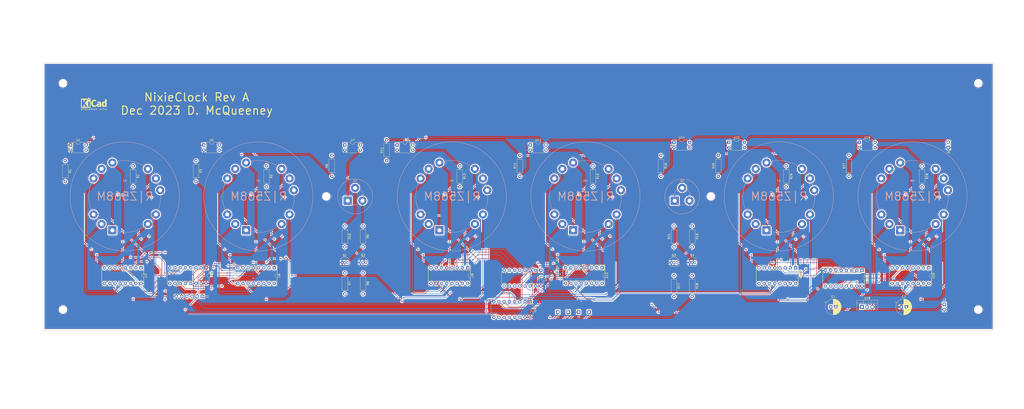
<source format=kicad_pcb>
(kicad_pcb (version 20171130) (host pcbnew 5.0.2+dfsg1-1+deb10u1)
  (layers (0 F.Cu signal) (31 B.Cu signal) (34 B.Paste user) (35 F.Paste user) (36 B.SilkS user) (37 F.SilkS user) (38 B.Mask user) (39 F.Mask user) (44 Edge.Cuts user))
  (net 0 "")
  (net 1 FFClk)
  (net 2 FFStr)
  (net 3 +5V)
  (net 4 GND)
  (net 5 +12V)
  (net 6 HT)
  (net 7 "Net-(N1-Pad8)")
  (net 8 "Net-(N1-Pad9)")
  (net 9 "Net-(N1-Pad5)")
  (net 10 "Net-(N1-Pad7)")
  (net 11 "Net-(N1-Pad3)")
  (net 12 "Net-(N1-Pad6)")
  (net 13 "Net-(N1-Pad2)")
  (net 14 "Net-(N1-Pad4)")
  (net 15 "Net-(N1-Pad1)")
  (net 16 "Net-(N2-Pad1)")
  (net 17 "Net-(N2-Pad4)")
  (net 18 "Net-(N2-Pad2)")
  (net 19 "Net-(N2-Pad6)")
  (net 20 "Net-(N2-Pad3)")
  (net 21 "Net-(N2-Pad7)")
  (net 22 "Net-(N2-Pad5)")
  (net 23 "Net-(N2-Pad9)")
  (net 24 "Net-(N2-Pad8)")
  (net 25 "Net-(N4-Pad8)")
  (net 26 "Net-(N4-Pad9)")
  (net 27 "Net-(N4-Pad5)")
  (net 28 "Net-(N4-Pad7)")
  (net 29 "Net-(N4-Pad3)")
  (net 30 "Net-(N4-Pad6)")
  (net 31 "Net-(N4-Pad2)")
  (net 32 "Net-(N4-Pad4)")
  (net 33 "Net-(N4-Pad1)")
  (net 34 "Net-(N5-Pad1)")
  (net 35 "Net-(N5-Pad4)")
  (net 36 "Net-(N5-Pad2)")
  (net 37 "Net-(N5-Pad6)")
  (net 38 "Net-(N5-Pad3)")
  (net 39 "Net-(N5-Pad7)")
  (net 40 "Net-(N5-Pad5)")
  (net 41 "Net-(N5-Pad9)")
  (net 42 "Net-(N5-Pad8)")
  (net 43 "Net-(N7-Pad8)")
  (net 44 "Net-(N7-Pad9)")
  (net 45 "Net-(N7-Pad5)")
  (net 46 "Net-(N7-Pad7)")
  (net 47 "Net-(N7-Pad3)")
  (net 48 "Net-(N7-Pad6)")
  (net 49 "Net-(N7-Pad2)")
  (net 50 "Net-(N7-Pad4)")
  (net 51 "Net-(N7-Pad1)")
  (net 52 "Net-(N8-Pad1)")
  (net 53 "Net-(N8-Pad4)")
  (net 54 "Net-(N8-Pad2)")
  (net 55 "Net-(N8-Pad6)")
  (net 56 "Net-(N8-Pad3)")
  (net 57 "Net-(N8-Pad7)")
  (net 58 "Net-(N8-Pad5)")
  (net 59 "Net-(N8-Pad9)")
  (net 60 "Net-(N8-Pad8)")
  (net 61 "Net-(Q1-Pad2)")
  (net 62 "Net-(Q1-Pad3)")
  (net 63 "Net-(Q2-Pad3)")
  (net 64 "Net-(Q2-Pad2)")
  (net 65 "Net-(Q3-Pad3)")
  (net 66 "Net-(Q3-Pad2)")
  (net 67 "Net-(Q4-Pad2)")
  (net 68 "Net-(Q4-Pad3)")
  (net 69 "Net-(R1-Pad1)")
  (net 70 OptoEn)
  (net 71 "Net-(R2-Pad1)")
  (net 72 "Net-(R3-Pad1)")
  (net 73 "Net-(R5-Pad1)")
  (net 74 "Net-(R6-Pad2)")
  (net 75 "Net-(R7-Pad2)")
  (net 76 "Net-(R8-Pad2)")
  (net 77 "Net-(R11-Pad1)")
  (net 78 "Net-(R13-Pad1)")
  (net 79 "Net-(R14-Pad1)")
  (net 80 "Net-(R15-Pad1)")
  (net 81 "Net-(R16-Pad2)")
  (net 82 "Net-(R17-Pad2)")
  (net 83 "Net-(R18-Pad2)")
  (net 84 "Net-(R25-Pad1)")
  (net 85 "Net-(R26-Pad1)")
  (net 86 "Net-(R27-Pad1)")
  (net 87 "Net-(R28-Pad1)")
  (net 88 "Net-(U2-Pad7)")
  (net 89 "Net-(U2-Pad6)")
  (net 90 "Net-(U2-Pad4)")
  (net 91 "Net-(U2-Pad3)")
  (net 92 "Net-(U4-Pad9)")
  (net 93 "Net-(U10-Pad10)")
  (net 94 "Net-(U11-Pad2)")
  (net 95 "Net-(U4-Pad11)")
  (net 96 "Net-(U4-Pad12)")
  (net 97 "Net-(U4-Pad13)")
  (net 98 "Net-(U4-Pad14)")
  (net 99 "Net-(U11-Pad6)")
  (net 100 "Net-(U11-Pad5)")
  (net 101 "Net-(U11-Pad7)")
  (net 102 "Net-(U11-Pad4)")
  (net 103 "Net-(U10-Pad9)")
  (net 104 "Net-(U11-Pad9)")
  (net 105 "Net-(U11-Pad10)")
  (net 106 "Net-(U11-Pad11)")
  (net 107 "Net-(U11-Pad12)")
  (net 108 "Net-(U11-Pad13)")
  (net 109 "Net-(U11-Pad14)")
  (net 110 "Net-(U16-Pad3)")
  (net 111 "Net-(U16-Pad4)")
  (net 112 "Net-(U16-Pad6)")
  (net 113 "Net-(U16-Pad7)")
  (net 114 "Net-(U17-Pad9)")
  (net 115 "Net-(U17-Pad10)")
  (net 116 "Net-(U17-Pad11)")
  (net 117 "Net-(U17-Pad12)")
  (net 118 "Net-(U17-Pad13)")
  (net 119 "Net-(U17-Pad14)")
  (net 120 "Net-(N1-PadA)")
  (net 121 "Net-(N2-PadA)")
  (net 122 "Net-(N4-PadA)")
  (net 123 "Net-(N5-PadA)")
  (net 124 "Net-(N7-PadA)")
  (net 125 "Net-(N8-PadA)")
  (net 126 "Net-(N1-Pad0)")
  (net 127 "Net-(N2-Pad0)")
  (net 128 "Net-(N4-Pad0)")
  (net 129 "Net-(N5-Pad0)")
  (net 130 "Net-(N7-Pad0)")
  (net 131 "Net-(N8-Pad0)")
  (net 132 "Net-(N3-PadC1)")
  (net 133 "Net-(N3-PadA)")
  (net 134 "Net-(N3-PadC2)")
  (net 135 "Net-(N6-PadC2)")
  (net 136 "Net-(N6-PadA)")
  (net 137 "Net-(N6-PadC1)")
  (net 138 Data)
  (net 139 "Net-(J2-Pad1)")
  (net 140 "Net-(J4-Pad1)")
  (net 141 "Net-(J6-Pad1)")
  (net 142 "Net-(J7-Pad1)")
  (module Connector_PinHeader_2.54mm:PinHeader_1x01_P2.54mm_Vertical (layer F.Cu) (at 310.515 556.26 180)
    (fp_text reference J2 (at 0 -2.33 180) (layer F.SilkS))
    (fp_text value Q5)
    (pad 1 thru_hole rect (at 0 0 180) (size 1.7 1.7) (drill 1) (layers *.Cu *.Mask) (net 139 "Net-(J2-Pad1)"))
  )
  (module Connector_PinHeader_2.54mm:PinHeader_1x01_P2.54mm_Vertical (layer F.Cu) (at 320.675 556.26 180)
    (fp_text reference J6 (at 0 -2.33 180) (layer F.SilkS))
    (fp_text value Q7)
    (pad 1 thru_hole rect (at 0 0 180) (size 1.7 1.7) (drill 1) (layers *.Cu *.Mask) (net 141 "Net-(J6-Pad1)"))
  )
  (module Connector_PinHeader_2.54mm:PinHeader_1x01_P2.54mm_Vertical (layer F.Cu) (at 325.755 556.26 180)
    (fp_text reference J7 (at 0 -2.33 180) (layer F.SilkS))
    (fp_text value Q8)
    (pad 1 thru_hole rect (at 0 0 180) (size 1.7 1.7) (drill 1) (layers *.Cu *.Mask) (net 142 "Net-(J7-Pad1)"))
  )
  (module Connector_PinHeader_2.54mm:PinHeader_1x06_P2.54mm_Vertical (layer F.Cu) (at 137.8 548.6 270)
    (fp_text reference J1 (at 0 -2.33 270) (layer F.SilkS))
    (fp_text value "To/From Processor")
    (pad 6 thru_hole oval (at 0 12.7 270) (size 1.7 1.7) (drill 1) (layers *.Cu *.Mask) (net 4 GND))
    (pad 5 thru_hole oval (at 0 10.16 270) (size 1.7 1.7) (drill 1) (layers *.Cu *.Mask) (net 3 +5V))
    (pad 4 thru_hole oval (at 0 7.62 270) (size 1.7 1.7) (drill 1) (layers *.Cu *.Mask) (net 1 FFClk))
    (pad 3 thru_hole oval (at 0 5.08 270) (size 1.7 1.7) (drill 1) (layers *.Cu *.Mask) (net 138 Data))
    (pad 2 thru_hole oval (at 0 2.54 270) (size 1.7 1.7) (drill 1) (layers *.Cu *.Mask) (net 2 FFStr))
    (pad 1 thru_hole rect (at 0 0 270) (size 1.7 1.7) (drill 1) (layers *.Cu *.Mask) (net 70 OptoEn))
  )
  (module Connector_PinHeader_2.54mm:PinHeader_1x02_P2.54mm_Vertical (layer F.Cu) (at 498.475 552.45)
    (fp_text reference J3 (at 0 -2.33) (layer F.SilkS))
    (fp_text value "12V input")
    (pad 2 thru_hole oval (at 0 2.54) (size 1.7 1.7) (drill 1) (layers *.Cu *.Mask) (net 4 GND))
    (pad 1 thru_hole rect (at 0 0) (size 1.7 1.7) (drill 1) (layers *.Cu *.Mask) (net 5 +12V))
  )
  (module Capacitor_THT:CP_Radial_D7.5mm_P2.50mm (layer F.Cu) (at 443.23 553.72)
    (fp_text reference C1 (at 1.25 -5) (layer F.SilkS))
    (fp_text value CP1)
    (pad 2 thru_hole circle (at 2.5 0) (size 1.6 1.6) (drill 0.8) (layers *.Cu *.Mask) (net 4 GND))
    (pad 1 thru_hole rect (at 0 0) (size 1.6 1.6) (drill 0.8) (layers *.Cu *.Mask) (net 5 +12V))
  )
  (module Capacitor_THT:CP_Radial_D7.5mm_P2.50mm (layer F.Cu) (at 477.52 553.72)
    (fp_text reference C2 (at 1.25 -5) (layer F.SilkS))
    (fp_text value CP1)
    (pad 2 thru_hole circle (at 2.5 0) (size 1.6 1.6) (drill 0.8) (layers *.Cu *.Mask) (net 4 GND))
    (pad 1 thru_hole rect (at 0 0) (size 1.6 1.6) (drill 0.8) (layers *.Cu *.Mask) (net 3 +5V))
  )
  (module Connector_PinHeader_2.54mm:PinHeader_1x02_P2.54mm_Vertical (layer F.Cu) (at 500.38 476.25 180)
    (fp_text reference J5 (at 0 -2.33 180) (layer F.SilkS))
    (fp_text value "170V In")
    (pad 2 thru_hole oval (at 0 2.54 180) (size 1.7 1.7) (drill 1) (layers *.Cu *.Mask) (net 6 HT))
    (pad 1 thru_hole rect (at 0 0 180) (size 1.7 1.7) (drill 1) (layers *.Cu *.Mask) (net 4 GND))
  )
  (module MedidoFootprints:RZ568M (layer B.Cu) (at 100 500)
    (fp_text reference N1 (at 0 -7.62) (layer B.SilkS) (effects (justify mirror)))
    (fp_text value R|Z568M)
    (fp_text user R|Z568M (at 0.17 -0.02) (layer B.SilkS) (effects (font (size 4 4) (thickness 0.4)) (justify mirror)))
    (pad 8 thru_hole circle (at 11.2488 -13.4058) (size 4 4) (drill 1.95) (layers *.Cu *.Mask) (net 7 "Net-(N1-Pad8)"))
    (pad 9 thru_hole circle (at 15.1554 -8.75) (size 4 4) (drill 1.95) (layers *.Cu *.Mask) (net 8 "Net-(N1-Pad9)"))
    (pad 5 thru_hole circle (at 17.2341 -3.0388) (size 4 4) (drill 1.95) (layers *.Cu *.Mask) (net 9 "Net-(N1-Pad5)"))
    (pad 7 thru_hole circle (at 15.1554 8.75) (size 4 4) (drill 1.95) (layers *.Cu *.Mask) (net 10 "Net-(N1-Pad7)"))
    (pad 3 thru_hole circle (at 11.2488 13.4058) (size 4 4) (drill 1.95) (layers *.Cu *.Mask) (net 11 "Net-(N1-Pad3)"))
    (pad A thru_hole rect (at -5.9854 16.4446) (size 4 4) (drill 1.95) (layers *.Cu *.Mask) (net 120 "Net-(N1-PadA)"))
    (pad 6 thru_hole circle (at -11.2488 13.4058) (size 4 4) (drill 1.95) (layers *.Cu *.Mask) (net 12 "Net-(N1-Pad6)"))
    (pad 0 thru_hole circle (at -15.1554 8.75) (size 4 4) (drill 1.95) (layers *.Cu *.Mask) (net 126 "Net-(N1-Pad0)"))
    (pad 2 thru_hole circle (at -15.1554 -8.75) (size 4 4) (drill 1.95) (layers *.Cu *.Mask) (net 13 "Net-(N1-Pad2)"))
    (pad 4 thru_hole circle (at -11.2488 -13.4058) (size 4 4) (drill 1.95) (layers *.Cu *.Mask) (net 14 "Net-(N1-Pad4)"))
    (pad 1 thru_hole circle (at -5.9854 -16.4446) (size 4 4) (drill 1.95) (layers *.Cu *.Mask) (net 15 "Net-(N1-Pad1)"))
  )
  (module MedidoFootprints:RZ568M (layer B.Cu) (at 165 500)
    (fp_text reference N2 (at 0 -7.62) (layer B.SilkS) (effects (justify mirror)))
    (fp_text value R|Z568M)
    (fp_text user R|Z568M (at 0.17 -0.02) (layer B.SilkS) (effects (font (size 4 4) (thickness 0.4)) (justify mirror)))
    (pad 8 thru_hole circle (at 11.2488 -13.4058) (size 4 4) (drill 1.95) (layers *.Cu *.Mask) (net 24 "Net-(N2-Pad8)"))
    (pad 9 thru_hole circle (at 15.1554 -8.75) (size 4 4) (drill 1.95) (layers *.Cu *.Mask) (net 23 "Net-(N2-Pad9)"))
    (pad 5 thru_hole circle (at 17.2341 -3.0388) (size 4 4) (drill 1.95) (layers *.Cu *.Mask) (net 22 "Net-(N2-Pad5)"))
    (pad 7 thru_hole circle (at 15.1554 8.75) (size 4 4) (drill 1.95) (layers *.Cu *.Mask) (net 21 "Net-(N2-Pad7)"))
    (pad 3 thru_hole circle (at 11.2488 13.4058) (size 4 4) (drill 1.95) (layers *.Cu *.Mask) (net 20 "Net-(N2-Pad3)"))
    (pad A thru_hole rect (at -5.9854 16.4446) (size 4 4) (drill 1.95) (layers *.Cu *.Mask) (net 121 "Net-(N2-PadA)"))
    (pad 6 thru_hole circle (at -11.2488 13.4058) (size 4 4) (drill 1.95) (layers *.Cu *.Mask) (net 19 "Net-(N2-Pad6)"))
    (pad 0 thru_hole circle (at -15.1554 8.75) (size 4 4) (drill 1.95) (layers *.Cu *.Mask) (net 127 "Net-(N2-Pad0)"))
    (pad 2 thru_hole circle (at -15.1554 -8.75) (size 4 4) (drill 1.95) (layers *.Cu *.Mask) (net 18 "Net-(N2-Pad2)"))
    (pad 4 thru_hole circle (at -11.2488 -13.4058) (size 4 4) (drill 1.95) (layers *.Cu *.Mask) (net 17 "Net-(N2-Pad4)"))
    (pad 1 thru_hole circle (at -5.9854 -16.4446) (size 4 4) (drill 1.95) (layers *.Cu *.Mask) (net 16 "Net-(N2-Pad1)"))
  )
  (module MedidoFootprints:Separator (layer B.Cu) (at 212 500)
    (fp_text reference N3 (at 0 -7.7) (layer B.SilkS) (effects (justify mirror)))
    (fp_text value Separator)
    (pad C2 thru_hole circle (at 3.594 2.075) (size 4 4) (drill 1.95) (layers *.Cu *.Mask) (net 134 "Net-(N3-PadC2)"))
    (pad A thru_hole rect (at -3.594 2.075) (size 4 4) (drill 1.95) (layers *.Cu *.Mask) (net 133 "Net-(N3-PadA)"))
    (pad C1 thru_hole circle (at 0 -4.15) (size 4 4) (drill 1.95) (layers *.Cu *.Mask) (net 132 "Net-(N3-PadC1)"))
  )
  (module MedidoFootprints:RZ568M (layer B.Cu) (at 259 500)
    (fp_text reference N4 (at 0 -7.62) (layer B.SilkS) (effects (justify mirror)))
    (fp_text value R|Z568M)
    (fp_text user R|Z568M (at 0.17 -0.02) (layer B.SilkS) (effects (font (size 4 4) (thickness 0.4)) (justify mirror)))
    (pad 8 thru_hole circle (at 11.2488 -13.4058) (size 4 4) (drill 1.95) (layers *.Cu *.Mask) (net 25 "Net-(N4-Pad8)"))
    (pad 9 thru_hole circle (at 15.1554 -8.75) (size 4 4) (drill 1.95) (layers *.Cu *.Mask) (net 26 "Net-(N4-Pad9)"))
    (pad 5 thru_hole circle (at 17.2341 -3.0388) (size 4 4) (drill 1.95) (layers *.Cu *.Mask) (net 27 "Net-(N4-Pad5)"))
    (pad 7 thru_hole circle (at 15.1554 8.75) (size 4 4) (drill 1.95) (layers *.Cu *.Mask) (net 28 "Net-(N4-Pad7)"))
    (pad 3 thru_hole circle (at 11.2488 13.4058) (size 4 4) (drill 1.95) (layers *.Cu *.Mask) (net 29 "Net-(N4-Pad3)"))
    (pad A thru_hole rect (at -5.9854 16.4446) (size 4 4) (drill 1.95) (layers *.Cu *.Mask) (net 122 "Net-(N4-PadA)"))
    (pad 6 thru_hole circle (at -11.2488 13.4058) (size 4 4) (drill 1.95) (layers *.Cu *.Mask) (net 30 "Net-(N4-Pad6)"))
    (pad 0 thru_hole circle (at -15.1554 8.75) (size 4 4) (drill 1.95) (layers *.Cu *.Mask) (net 128 "Net-(N4-Pad0)"))
    (pad 2 thru_hole circle (at -15.1554 -8.75) (size 4 4) (drill 1.95) (layers *.Cu *.Mask) (net 31 "Net-(N4-Pad2)"))
    (pad 4 thru_hole circle (at -11.2488 -13.4058) (size 4 4) (drill 1.95) (layers *.Cu *.Mask) (net 32 "Net-(N4-Pad4)"))
    (pad 1 thru_hole circle (at -5.9854 -16.4446) (size 4 4) (drill 1.95) (layers *.Cu *.Mask) (net 33 "Net-(N4-Pad1)"))
  )
  (module MedidoFootprints:RZ568M (layer B.Cu) (at 324 500)
    (fp_text reference N5 (at 0 -7.62) (layer B.SilkS) (effects (justify mirror)))
    (fp_text value R|Z568M)
    (fp_text user R|Z568M (at 0.17 -0.02) (layer B.SilkS) (effects (font (size 4 4) (thickness 0.4)) (justify mirror)))
    (pad 8 thru_hole circle (at 11.2488 -13.4058) (size 4 4) (drill 1.95) (layers *.Cu *.Mask) (net 42 "Net-(N5-Pad8)"))
    (pad 9 thru_hole circle (at 15.1554 -8.75) (size 4 4) (drill 1.95) (layers *.Cu *.Mask) (net 41 "Net-(N5-Pad9)"))
    (pad 5 thru_hole circle (at 17.2341 -3.0388) (size 4 4) (drill 1.95) (layers *.Cu *.Mask) (net 40 "Net-(N5-Pad5)"))
    (pad 7 thru_hole circle (at 15.1554 8.75) (size 4 4) (drill 1.95) (layers *.Cu *.Mask) (net 39 "Net-(N5-Pad7)"))
    (pad 3 thru_hole circle (at 11.2488 13.4058) (size 4 4) (drill 1.95) (layers *.Cu *.Mask) (net 38 "Net-(N5-Pad3)"))
    (pad A thru_hole rect (at -5.9854 16.4446) (size 4 4) (drill 1.95) (layers *.Cu *.Mask) (net 123 "Net-(N5-PadA)"))
    (pad 6 thru_hole circle (at -11.2488 13.4058) (size 4 4) (drill 1.95) (layers *.Cu *.Mask) (net 37 "Net-(N5-Pad6)"))
    (pad 0 thru_hole circle (at -15.1554 8.75) (size 4 4) (drill 1.95) (layers *.Cu *.Mask) (net 129 "Net-(N5-Pad0)"))
    (pad 2 thru_hole circle (at -15.1554 -8.75) (size 4 4) (drill 1.95) (layers *.Cu *.Mask) (net 36 "Net-(N5-Pad2)"))
    (pad 4 thru_hole circle (at -11.2488 -13.4058) (size 4 4) (drill 1.95) (layers *.Cu *.Mask) (net 35 "Net-(N5-Pad4)"))
    (pad 1 thru_hole circle (at -5.9854 -16.4446) (size 4 4) (drill 1.95) (layers *.Cu *.Mask) (net 34 "Net-(N5-Pad1)"))
  )
  (module MedidoFootprints:Separator (layer B.Cu) (at 371 500)
    (fp_text reference N6 (at 0 -7.7) (layer B.SilkS) (effects (justify mirror)))
    (fp_text value Separator)
    (pad C2 thru_hole circle (at 3.594 2.075) (size 4 4) (drill 1.95) (layers *.Cu *.Mask) (net 135 "Net-(N6-PadC2)"))
    (pad A thru_hole rect (at -3.594 2.075) (size 4 4) (drill 1.95) (layers *.Cu *.Mask) (net 136 "Net-(N6-PadA)"))
    (pad C1 thru_hole circle (at 0 -4.15) (size 4 4) (drill 1.95) (layers *.Cu *.Mask) (net 137 "Net-(N6-PadC1)"))
  )
  (module MedidoFootprints:RZ568M (layer B.Cu) (at 418 500)
    (fp_text reference N7 (at 0 -7.62) (layer B.SilkS) (effects (justify mirror)))
    (fp_text value R|Z568M)
    (fp_text user R|Z568M (at 0.17 -0.02) (layer B.SilkS) (effects (font (size 4 4) (thickness 0.4)) (justify mirror)))
    (pad 8 thru_hole circle (at 11.2488 -13.4058) (size 4 4) (drill 1.95) (layers *.Cu *.Mask) (net 43 "Net-(N7-Pad8)"))
    (pad 9 thru_hole circle (at 15.1554 -8.75) (size 4 4) (drill 1.95) (layers *.Cu *.Mask) (net 44 "Net-(N7-Pad9)"))
    (pad 5 thru_hole circle (at 17.2341 -3.0388) (size 4 4) (drill 1.95) (layers *.Cu *.Mask) (net 45 "Net-(N7-Pad5)"))
    (pad 7 thru_hole circle (at 15.1554 8.75) (size 4 4) (drill 1.95) (layers *.Cu *.Mask) (net 46 "Net-(N7-Pad7)"))
    (pad 3 thru_hole circle (at 11.2488 13.4058) (size 4 4) (drill 1.95) (layers *.Cu *.Mask) (net 47 "Net-(N7-Pad3)"))
    (pad A thru_hole rect (at -5.9854 16.4446) (size 4 4) (drill 1.95) (layers *.Cu *.Mask) (net 124 "Net-(N7-PadA)"))
    (pad 6 thru_hole circle (at -11.2488 13.4058) (size 4 4) (drill 1.95) (layers *.Cu *.Mask) (net 48 "Net-(N7-Pad6)"))
    (pad 0 thru_hole circle (at -15.1554 8.75) (size 4 4) (drill 1.95) (layers *.Cu *.Mask) (net 130 "Net-(N7-Pad0)"))
    (pad 2 thru_hole circle (at -15.1554 -8.75) (size 4 4) (drill 1.95) (layers *.Cu *.Mask) (net 49 "Net-(N7-Pad2)"))
    (pad 4 thru_hole circle (at -11.2488 -13.4058) (size 4 4) (drill 1.95) (layers *.Cu *.Mask) (net 50 "Net-(N7-Pad4)"))
    (pad 1 thru_hole circle (at -5.9854 -16.4446) (size 4 4) (drill 1.95) (layers *.Cu *.Mask) (net 51 "Net-(N7-Pad1)"))
  )
  (module MedidoFootprints:RZ568M (layer B.Cu) (at 483 500)
    (fp_text reference N8 (at 0 -7.62) (layer B.SilkS) (effects (justify mirror)))
    (fp_text value R|Z568M)
    (fp_text user R|Z568M (at 0.17 -0.02) (layer B.SilkS) (effects (font (size 4 4) (thickness 0.4)) (justify mirror)))
    (pad 8 thru_hole circle (at 11.2488 -13.4058) (size 4 4) (drill 1.95) (layers *.Cu *.Mask) (net 60 "Net-(N8-Pad8)"))
    (pad 9 thru_hole circle (at 15.1554 -8.75) (size 4 4) (drill 1.95) (layers *.Cu *.Mask) (net 59 "Net-(N8-Pad9)"))
    (pad 5 thru_hole circle (at 17.2341 -3.0388) (size 4 4) (drill 1.95) (layers *.Cu *.Mask) (net 58 "Net-(N8-Pad5)"))
    (pad 7 thru_hole circle (at 15.1554 8.75) (size 4 4) (drill 1.95) (layers *.Cu *.Mask) (net 57 "Net-(N8-Pad7)"))
    (pad 3 thru_hole circle (at 11.2488 13.4058) (size 4 4) (drill 1.95) (layers *.Cu *.Mask) (net 56 "Net-(N8-Pad3)"))
    (pad A thru_hole rect (at -5.9854 16.4446) (size 4 4) (drill 1.95) (layers *.Cu *.Mask) (net 125 "Net-(N8-PadA)"))
    (pad 6 thru_hole circle (at -11.2488 13.4058) (size 4 4) (drill 1.95) (layers *.Cu *.Mask) (net 55 "Net-(N8-Pad6)"))
    (pad 0 thru_hole circle (at -15.1554 8.75) (size 4 4) (drill 1.95) (layers *.Cu *.Mask) (net 131 "Net-(N8-Pad0)"))
    (pad 2 thru_hole circle (at -15.1554 -8.75) (size 4 4) (drill 1.95) (layers *.Cu *.Mask) (net 54 "Net-(N8-Pad2)"))
    (pad 4 thru_hole circle (at -11.2488 -13.4058) (size 4 4) (drill 1.95) (layers *.Cu *.Mask) (net 53 "Net-(N8-Pad4)"))
    (pad 1 thru_hole circle (at -5.9854 -16.4446) (size 4 4) (drill 1.95) (layers *.Cu *.Mask) (net 52 "Net-(N8-Pad1)"))
  )
  (module Package_TO_SOT_THT:TO-92_Inline (layer F.Cu) (at 205.74 532.13)
    (fp_text reference Q1 (at 1.27 -3.56) (layer F.SilkS))
    (fp_text value MPSA42)
    (pad 1 thru_hole rect (at 0 0) (size 1.05 1.5) (drill 0.75) (layers *.Cu *.Mask) (net 4 GND))
    (pad 3 thru_hole oval (at 2.54 0) (size 1.05 1.5) (drill 0.75) (layers *.Cu *.Mask) (net 62 "Net-(Q1-Pad3)"))
    (pad 2 thru_hole oval (at 1.27 0) (size 1.05 1.5) (drill 0.75) (layers *.Cu *.Mask) (net 61 "Net-(Q1-Pad2)"))
  )
  (module Package_TO_SOT_THT:TO-92_Inline (layer F.Cu) (at 214.63 532.13)
    (fp_text reference Q2 (at 1.27 -3.56) (layer F.SilkS))
    (fp_text value MPSA42)
    (pad 1 thru_hole rect (at 0 0) (size 1.05 1.5) (drill 0.75) (layers *.Cu *.Mask) (net 4 GND))
    (pad 3 thru_hole oval (at 2.54 0) (size 1.05 1.5) (drill 0.75) (layers *.Cu *.Mask) (net 63 "Net-(Q2-Pad3)"))
    (pad 2 thru_hole oval (at 1.27 0) (size 1.05 1.5) (drill 0.75) (layers *.Cu *.Mask) (net 64 "Net-(Q2-Pad2)"))
  )
  (module Package_TO_SOT_THT:TO-92_Inline (layer F.Cu) (at 365.76 532.13)
    (fp_text reference Q3 (at 1.27 -3.56) (layer F.SilkS))
    (fp_text value MPSA42)
    (pad 1 thru_hole rect (at 0 0) (size 1.05 1.5) (drill 0.75) (layers *.Cu *.Mask) (net 4 GND))
    (pad 3 thru_hole oval (at 2.54 0) (size 1.05 1.5) (drill 0.75) (layers *.Cu *.Mask) (net 65 "Net-(Q3-Pad3)"))
    (pad 2 thru_hole oval (at 1.27 0) (size 1.05 1.5) (drill 0.75) (layers *.Cu *.Mask) (net 66 "Net-(Q3-Pad2)"))
  )
  (module Package_TO_SOT_THT:TO-92_Inline (layer F.Cu) (at 374.65 532.13)
    (fp_text reference Q4 (at 1.27 -3.56) (layer F.SilkS))
    (fp_text value MPSA42)
    (pad 1 thru_hole rect (at 0 0) (size 1.05 1.5) (drill 0.75) (layers *.Cu *.Mask) (net 4 GND))
    (pad 3 thru_hole oval (at 2.54 0) (size 1.05 1.5) (drill 0.75) (layers *.Cu *.Mask) (net 68 "Net-(Q4-Pad3)"))
    (pad 2 thru_hole oval (at 1.27 0) (size 1.05 1.5) (drill 0.75) (layers *.Cu *.Mask) (net 67 "Net-(Q4-Pad2)"))
  )
  (module Resistor_THT:R_Axial_DIN0207_L6.3mm_D2.5mm_P10.16mm_Horizontal (layer F.Cu) (at 71.12 482.6 270)
    (fp_text reference R1 (at 5.08 -2.37 270) (layer F.SilkS))
    (fp_text value 3K3)
    (pad 2 thru_hole oval (at 10.16 0 270) (size 1.6 1.6) (drill 0.8) (layers *.Cu *.Mask) (net 70 OptoEn))
    (pad 1 thru_hole circle (at 0 0 270) (size 1.6 1.6) (drill 0.8) (layers *.Cu *.Mask) (net 69 "Net-(R1-Pad1)"))
  )
  (module Resistor_THT:R_Axial_DIN0207_L6.3mm_D2.5mm_P10.16mm_Horizontal (layer F.Cu) (at 104.14 485.14 270)
    (fp_text reference R2 (at 5.08 -2.37 270) (layer F.SilkS))
    (fp_text value 8K2)
    (pad 2 thru_hole oval (at 10.16 0 270) (size 1.6 1.6) (drill 0.8) (layers *.Cu *.Mask) (net 120 "Net-(N1-PadA)"))
    (pad 1 thru_hole circle (at 0 0 270) (size 1.6 1.6) (drill 0.8) (layers *.Cu *.Mask) (net 71 "Net-(R2-Pad1)"))
  )
  (module Resistor_THT:R_Axial_DIN0207_L6.3mm_D2.5mm_P10.16mm_Horizontal (layer F.Cu) (at 134.62 482.6 270)
    (fp_text reference R3 (at 5.08 -2.37 270) (layer F.SilkS))
    (fp_text value 3K3)
    (pad 2 thru_hole oval (at 10.16 0 270) (size 1.6 1.6) (drill 0.8) (layers *.Cu *.Mask) (net 70 OptoEn))
    (pad 1 thru_hole circle (at 0 0 270) (size 1.6 1.6) (drill 0.8) (layers *.Cu *.Mask) (net 72 "Net-(R3-Pad1)"))
  )
  (module Resistor_THT:R_Axial_DIN0207_L6.3mm_D2.5mm_P10.16mm_Horizontal (layer F.Cu) (at 168.91 485.14 270)
    (fp_text reference R5 (at 5.08 -2.37 270) (layer F.SilkS))
    (fp_text value 8K2)
    (pad 2 thru_hole oval (at 10.16 0 270) (size 1.6 1.6) (drill 0.8) (layers *.Cu *.Mask) (net 121 "Net-(N2-PadA)"))
    (pad 1 thru_hole circle (at 0 0 270) (size 1.6 1.6) (drill 0.8) (layers *.Cu *.Mask) (net 73 "Net-(R5-Pad1)"))
  )
  (module Resistor_THT:R_Axial_DIN0207_L6.3mm_D2.5mm_P10.16mm_Horizontal (layer F.Cu) (at 200.66 490.22 90)
    (fp_text reference R6 (at 5.08 -2.37 90) (layer F.SilkS))
    (fp_text value 3K3)
    (pad 2 thru_hole oval (at 10.16 0 90) (size 1.6 1.6) (drill 0.8) (layers *.Cu *.Mask) (net 74 "Net-(R6-Pad2)"))
    (pad 1 thru_hole circle (at 0 0 90) (size 1.6 1.6) (drill 0.8) (layers *.Cu *.Mask) (net 70 OptoEn))
  )
  (module Resistor_THT:R_Axial_DIN0207_L6.3mm_D2.5mm_P10.16mm_Horizontal (layer F.Cu) (at 207.01 537.21 270)
    (fp_text reference R7 (at 5.08 -2.37 270) (layer F.SilkS))
    (fp_text value 6K8)
    (pad 2 thru_hole oval (at 10.16 0 270) (size 1.6 1.6) (drill 0.8) (layers *.Cu *.Mask) (net 75 "Net-(R7-Pad2)"))
    (pad 1 thru_hole circle (at 0 0 270) (size 1.6 1.6) (drill 0.8) (layers *.Cu *.Mask) (net 61 "Net-(Q1-Pad2)"))
  )
  (module Resistor_THT:R_Axial_DIN0207_L6.3mm_D2.5mm_P10.16mm_Horizontal (layer F.Cu) (at 215.9 537.21 270)
    (fp_text reference R8 (at 5.08 -2.37 270) (layer F.SilkS))
    (fp_text value 6K8)
    (pad 2 thru_hole oval (at 10.16 0 270) (size 1.6 1.6) (drill 0.8) (layers *.Cu *.Mask) (net 76 "Net-(R8-Pad2)"))
    (pad 1 thru_hole circle (at 0 0 270) (size 1.6 1.6) (drill 0.8) (layers *.Cu *.Mask) (net 64 "Net-(Q2-Pad2)"))
  )
  (module Resistor_THT:R_Axial_DIN0207_L6.3mm_D2.5mm_P10.16mm_Horizontal (layer F.Cu) (at 215.9 514.35 270)
    (fp_text reference R9 (at 5.08 -2.37 270) (layer F.SilkS))
    (fp_text value 68K)
    (pad 2 thru_hole oval (at 10.16 0 270) (size 1.6 1.6) (drill 0.8) (layers *.Cu *.Mask) (net 62 "Net-(Q1-Pad3)"))
    (pad 1 thru_hole circle (at 0 0 270) (size 1.6 1.6) (drill 0.8) (layers *.Cu *.Mask) (net 134 "Net-(N3-PadC2)"))
  )
  (module Resistor_THT:R_Axial_DIN0207_L6.3mm_D2.5mm_P10.16mm_Horizontal (layer F.Cu) (at 207.01 514.35 270)
    (fp_text reference R10 (at 5.08 -2.37 270) (layer F.SilkS))
    (fp_text value 68K)
    (pad 2 thru_hole oval (at 10.16 0 270) (size 1.6 1.6) (drill 0.8) (layers *.Cu *.Mask) (net 63 "Net-(Q2-Pad3)"))
    (pad 1 thru_hole circle (at 0 0 270) (size 1.6 1.6) (drill 0.8) (layers *.Cu *.Mask) (net 132 "Net-(N3-PadC1)"))
  )
  (module Resistor_THT:R_Axial_DIN0207_L6.3mm_D2.5mm_P10.16mm_Horizontal (layer F.Cu) (at 227.33 482.6 90)
    (fp_text reference R11 (at 5.08 -2.37 90) (layer F.SilkS))
    (fp_text value 3K3)
    (pad 2 thru_hole oval (at 10.16 0 90) (size 1.6 1.6) (drill 0.8) (layers *.Cu *.Mask) (net 70 OptoEn))
    (pad 1 thru_hole circle (at 0 0 90) (size 1.6 1.6) (drill 0.8) (layers *.Cu *.Mask) (net 77 "Net-(R11-Pad1)"))
  )
  (module Resistor_THT:R_Axial_DIN0207_L6.3mm_D2.5mm_P10.16mm_Horizontal (layer F.Cu) (at 262.89 485.14 270)
    (fp_text reference R13 (at 5.08 -2.37 270) (layer F.SilkS))
    (fp_text value 8K2)
    (pad 2 thru_hole oval (at 10.16 0 270) (size 1.6 1.6) (drill 0.8) (layers *.Cu *.Mask) (net 122 "Net-(N4-PadA)"))
    (pad 1 thru_hole circle (at 0 0 270) (size 1.6 1.6) (drill 0.8) (layers *.Cu *.Mask) (net 78 "Net-(R13-Pad1)"))
  )
  (module Resistor_THT:R_Axial_DIN0207_L6.3mm_D2.5mm_P10.16mm_Horizontal (layer F.Cu) (at 292.1 490.22 90)
    (fp_text reference R14 (at 5.08 -2.37 90) (layer F.SilkS))
    (fp_text value 3K3)
    (pad 2 thru_hole oval (at 10.16 0 90) (size 1.6 1.6) (drill 0.8) (layers *.Cu *.Mask) (net 70 OptoEn))
    (pad 1 thru_hole circle (at 0 0 90) (size 1.6 1.6) (drill 0.8) (layers *.Cu *.Mask) (net 79 "Net-(R14-Pad1)"))
  )
  (module Resistor_THT:R_Axial_DIN0207_L6.3mm_D2.5mm_P10.16mm_Horizontal (layer F.Cu) (at 327.66 485.14 270)
    (fp_text reference R15 (at 5.08 -2.37 270) (layer F.SilkS))
    (fp_text value 8K2)
    (pad 2 thru_hole oval (at 10.16 0 270) (size 1.6 1.6) (drill 0.8) (layers *.Cu *.Mask) (net 123 "Net-(N5-PadA)"))
    (pad 1 thru_hole circle (at 0 0 270) (size 1.6 1.6) (drill 0.8) (layers *.Cu *.Mask) (net 80 "Net-(R15-Pad1)"))
  )
  (module Resistor_THT:R_Axial_DIN0207_L6.3mm_D2.5mm_P10.16mm_Horizontal (layer F.Cu) (at 360.68 480.06 270)
    (fp_text reference R16 (at 5.08 -2.37 270) (layer F.SilkS))
    (fp_text value 3K3)
    (pad 2 thru_hole oval (at 10.16 0 270) (size 1.6 1.6) (drill 0.8) (layers *.Cu *.Mask) (net 81 "Net-(R16-Pad2)"))
    (pad 1 thru_hole circle (at 0 0 270) (size 1.6 1.6) (drill 0.8) (layers *.Cu *.Mask) (net 70 OptoEn))
  )
  (module Resistor_THT:R_Axial_DIN0207_L6.3mm_D2.5mm_P10.16mm_Horizontal (layer F.Cu) (at 367.03 538.48 270)
    (fp_text reference R17 (at 5.08 -2.37 270) (layer F.SilkS))
    (fp_text value 6K8)
    (pad 2 thru_hole oval (at 10.16 0 270) (size 1.6 1.6) (drill 0.8) (layers *.Cu *.Mask) (net 82 "Net-(R17-Pad2)"))
    (pad 1 thru_hole circle (at 0 0 270) (size 1.6 1.6) (drill 0.8) (layers *.Cu *.Mask) (net 66 "Net-(Q3-Pad2)"))
  )
  (module Resistor_THT:R_Axial_DIN0207_L6.3mm_D2.5mm_P10.16mm_Horizontal (layer F.Cu) (at 375.92 538.48 270)
    (fp_text reference R18 (at 5.08 -2.37 270) (layer F.SilkS))
    (fp_text value 6K8)
    (pad 2 thru_hole oval (at 10.16 0 270) (size 1.6 1.6) (drill 0.8) (layers *.Cu *.Mask) (net 83 "Net-(R18-Pad2)"))
    (pad 1 thru_hole circle (at 0 0 270) (size 1.6 1.6) (drill 0.8) (layers *.Cu *.Mask) (net 67 "Net-(Q4-Pad2)"))
  )
  (module Resistor_THT:R_Axial_DIN0207_L6.3mm_D2.5mm_P10.16mm_Horizontal (layer F.Cu) (at 375.92 514.35 270)
    (fp_text reference R19 (at 5.08 -2.37 270) (layer F.SilkS))
    (fp_text value 68K)
    (pad 2 thru_hole oval (at 10.16 0 270) (size 1.6 1.6) (drill 0.8) (layers *.Cu *.Mask) (net 65 "Net-(Q3-Pad3)"))
    (pad 1 thru_hole circle (at 0 0 270) (size 1.6 1.6) (drill 0.8) (layers *.Cu *.Mask) (net 135 "Net-(N6-PadC2)"))
  )
  (module Resistor_THT:R_Axial_DIN0207_L6.3mm_D2.5mm_P10.16mm_Horizontal (layer F.Cu) (at 367.03 524.51 90)
    (fp_text reference R24 (at 5.08 -2.37 90) (layer F.SilkS))
    (fp_text value 68K)
    (pad 2 thru_hole oval (at 10.16 0 90) (size 1.6 1.6) (drill 0.8) (layers *.Cu *.Mask) (net 68 "Net-(Q4-Pad3)"))
    (pad 1 thru_hole circle (at 0 0 90) (size 1.6 1.6) (drill 0.8) (layers *.Cu *.Mask) (net 137 "Net-(N6-PadC1)"))
  )
  (module Resistor_THT:R_Axial_DIN0207_L6.3mm_D2.5mm_P10.16mm_Horizontal (layer F.Cu) (at 388.62 490.22 90)
    (fp_text reference R25 (at 5.08 -2.37 90) (layer F.SilkS))
    (fp_text value 3K3)
    (pad 2 thru_hole oval (at 10.16 0 90) (size 1.6 1.6) (drill 0.8) (layers *.Cu *.Mask) (net 70 OptoEn))
    (pad 1 thru_hole circle (at 0 0 90) (size 1.6 1.6) (drill 0.8) (layers *.Cu *.Mask) (net 84 "Net-(R25-Pad1)"))
  )
  (module Resistor_THT:R_Axial_DIN0207_L6.3mm_D2.5mm_P10.16mm_Horizontal (layer F.Cu) (at 421.64 485.14 270)
    (fp_text reference R26 (at 5.08 -2.37 270) (layer F.SilkS))
    (fp_text value 8K2)
    (pad 2 thru_hole oval (at 10.16 0 270) (size 1.6 1.6) (drill 0.8) (layers *.Cu *.Mask) (net 124 "Net-(N7-PadA)"))
    (pad 1 thru_hole circle (at 0 0 270) (size 1.6 1.6) (drill 0.8) (layers *.Cu *.Mask) (net 85 "Net-(R26-Pad1)"))
  )
  (module Resistor_THT:R_Axial_DIN0207_L6.3mm_D2.5mm_P10.16mm_Horizontal (layer F.Cu) (at 452.12 490.22 90)
    (fp_text reference R27 (at 5.08 -2.37 90) (layer F.SilkS))
    (fp_text value 3K3)
    (pad 2 thru_hole oval (at 10.16 0 90) (size 1.6 1.6) (drill 0.8) (layers *.Cu *.Mask) (net 70 OptoEn))
    (pad 1 thru_hole circle (at 0 0 90) (size 1.6 1.6) (drill 0.8) (layers *.Cu *.Mask) (net 86 "Net-(R27-Pad1)"))
  )
  (module Resistor_THT:R_Axial_DIN0207_L6.3mm_D2.5mm_P10.16mm_Horizontal (layer F.Cu) (at 487.68 485.14 270)
    (fp_text reference R28 (at 5.08 -2.37 270) (layer F.SilkS))
    (fp_text value 8K2)
    (pad 2 thru_hole oval (at 10.16 0 270) (size 1.6 1.6) (drill 0.8) (layers *.Cu *.Mask) (net 125 "Net-(N8-PadA)"))
    (pad 1 thru_hole circle (at 0 0 270) (size 1.6 1.6) (drill 0.8) (layers *.Cu *.Mask) (net 87 "Net-(R28-Pad1)"))
  )
  (module Package_DIP:DIP-4_W7.62mm (layer F.Cu) (at 73.66 474.98)
    (fp_text reference U1 (at 3.81 -2.33) (layer F.SilkS))
    (fp_text value FOD832)
    (pad 4 thru_hole oval (at 7.62 0) (size 1.6 1.6) (drill 0.8) (layers *.Cu *.Mask) (net 6 HT))
    (pad 2 thru_hole oval (at 0 2.54) (size 1.6 1.6) (drill 0.8) (layers *.Cu *.Mask) (net 4 GND))
    (pad 3 thru_hole oval (at 7.62 2.54) (size 1.6 1.6) (drill 0.8) (layers *.Cu *.Mask) (net 71 "Net-(R2-Pad1)"))
    (pad 1 thru_hole rect (at 0 0) (size 1.6 1.6) (drill 0.8) (layers *.Cu *.Mask) (net 69 "Net-(R1-Pad1)"))
  )
  (module Package_DIP:DIP-16_W7.62mm_Socket (layer F.Cu) (at 107.95 534.67 270)
    (fp_text reference U2 (at 3.81 -2.33 270) (layer F.SilkS))
    (fp_text value 74141)
    (pad 16 thru_hole oval (at 7.62 0 270) (size 1.6 1.6) (drill 0.8) (layers *.Cu *.Mask) (net 126 "Net-(N1-Pad0)"))
    (pad 8 thru_hole oval (at 0 17.78 270) (size 1.6 1.6) (drill 0.8) (layers *.Cu *.Mask) (net 13 "Net-(N1-Pad2)"))
    (pad 15 thru_hole oval (at 7.62 2.54 270) (size 1.6 1.6) (drill 0.8) (layers *.Cu *.Mask) (net 15 "Net-(N1-Pad1)"))
    (pad 7 thru_hole oval (at 0 15.24 270) (size 1.6 1.6) (drill 0.8) (layers *.Cu *.Mask) (net 88 "Net-(U2-Pad7)"))
    (pad 14 thru_hole oval (at 7.62 5.08 270) (size 1.6 1.6) (drill 0.8) (layers *.Cu *.Mask) (net 9 "Net-(N1-Pad5)"))
    (pad 6 thru_hole oval (at 0 12.7 270) (size 1.6 1.6) (drill 0.8) (layers *.Cu *.Mask) (net 89 "Net-(U2-Pad6)"))
    (pad 13 thru_hole oval (at 7.62 7.62 270) (size 1.6 1.6) (drill 0.8) (layers *.Cu *.Mask) (net 14 "Net-(N1-Pad4)"))
    (pad 5 thru_hole oval (at 0 10.16 270) (size 1.6 1.6) (drill 0.8) (layers *.Cu *.Mask) (net 3 +5V))
    (pad 12 thru_hole oval (at 7.62 10.16 270) (size 1.6 1.6) (drill 0.8) (layers *.Cu *.Mask) (net 4 GND))
    (pad 4 thru_hole oval (at 0 7.62 270) (size 1.6 1.6) (drill 0.8) (layers *.Cu *.Mask) (net 90 "Net-(U2-Pad4)"))
    (pad 11 thru_hole oval (at 7.62 12.7 270) (size 1.6 1.6) (drill 0.8) (layers *.Cu *.Mask) (net 12 "Net-(N1-Pad6)"))
    (pad 3 thru_hole oval (at 0 5.08 270) (size 1.6 1.6) (drill 0.8) (layers *.Cu *.Mask) (net 91 "Net-(U2-Pad3)"))
    (pad 10 thru_hole oval (at 7.62 15.24 270) (size 1.6 1.6) (drill 0.8) (layers *.Cu *.Mask) (net 10 "Net-(N1-Pad7)"))
    (pad 2 thru_hole oval (at 0 2.54 270) (size 1.6 1.6) (drill 0.8) (layers *.Cu *.Mask) (net 8 "Net-(N1-Pad9)"))
    (pad 9 thru_hole oval (at 7.62 17.78 270) (size 1.6 1.6) (drill 0.8) (layers *.Cu *.Mask) (net 11 "Net-(N1-Pad3)"))
    (pad 1 thru_hole rect (at 0 0 270) (size 1.6 1.6) (drill 0.8) (layers *.Cu *.Mask) (net 7 "Net-(N1-Pad8)"))
  )
  (module Package_DIP:DIP-16_W7.62mm (layer F.Cu) (at 139.7 534.67 270)
    (fp_text reference U4 (at 3.81 -2.33 270) (layer F.SilkS))
    (fp_text value 74HC4094)
    (pad 16 thru_hole oval (at 7.62 0 270) (size 1.6 1.6) (drill 0.8) (layers *.Cu *.Mask) (net 3 +5V))
    (pad 8 thru_hole oval (at 0 17.78 270) (size 1.6 1.6) (drill 0.8) (layers *.Cu *.Mask) (net 4 GND))
    (pad 15 thru_hole oval (at 7.62 2.54 270) (size 1.6 1.6) (drill 0.8) (layers *.Cu *.Mask) (net 3 +5V))
    (pad 7 thru_hole oval (at 0 15.24 270) (size 1.6 1.6) (drill 0.8) (layers *.Cu *.Mask) (net 90 "Net-(U2-Pad4)"))
    (pad 14 thru_hole oval (at 7.62 5.08 270) (size 1.6 1.6) (drill 0.8) (layers *.Cu *.Mask) (net 98 "Net-(U4-Pad14)"))
    (pad 6 thru_hole oval (at 0 12.7 270) (size 1.6 1.6) (drill 0.8) (layers *.Cu *.Mask) (net 88 "Net-(U2-Pad7)"))
    (pad 13 thru_hole oval (at 7.62 7.62 270) (size 1.6 1.6) (drill 0.8) (layers *.Cu *.Mask) (net 97 "Net-(U4-Pad13)"))
    (pad 5 thru_hole oval (at 0 10.16 270) (size 1.6 1.6) (drill 0.8) (layers *.Cu *.Mask) (net 89 "Net-(U2-Pad6)"))
    (pad 12 thru_hole oval (at 7.62 10.16 270) (size 1.6 1.6) (drill 0.8) (layers *.Cu *.Mask) (net 96 "Net-(U4-Pad12)"))
    (pad 4 thru_hole oval (at 0 7.62 270) (size 1.6 1.6) (drill 0.8) (layers *.Cu *.Mask) (net 91 "Net-(U2-Pad3)"))
    (pad 11 thru_hole oval (at 7.62 12.7 270) (size 1.6 1.6) (drill 0.8) (layers *.Cu *.Mask) (net 95 "Net-(U4-Pad11)"))
    (pad 3 thru_hole oval (at 0 5.08 270) (size 1.6 1.6) (drill 0.8) (layers *.Cu *.Mask) (net 1 FFClk))
    (pad 10 thru_hole oval (at 7.62 15.24 270) (size 1.6 1.6) (drill 0.8) (layers *.Cu *.Mask) (net 94 "Net-(U11-Pad2)"))
    (pad 2 thru_hole oval (at 0 2.54 270) (size 1.6 1.6) (drill 0.8) (layers *.Cu *.Mask) (net 93 "Net-(U10-Pad10)"))
    (pad 9 thru_hole oval (at 7.62 17.78 270) (size 1.6 1.6) (drill 0.8) (layers *.Cu *.Mask) (net 92 "Net-(U4-Pad9)"))
    (pad 1 thru_hole rect (at 0 0 270) (size 1.6 1.6) (drill 0.8) (layers *.Cu *.Mask) (net 2 FFStr))
  )
  (module Package_DIP:DIP-4_W7.62mm (layer F.Cu) (at 138.43 474.98)
    (fp_text reference U5 (at 3.81 -2.33) (layer F.SilkS))
    (fp_text value FOD832)
    (pad 4 thru_hole oval (at 7.62 0) (size 1.6 1.6) (drill 0.8) (layers *.Cu *.Mask) (net 6 HT))
    (pad 2 thru_hole oval (at 0 2.54) (size 1.6 1.6) (drill 0.8) (layers *.Cu *.Mask) (net 4 GND))
    (pad 3 thru_hole oval (at 7.62 2.54) (size 1.6 1.6) (drill 0.8) (layers *.Cu *.Mask) (net 73 "Net-(R5-Pad1)"))
    (pad 1 thru_hole rect (at 0 0) (size 1.6 1.6) (drill 0.8) (layers *.Cu *.Mask) (net 72 "Net-(R3-Pad1)"))
  )
  (module Package_DIP:DIP-16_W7.62mm_Socket (layer F.Cu) (at 172.72 534.67 270)
    (fp_text reference U6 (at 3.81 -2.33 270) (layer F.SilkS))
    (fp_text value 74141)
    (pad 16 thru_hole oval (at 7.62 0 270) (size 1.6 1.6) (drill 0.8) (layers *.Cu *.Mask) (net 127 "Net-(N2-Pad0)"))
    (pad 8 thru_hole oval (at 0 17.78 270) (size 1.6 1.6) (drill 0.8) (layers *.Cu *.Mask) (net 18 "Net-(N2-Pad2)"))
    (pad 15 thru_hole oval (at 7.62 2.54 270) (size 1.6 1.6) (drill 0.8) (layers *.Cu *.Mask) (net 16 "Net-(N2-Pad1)"))
    (pad 7 thru_hole oval (at 0 15.24 270) (size 1.6 1.6) (drill 0.8) (layers *.Cu *.Mask) (net 96 "Net-(U4-Pad12)"))
    (pad 14 thru_hole oval (at 7.62 5.08 270) (size 1.6 1.6) (drill 0.8) (layers *.Cu *.Mask) (net 22 "Net-(N2-Pad5)"))
    (pad 6 thru_hole oval (at 0 12.7 270) (size 1.6 1.6) (drill 0.8) (layers *.Cu *.Mask) (net 97 "Net-(U4-Pad13)"))
    (pad 13 thru_hole oval (at 7.62 7.62 270) (size 1.6 1.6) (drill 0.8) (layers *.Cu *.Mask) (net 17 "Net-(N2-Pad4)"))
    (pad 5 thru_hole oval (at 0 10.16 270) (size 1.6 1.6) (drill 0.8) (layers *.Cu *.Mask) (net 3 +5V))
    (pad 12 thru_hole oval (at 7.62 10.16 270) (size 1.6 1.6) (drill 0.8) (layers *.Cu *.Mask) (net 4 GND))
    (pad 4 thru_hole oval (at 0 7.62 270) (size 1.6 1.6) (drill 0.8) (layers *.Cu *.Mask) (net 95 "Net-(U4-Pad11)"))
    (pad 11 thru_hole oval (at 7.62 12.7 270) (size 1.6 1.6) (drill 0.8) (layers *.Cu *.Mask) (net 19 "Net-(N2-Pad6)"))
    (pad 3 thru_hole oval (at 0 5.08 270) (size 1.6 1.6) (drill 0.8) (layers *.Cu *.Mask) (net 98 "Net-(U4-Pad14)"))
    (pad 10 thru_hole oval (at 7.62 15.24 270) (size 1.6 1.6) (drill 0.8) (layers *.Cu *.Mask) (net 21 "Net-(N2-Pad7)"))
    (pad 2 thru_hole oval (at 0 2.54 270) (size 1.6 1.6) (drill 0.8) (layers *.Cu *.Mask) (net 23 "Net-(N2-Pad9)"))
    (pad 9 thru_hole oval (at 7.62 17.78 270) (size 1.6 1.6) (drill 0.8) (layers *.Cu *.Mask) (net 20 "Net-(N2-Pad3)"))
    (pad 1 thru_hole rect (at 0 0 270) (size 1.6 1.6) (drill 0.8) (layers *.Cu *.Mask) (net 24 "Net-(N2-Pad8)"))
  )
  (module Package_DIP:DIP-4_W7.62mm (layer F.Cu) (at 207.01 474.98)
    (fp_text reference U7 (at 3.81 -2.33) (layer F.SilkS))
    (fp_text value FOD832)
    (pad 4 thru_hole oval (at 7.62 0) (size 1.6 1.6) (drill 0.8) (layers *.Cu *.Mask) (net 6 HT))
    (pad 2 thru_hole oval (at 0 2.54) (size 1.6 1.6) (drill 0.8) (layers *.Cu *.Mask) (net 4 GND))
    (pad 3 thru_hole oval (at 7.62 2.54) (size 1.6 1.6) (drill 0.8) (layers *.Cu *.Mask) (net 133 "Net-(N3-PadA)"))
    (pad 1 thru_hole rect (at 0 0) (size 1.6 1.6) (drill 0.8) (layers *.Cu *.Mask) (net 74 "Net-(R6-Pad2)"))
  )
  (module Package_DIP:DIP-4_W7.62mm (layer F.Cu) (at 232.41 474.98)
    (fp_text reference U8 (at 3.81 -2.33) (layer F.SilkS))
    (fp_text value FOD832)
    (pad 4 thru_hole oval (at 7.62 0) (size 1.6 1.6) (drill 0.8) (layers *.Cu *.Mask) (net 6 HT))
    (pad 2 thru_hole oval (at 0 2.54) (size 1.6 1.6) (drill 0.8) (layers *.Cu *.Mask) (net 4 GND))
    (pad 3 thru_hole oval (at 7.62 2.54) (size 1.6 1.6) (drill 0.8) (layers *.Cu *.Mask) (net 78 "Net-(R13-Pad1)"))
    (pad 1 thru_hole rect (at 0 0) (size 1.6 1.6) (drill 0.8) (layers *.Cu *.Mask) (net 77 "Net-(R11-Pad1)"))
  )
  (module Package_DIP:DIP-16_W7.62mm_Socket (layer F.Cu) (at 266.7 534.67 270)
    (fp_text reference U9 (at 3.81 -2.33 270) (layer F.SilkS))
    (fp_text value 74141)
    (pad 16 thru_hole oval (at 7.62 0 270) (size 1.6 1.6) (drill 0.8) (layers *.Cu *.Mask) (net 128 "Net-(N4-Pad0)"))
    (pad 8 thru_hole oval (at 0 17.78 270) (size 1.6 1.6) (drill 0.8) (layers *.Cu *.Mask) (net 31 "Net-(N4-Pad2)"))
    (pad 15 thru_hole oval (at 7.62 2.54 270) (size 1.6 1.6) (drill 0.8) (layers *.Cu *.Mask) (net 33 "Net-(N4-Pad1)"))
    (pad 7 thru_hole oval (at 0 15.24 270) (size 1.6 1.6) (drill 0.8) (layers *.Cu *.Mask) (net 99 "Net-(U11-Pad6)"))
    (pad 14 thru_hole oval (at 7.62 5.08 270) (size 1.6 1.6) (drill 0.8) (layers *.Cu *.Mask) (net 27 "Net-(N4-Pad5)"))
    (pad 6 thru_hole oval (at 0 12.7 270) (size 1.6 1.6) (drill 0.8) (layers *.Cu *.Mask) (net 100 "Net-(U11-Pad5)"))
    (pad 13 thru_hole oval (at 7.62 7.62 270) (size 1.6 1.6) (drill 0.8) (layers *.Cu *.Mask) (net 32 "Net-(N4-Pad4)"))
    (pad 5 thru_hole oval (at 0 10.16 270) (size 1.6 1.6) (drill 0.8) (layers *.Cu *.Mask) (net 3 +5V))
    (pad 12 thru_hole oval (at 7.62 10.16 270) (size 1.6 1.6) (drill 0.8) (layers *.Cu *.Mask) (net 4 GND))
    (pad 4 thru_hole oval (at 0 7.62 270) (size 1.6 1.6) (drill 0.8) (layers *.Cu *.Mask) (net 101 "Net-(U11-Pad7)"))
    (pad 11 thru_hole oval (at 7.62 12.7 270) (size 1.6 1.6) (drill 0.8) (layers *.Cu *.Mask) (net 30 "Net-(N4-Pad6)"))
    (pad 3 thru_hole oval (at 0 5.08 270) (size 1.6 1.6) (drill 0.8) (layers *.Cu *.Mask) (net 102 "Net-(U11-Pad4)"))
    (pad 10 thru_hole oval (at 7.62 15.24 270) (size 1.6 1.6) (drill 0.8) (layers *.Cu *.Mask) (net 28 "Net-(N4-Pad7)"))
    (pad 2 thru_hole oval (at 0 2.54 270) (size 1.6 1.6) (drill 0.8) (layers *.Cu *.Mask) (net 26 "Net-(N4-Pad9)"))
    (pad 9 thru_hole oval (at 7.62 17.78 270) (size 1.6 1.6) (drill 0.8) (layers *.Cu *.Mask) (net 29 "Net-(N4-Pad3)"))
    (pad 1 thru_hole rect (at 0 0 270) (size 1.6 1.6) (drill 0.8) (layers *.Cu *.Mask) (net 25 "Net-(N4-Pad8)"))
  )
  (module Package_DIP:DIP-16_W7.62mm (layer F.Cu) (at 297.18 551.18 270)
    (fp_text reference U10 (at 3.81 -2.33 270) (layer F.SilkS))
    (fp_text value 74HC4094)
    (pad 16 thru_hole oval (at 7.62 0 270) (size 1.6 1.6) (drill 0.8) (layers *.Cu *.Mask) (net 3 +5V))
    (pad 8 thru_hole oval (at 0 17.78 270) (size 1.6 1.6) (drill 0.8) (layers *.Cu *.Mask) (net 4 GND))
    (pad 15 thru_hole oval (at 7.62 2.54 270) (size 1.6 1.6) (drill 0.8) (layers *.Cu *.Mask) (net 3 +5V))
    (pad 7 thru_hole oval (at 0 15.24 270) (size 1.6 1.6) (drill 0.8) (layers *.Cu *.Mask) (net 83 "Net-(R18-Pad2)"))
    (pad 14 thru_hole oval (at 7.62 5.08 270) (size 1.6 1.6) (drill 0.8) (layers *.Cu *.Mask) (net 139 "Net-(J2-Pad1)"))
    (pad 6 thru_hole oval (at 0 12.7 270) (size 1.6 1.6) (drill 0.8) (layers *.Cu *.Mask) (net 82 "Net-(R17-Pad2)"))
    (pad 13 thru_hole oval (at 7.62 7.62 270) (size 1.6 1.6) (drill 0.8) (layers *.Cu *.Mask) (net 140 "Net-(J4-Pad1)"))
    (pad 5 thru_hole oval (at 0 10.16 270) (size 1.6 1.6) (drill 0.8) (layers *.Cu *.Mask) (net 76 "Net-(R8-Pad2)"))
    (pad 12 thru_hole oval (at 7.62 10.16 270) (size 1.6 1.6) (drill 0.8) (layers *.Cu *.Mask) (net 141 "Net-(J6-Pad1)"))
    (pad 4 thru_hole oval (at 0 7.62 270) (size 1.6 1.6) (drill 0.8) (layers *.Cu *.Mask) (net 75 "Net-(R7-Pad2)"))
    (pad 11 thru_hole oval (at 7.62 12.7 270) (size 1.6 1.6) (drill 0.8) (layers *.Cu *.Mask) (net 142 "Net-(J7-Pad1)"))
    (pad 3 thru_hole oval (at 0 5.08 270) (size 1.6 1.6) (drill 0.8) (layers *.Cu *.Mask) (net 1 FFClk))
    (pad 10 thru_hole oval (at 7.62 15.24 270) (size 1.6 1.6) (drill 0.8) (layers *.Cu *.Mask) (net 93 "Net-(U10-Pad10)"))
    (pad 2 thru_hole oval (at 0 2.54 270) (size 1.6 1.6) (drill 0.8) (layers *.Cu *.Mask) (net 138 Data))
    (pad 9 thru_hole oval (at 7.62 17.78 270) (size 1.6 1.6) (drill 0.8) (layers *.Cu *.Mask) (net 103 "Net-(U10-Pad9)"))
    (pad 1 thru_hole rect (at 0 0 270) (size 1.6 1.6) (drill 0.8) (layers *.Cu *.Mask) (net 2 FFStr))
  )
  (module Package_DIP:DIP-16_W7.62mm (layer F.Cu) (at 302.26 535.94 270)
    (fp_text reference U11 (at 3.81 -2.33 270) (layer F.SilkS))
    (fp_text value 74HC4094)
    (pad 16 thru_hole oval (at 7.62 0 270) (size 1.6 1.6) (drill 0.8) (layers *.Cu *.Mask) (net 3 +5V))
    (pad 8 thru_hole oval (at 0 17.78 270) (size 1.6 1.6) (drill 0.8) (layers *.Cu *.Mask) (net 4 GND))
    (pad 15 thru_hole oval (at 7.62 2.54 270) (size 1.6 1.6) (drill 0.8) (layers *.Cu *.Mask) (net 3 +5V))
    (pad 7 thru_hole oval (at 0 15.24 270) (size 1.6 1.6) (drill 0.8) (layers *.Cu *.Mask) (net 101 "Net-(U11-Pad7)"))
    (pad 14 thru_hole oval (at 7.62 5.08 270) (size 1.6 1.6) (drill 0.8) (layers *.Cu *.Mask) (net 109 "Net-(U11-Pad14)"))
    (pad 6 thru_hole oval (at 0 12.7 270) (size 1.6 1.6) (drill 0.8) (layers *.Cu *.Mask) (net 99 "Net-(U11-Pad6)"))
    (pad 13 thru_hole oval (at 7.62 7.62 270) (size 1.6 1.6) (drill 0.8) (layers *.Cu *.Mask) (net 108 "Net-(U11-Pad13)"))
    (pad 5 thru_hole oval (at 0 10.16 270) (size 1.6 1.6) (drill 0.8) (layers *.Cu *.Mask) (net 100 "Net-(U11-Pad5)"))
    (pad 12 thru_hole oval (at 7.62 10.16 270) (size 1.6 1.6) (drill 0.8) (layers *.Cu *.Mask) (net 107 "Net-(U11-Pad12)"))
    (pad 4 thru_hole oval (at 0 7.62 270) (size 1.6 1.6) (drill 0.8) (layers *.Cu *.Mask) (net 102 "Net-(U11-Pad4)"))
    (pad 11 thru_hole oval (at 7.62 12.7 270) (size 1.6 1.6) (drill 0.8) (layers *.Cu *.Mask) (net 106 "Net-(U11-Pad11)"))
    (pad 3 thru_hole oval (at 0 5.08 270) (size 1.6 1.6) (drill 0.8) (layers *.Cu *.Mask) (net 1 FFClk))
    (pad 10 thru_hole oval (at 7.62 15.24 270) (size 1.6 1.6) (drill 0.8) (layers *.Cu *.Mask) (net 105 "Net-(U11-Pad10)"))
    (pad 2 thru_hole oval (at 0 2.54 270) (size 1.6 1.6) (drill 0.8) (layers *.Cu *.Mask) (net 94 "Net-(U11-Pad2)"))
    (pad 9 thru_hole oval (at 7.62 17.78 270) (size 1.6 1.6) (drill 0.8) (layers *.Cu *.Mask) (net 104 "Net-(U11-Pad9)"))
    (pad 1 thru_hole rect (at 0 0 270) (size 1.6 1.6) (drill 0.8) (layers *.Cu *.Mask) (net 2 FFStr))
  )
  (module Package_DIP:DIP-4_W7.62mm (layer F.Cu) (at 297.18 474.98)
    (fp_text reference U12 (at 3.81 -2.33) (layer F.SilkS))
    (fp_text value FOD832)
    (pad 4 thru_hole oval (at 7.62 0) (size 1.6 1.6) (drill 0.8) (layers *.Cu *.Mask) (net 6 HT))
    (pad 2 thru_hole oval (at 0 2.54) (size 1.6 1.6) (drill 0.8) (layers *.Cu *.Mask) (net 4 GND))
    (pad 3 thru_hole oval (at 7.62 2.54) (size 1.6 1.6) (drill 0.8) (layers *.Cu *.Mask) (net 80 "Net-(R15-Pad1)"))
    (pad 1 thru_hole rect (at 0 0) (size 1.6 1.6) (drill 0.8) (layers *.Cu *.Mask) (net 79 "Net-(R14-Pad1)"))
  )
  (module Package_DIP:DIP-16_W7.62mm_Socket (layer F.Cu) (at 332.1 534.6 270)
    (fp_text reference U13 (at 3.81 -2.33 270) (layer F.SilkS))
    (fp_text value 74141)
    (pad 16 thru_hole oval (at 7.62 0 270) (size 1.6 1.6) (drill 0.8) (layers *.Cu *.Mask) (net 129 "Net-(N5-Pad0)"))
    (pad 8 thru_hole oval (at 0 17.78 270) (size 1.6 1.6) (drill 0.8) (layers *.Cu *.Mask) (net 36 "Net-(N5-Pad2)"))
    (pad 15 thru_hole oval (at 7.62 2.54 270) (size 1.6 1.6) (drill 0.8) (layers *.Cu *.Mask) (net 34 "Net-(N5-Pad1)"))
    (pad 7 thru_hole oval (at 0 15.24 270) (size 1.6 1.6) (drill 0.8) (layers *.Cu *.Mask) (net 107 "Net-(U11-Pad12)"))
    (pad 14 thru_hole oval (at 7.62 5.08 270) (size 1.6 1.6) (drill 0.8) (layers *.Cu *.Mask) (net 40 "Net-(N5-Pad5)"))
    (pad 6 thru_hole oval (at 0 12.7 270) (size 1.6 1.6) (drill 0.8) (layers *.Cu *.Mask) (net 108 "Net-(U11-Pad13)"))
    (pad 13 thru_hole oval (at 7.62 7.62 270) (size 1.6 1.6) (drill 0.8) (layers *.Cu *.Mask) (net 35 "Net-(N5-Pad4)"))
    (pad 5 thru_hole oval (at 0 10.16 270) (size 1.6 1.6) (drill 0.8) (layers *.Cu *.Mask) (net 3 +5V))
    (pad 12 thru_hole oval (at 7.62 10.16 270) (size 1.6 1.6) (drill 0.8) (layers *.Cu *.Mask) (net 4 GND))
    (pad 4 thru_hole oval (at 0 7.62 270) (size 1.6 1.6) (drill 0.8) (layers *.Cu *.Mask) (net 106 "Net-(U11-Pad11)"))
    (pad 11 thru_hole oval (at 7.62 12.7 270) (size 1.6 1.6) (drill 0.8) (layers *.Cu *.Mask) (net 37 "Net-(N5-Pad6)"))
    (pad 3 thru_hole oval (at 0 5.08 270) (size 1.6 1.6) (drill 0.8) (layers *.Cu *.Mask) (net 109 "Net-(U11-Pad14)"))
    (pad 10 thru_hole oval (at 7.62 15.24 270) (size 1.6 1.6) (drill 0.8) (layers *.Cu *.Mask) (net 39 "Net-(N5-Pad7)"))
    (pad 2 thru_hole oval (at 0 2.54 270) (size 1.6 1.6) (drill 0.8) (layers *.Cu *.Mask) (net 41 "Net-(N5-Pad9)"))
    (pad 9 thru_hole oval (at 7.62 17.78 270) (size 1.6 1.6) (drill 0.8) (layers *.Cu *.Mask) (net 38 "Net-(N5-Pad3)"))
    (pad 1 thru_hole rect (at 0 0 270) (size 1.6 1.6) (drill 0.8) (layers *.Cu *.Mask) (net 42 "Net-(N5-Pad8)"))
  )
  (module Package_DIP:DIP-4_W7.62mm (layer F.Cu) (at 367.03 473.71)
    (fp_text reference U14 (at 3.81 -2.33) (layer F.SilkS))
    (fp_text value FOD832)
    (pad 4 thru_hole oval (at 7.62 0) (size 1.6 1.6) (drill 0.8) (layers *.Cu *.Mask) (net 6 HT))
    (pad 2 thru_hole oval (at 0 2.54) (size 1.6 1.6) (drill 0.8) (layers *.Cu *.Mask) (net 4 GND))
    (pad 3 thru_hole oval (at 7.62 2.54) (size 1.6 1.6) (drill 0.8) (layers *.Cu *.Mask) (net 136 "Net-(N6-PadA)"))
    (pad 1 thru_hole rect (at 0 0) (size 1.6 1.6) (drill 0.8) (layers *.Cu *.Mask) (net 81 "Net-(R16-Pad2)"))
  )
  (module Package_DIP:DIP-4_W7.62mm (layer F.Cu) (at 393.7 473.71)
    (fp_text reference U15 (at 3.81 -2.33) (layer F.SilkS))
    (fp_text value FOD832)
    (pad 4 thru_hole oval (at 7.62 0) (size 1.6 1.6) (drill 0.8) (layers *.Cu *.Mask) (net 6 HT))
    (pad 2 thru_hole oval (at 0 2.54) (size 1.6 1.6) (drill 0.8) (layers *.Cu *.Mask) (net 4 GND))
    (pad 3 thru_hole oval (at 7.62 2.54) (size 1.6 1.6) (drill 0.8) (layers *.Cu *.Mask) (net 85 "Net-(R26-Pad1)"))
    (pad 1 thru_hole rect (at 0 0) (size 1.6 1.6) (drill 0.8) (layers *.Cu *.Mask) (net 84 "Net-(R25-Pad1)"))
  )
  (module Package_DIP:DIP-16_W7.62mm_Socket (layer F.Cu) (at 426.1612 534.7208 270)
    (fp_text reference U16 (at 3.81 -2.33 270) (layer F.SilkS))
    (fp_text value 74141)
    (pad 16 thru_hole oval (at 7.62 0 270) (size 1.6 1.6) (drill 0.8) (layers *.Cu *.Mask) (net 130 "Net-(N7-Pad0)"))
    (pad 8 thru_hole oval (at 0 17.78 270) (size 1.6 1.6) (drill 0.8) (layers *.Cu *.Mask) (net 49 "Net-(N7-Pad2)"))
    (pad 15 thru_hole oval (at 7.62 2.54 270) (size 1.6 1.6) (drill 0.8) (layers *.Cu *.Mask) (net 51 "Net-(N7-Pad1)"))
    (pad 7 thru_hole oval (at 0 15.24 270) (size 1.6 1.6) (drill 0.8) (layers *.Cu *.Mask) (net 113 "Net-(U16-Pad7)"))
    (pad 14 thru_hole oval (at 7.62 5.08 270) (size 1.6 1.6) (drill 0.8) (layers *.Cu *.Mask) (net 45 "Net-(N7-Pad5)"))
    (pad 6 thru_hole oval (at 0 12.7 270) (size 1.6 1.6) (drill 0.8) (layers *.Cu *.Mask) (net 112 "Net-(U16-Pad6)"))
    (pad 13 thru_hole oval (at 7.62 7.62 270) (size 1.6 1.6) (drill 0.8) (layers *.Cu *.Mask) (net 50 "Net-(N7-Pad4)"))
    (pad 5 thru_hole oval (at 0 10.16 270) (size 1.6 1.6) (drill 0.8) (layers *.Cu *.Mask) (net 3 +5V))
    (pad 12 thru_hole oval (at 7.62 10.16 270) (size 1.6 1.6) (drill 0.8) (layers *.Cu *.Mask) (net 4 GND))
    (pad 4 thru_hole oval (at 0 7.62 270) (size 1.6 1.6) (drill 0.8) (layers *.Cu *.Mask) (net 111 "Net-(U16-Pad4)"))
    (pad 11 thru_hole oval (at 7.62 12.7 270) (size 1.6 1.6) (drill 0.8) (layers *.Cu *.Mask) (net 48 "Net-(N7-Pad6)"))
    (pad 3 thru_hole oval (at 0 5.08 270) (size 1.6 1.6) (drill 0.8) (layers *.Cu *.Mask) (net 110 "Net-(U16-Pad3)"))
    (pad 10 thru_hole oval (at 7.62 15.24 270) (size 1.6 1.6) (drill 0.8) (layers *.Cu *.Mask) (net 46 "Net-(N7-Pad7)"))
    (pad 2 thru_hole oval (at 0 2.54 270) (size 1.6 1.6) (drill 0.8) (layers *.Cu *.Mask) (net 44 "Net-(N7-Pad9)"))
    (pad 9 thru_hole oval (at 7.62 17.78 270) (size 1.6 1.6) (drill 0.8) (layers *.Cu *.Mask) (net 47 "Net-(N7-Pad3)"))
    (pad 1 thru_hole rect (at 0 0 270) (size 1.6 1.6) (drill 0.8) (layers *.Cu *.Mask) (net 43 "Net-(N7-Pad8)"))
  )
  (module Package_DIP:DIP-16_W7.62mm_Socket (layer F.Cu) (at 458.47 535.94 270)
    (fp_text reference U17 (at 3.81 -2.33 270) (layer F.SilkS))
    (fp_text value 74HC4094)
    (pad 16 thru_hole oval (at 7.62 0 270) (size 1.6 1.6) (drill 0.8) (layers *.Cu *.Mask) (net 3 +5V))
    (pad 8 thru_hole oval (at 0 17.78 270) (size 1.6 1.6) (drill 0.8) (layers *.Cu *.Mask) (net 4 GND))
    (pad 15 thru_hole oval (at 7.62 2.54 270) (size 1.6 1.6) (drill 0.8) (layers *.Cu *.Mask) (net 3 +5V))
    (pad 7 thru_hole oval (at 0 15.24 270) (size 1.6 1.6) (drill 0.8) (layers *.Cu *.Mask) (net 111 "Net-(U16-Pad4)"))
    (pad 14 thru_hole oval (at 7.62 5.08 270) (size 1.6 1.6) (drill 0.8) (layers *.Cu *.Mask) (net 119 "Net-(U17-Pad14)"))
    (pad 6 thru_hole oval (at 0 12.7 270) (size 1.6 1.6) (drill 0.8) (layers *.Cu *.Mask) (net 113 "Net-(U16-Pad7)"))
    (pad 13 thru_hole oval (at 7.62 7.62 270) (size 1.6 1.6) (drill 0.8) (layers *.Cu *.Mask) (net 118 "Net-(U17-Pad13)"))
    (pad 5 thru_hole oval (at 0 10.16 270) (size 1.6 1.6) (drill 0.8) (layers *.Cu *.Mask) (net 112 "Net-(U16-Pad6)"))
    (pad 12 thru_hole oval (at 7.62 10.16 270) (size 1.6 1.6) (drill 0.8) (layers *.Cu *.Mask) (net 117 "Net-(U17-Pad12)"))
    (pad 4 thru_hole oval (at 0 7.62 270) (size 1.6 1.6) (drill 0.8) (layers *.Cu *.Mask) (net 110 "Net-(U16-Pad3)"))
    (pad 11 thru_hole oval (at 7.62 12.7 270) (size 1.6 1.6) (drill 0.8) (layers *.Cu *.Mask) (net 116 "Net-(U17-Pad11)"))
    (pad 3 thru_hole oval (at 0 5.08 270) (size 1.6 1.6) (drill 0.8) (layers *.Cu *.Mask) (net 1 FFClk))
    (pad 10 thru_hole oval (at 7.62 15.24 270) (size 1.6 1.6) (drill 0.8) (layers *.Cu *.Mask) (net 115 "Net-(U17-Pad10)"))
    (pad 2 thru_hole oval (at 0 2.54 270) (size 1.6 1.6) (drill 0.8) (layers *.Cu *.Mask) (net 105 "Net-(U11-Pad10)"))
    (pad 9 thru_hole oval (at 7.62 17.78 270) (size 1.6 1.6) (drill 0.8) (layers *.Cu *.Mask) (net 114 "Net-(U17-Pad9)"))
    (pad 1 thru_hole rect (at 0 0 270) (size 1.6 1.6) (drill 0.8) (layers *.Cu *.Mask) (net 2 FFStr))
  )
  (module Package_TO_SOT_THT:TO-220-3_Vertical (layer F.Cu) (at 458.47 553.72)
    (fp_text reference U18 (at 2.54 -4.27) (layer F.SilkS))
    (fp_text value 7805)
    (pad 3 thru_hole oval (at 5.08 0) (size 1.905 2) (drill 1.1) (layers *.Cu *.Mask) (net 3 +5V))
    (pad 2 thru_hole oval (at 2.54 0) (size 1.905 2) (drill 1.1) (layers *.Cu *.Mask) (net 4 GND))
    (pad 1 thru_hole rect (at 0 0) (size 1.905 2) (drill 1.1) (layers *.Cu *.Mask) (net 5 +12V))
  )
  (module Package_DIP:DIP-4_W7.62mm (layer F.Cu) (at 457.2 473.71)
    (fp_text reference U19 (at 3.81 -2.33) (layer F.SilkS))
    (fp_text value FOD832)
    (pad 4 thru_hole oval (at 7.62 0) (size 1.6 1.6) (drill 0.8) (layers *.Cu *.Mask) (net 6 HT))
    (pad 2 thru_hole oval (at 0 2.54) (size 1.6 1.6) (drill 0.8) (layers *.Cu *.Mask) (net 4 GND))
    (pad 3 thru_hole oval (at 7.62 2.54) (size 1.6 1.6) (drill 0.8) (layers *.Cu *.Mask) (net 87 "Net-(R28-Pad1)"))
    (pad 1 thru_hole rect (at 0 0) (size 1.6 1.6) (drill 0.8) (layers *.Cu *.Mask) (net 86 "Net-(R27-Pad1)"))
  )
  (module Package_DIP:DIP-16_W7.62mm_Socket (layer F.Cu) (at 490.9 534.7 270)
    (fp_text reference U20 (at 3.81 -2.33 270) (layer F.SilkS))
    (fp_text value 74141)
    (pad 16 thru_hole oval (at 7.62 0 270) (size 1.6 1.6) (drill 0.8) (layers *.Cu *.Mask) (net 131 "Net-(N8-Pad0)"))
    (pad 8 thru_hole oval (at 0 17.78 270) (size 1.6 1.6) (drill 0.8) (layers *.Cu *.Mask) (net 54 "Net-(N8-Pad2)"))
    (pad 15 thru_hole oval (at 7.62 2.54 270) (size 1.6 1.6) (drill 0.8) (layers *.Cu *.Mask) (net 52 "Net-(N8-Pad1)"))
    (pad 7 thru_hole oval (at 0 15.24 270) (size 1.6 1.6) (drill 0.8) (layers *.Cu *.Mask) (net 117 "Net-(U17-Pad12)"))
    (pad 14 thru_hole oval (at 7.62 5.08 270) (size 1.6 1.6) (drill 0.8) (layers *.Cu *.Mask) (net 58 "Net-(N8-Pad5)"))
    (pad 6 thru_hole oval (at 0 12.7 270) (size 1.6 1.6) (drill 0.8) (layers *.Cu *.Mask) (net 118 "Net-(U17-Pad13)"))
    (pad 13 thru_hole oval (at 7.62 7.62 270) (size 1.6 1.6) (drill 0.8) (layers *.Cu *.Mask) (net 53 "Net-(N8-Pad4)"))
    (pad 5 thru_hole oval (at 0 10.16 270) (size 1.6 1.6) (drill 0.8) (layers *.Cu *.Mask) (net 3 +5V))
    (pad 12 thru_hole oval (at 7.62 10.16 270) (size 1.6 1.6) (drill 0.8) (layers *.Cu *.Mask) (net 4 GND))
    (pad 4 thru_hole oval (at 0 7.62 270) (size 1.6 1.6) (drill 0.8) (layers *.Cu *.Mask) (net 116 "Net-(U17-Pad11)"))
    (pad 11 thru_hole oval (at 7.62 12.7 270) (size 1.6 1.6) (drill 0.8) (layers *.Cu *.Mask) (net 55 "Net-(N8-Pad6)"))
    (pad 3 thru_hole oval (at 0 5.08 270) (size 1.6 1.6) (drill 0.8) (layers *.Cu *.Mask) (net 119 "Net-(U17-Pad14)"))
    (pad 10 thru_hole oval (at 7.62 15.24 270) (size 1.6 1.6) (drill 0.8) (layers *.Cu *.Mask) (net 57 "Net-(N8-Pad7)"))
    (pad 2 thru_hole oval (at 0 2.54 270) (size 1.6 1.6) (drill 0.8) (layers *.Cu *.Mask) (net 59 "Net-(N8-Pad9)"))
    (pad 9 thru_hole oval (at 7.62 17.78 270) (size 1.6 1.6) (drill 0.8) (layers *.Cu *.Mask) (net 56 "Net-(N8-Pad3)"))
    (pad 1 thru_hole rect (at 0 0 270) (size 1.6 1.6) (drill 0.8) (layers *.Cu *.Mask) (net 60 "Net-(N8-Pad8)"))
  )
  (module Connector_PinHeader_2.54mm:PinHeader_1x01_P2.54mm_Vertical (layer F.Cu) (at 315.595 556.26 180)
    (fp_text reference J4 (at 0 -2.33 180) (layer F.SilkS))
    (fp_text value Q6)
    (pad 1 thru_hole rect (at 0 0 180) (size 1.7 1.7) (drill 1) (layers *.Cu *.Mask) (net 140 "Net-(J4-Pad1)"))
  )
  (module MountingHole:MountingHole_3.2mm_M3 (layer F.Cu) (at 70 445)
    (fp_text reference "" (at 0 -4.2) (layer F.SilkS))
    (fp_text value "")
    (pad 1 np_thru_hole circle (at 0 0) (size 3.2 3.2) (drill 3.2) (layers *.Cu *.Mask))
  )
  (module MountingHole:MountingHole_3.2mm_M3 (layer F.Cu) (at 515 445)
    (fp_text reference "" (at 0 -4.2) (layer F.SilkS))
    (fp_text value "")
    (pad 1 np_thru_hole circle (at 0 0) (size 3.2 3.2) (drill 3.2) (layers *.Cu *.Mask))
  )
  (module MountingHole:MountingHole_3.2mm_M3 (layer F.Cu) (at 515 555)
    (fp_text reference "" (at 0 -4.2) (layer F.SilkS))
    (fp_text value "")
    (pad 1 np_thru_hole circle (at 0 0) (size 3.2 3.2) (drill 3.2) (layers *.Cu *.Mask))
  )
  (module MountingHole:MountingHole_3.2mm_M3 (layer F.Cu) (at 70 555)
    (fp_text reference "" (at 0 -4.2) (layer F.SilkS))
    (fp_text value "")
    (pad 1 np_thru_hole circle (at 0 0) (size 3.2 3.2) (drill 3.2) (layers *.Cu *.Mask))
  )
  (module MountingHole:MountingHole_3.2mm_M3 (layer F.Cu) (at 198 500)
    (fp_text reference "" (at 0 -4.2) (layer F.SilkS))
    (fp_text value "")
    (pad 1 np_thru_hole circle (at 0 0) (size 3.2 3.2) (drill 3.2) (layers *.Cu *.Mask))
  )
  (module MountingHole:MountingHole_3.2mm_M3 (layer F.Cu) (at 385 500)
    (fp_text reference "" (at 0 -4.2) (layer F.SilkS))
    (fp_text value "")
    (pad 1 np_thru_hole circle (at 0 0) (size 3.2 3.2) (drill 3.2) (layers *.Cu *.Mask))
  )
  (module Symbol:KiCad-Logo2_5mm_SilkScreen (layer F.Cu) (at 85 455)
    (fp_text reference REF** hide)
    (fp_text value KiCad-Logo2_5mm_SilkScreen hide)
  )
  (gr_text "NixieClock Rev A\nDec 2023 D. McQueeney" (at 135 455) (layer F.SilkS) (effects (font (size 4 4) (thickness 0.5))))
  (gr_line (start 60.47 435) (end 60.47 565) (layer Edge.Cuts) (width 0.15))
  (gr_line (start 522.53 435) (end 522.53 565) (layer Edge.Cuts) (width 0.15))
  (gr_line (start 60.47 565) (end 522.53 565) (layer Edge.Cuts) (width 0.2))
  (gr_line (start 60.47 435) (end 522.53 435) (layer Edge.Cuts) (width 0.15))
  (segment (start 431.080399 500.679601) (end 431.28 500.48) (width 0.25) (layer F.Cu) (net 43))
  (via (at 431.28 500.48) (size 0.8) (drill 0.4) (layers F.Cu B.Cu) (net 43))
  (via (at 430.01 519.53) (size 0.8) (drill 0.4) (layers F.Cu B.Cu) (net 43))
  (segment (start 426.2 534.77) (end 426.2 523.34) (width 0.25) (layer B.Cu) (net 43))
  (segment (start 431.28 500.48) (end 429.4988 498.6988) (width 0.25) (layer B.Cu) (net 43))
  (segment (start 429.4988 498.6988) (end 429.4988 486.6942) (width 0.25) (layer B.Cu) (net 43))
  (segment (start 426.2 523.34) (end 430.01 519.53) (width 0.25) (layer B.Cu) (net 43))
  (segment (start 426.2 520.8) (end 424.93 519.53) (width 0.25) (layer F.Cu) (net 44))
  (segment (start 423.66 523.34) (end 426.2 520.8) (width 0.25) (layer B.Cu) (net 44))
  (segment (start 424.93 519.53) (end 424.93 499.8254) (width 0.25) (layer F.Cu) (net 44))
  (via (at 426.2 520.8) (size 0.8) (drill 0.4) (layers F.Cu B.Cu) (net 44))
  (segment (start 423.66 534.77) (end 423.66 523.34) (width 0.25) (layer B.Cu) (net 44))
  (segment (start 424.93 499.8254) (end 433.4054 491.35) (width 0.25) (layer F.Cu) (net 44))
  (segment (start 433.4054 547.8846) (end 433.4054 508.85) (width 0.25) (layer B.Cu) (net 46))
  (segment (start 422.39 550.01) (end 431.28 550.01) (width 0.25) (layer B.Cu) (net 46))
  (segment (start 410.96 542.39) (end 418.58 550.01) (width 0.25) (layer F.Cu) (net 46))
  (segment (start 431.28 550.01) (end 433.4054 547.8846) (width 0.25) (layer B.Cu) (net 46))
  (segment (start 418.58 550.01) (end 422.39 550.01) (width 0.25) (layer F.Cu) (net 46))
  (segment (start 410.96 542.39) (end 410.96 543.66) (width 0.25) (layer F.Cu) (net 46))
  (via (at 422.39 550.01) (size 0.8) (drill 0.4) (layers F.Cu B.Cu) (net 46))
  (segment (start 414.5846 528.42) (end 429.4988 513.5058) (width 0.25) (layer B.Cu) (net 47))
  (segment (start 404.61 528.42) (end 414.5846 528.42) (width 0.25) (layer B.Cu) (net 47))
  (segment (start 408.42 542.39) (end 405.88 542.39) (width 0.25) (layer F.Cu) (net 47))
  (segment (start 405.88 542.39) (end 404.61 541.12) (width 0.25) (layer F.Cu) (net 47))
  (segment (start 404.61 536.914998) (end 404.61 528.42) (width 0.25) (layer F.Cu) (net 47))
  (segment (start 404.61 541.12) (end 404.61 536.914998) (width 0.25) (layer F.Cu) (net 47))
  (via (at 404.61 528.42) (size 0.8) (drill 0.4) (layers F.Cu B.Cu) (net 47))
  (segment (start 412.23 546.2) (end 399.53 546.2) (width 0.25) (layer B.Cu) (net 48))
  (segment (start 399.53 520.977) (end 407.0012 513.5058) (width 0.25) (layer B.Cu) (net 48))
  (segment (start 399.53 546.2) (end 399.53 520.977) (width 0.25) (layer B.Cu) (net 48))
  (segment (start 413.5 542.39) (end 413.5 544.93) (width 0.25) (layer B.Cu) (net 48))
  (segment (start 413.5 544.93) (end 412.23 546.2) (width 0.25) (layer B.Cu) (net 48))
  (segment (start 402.07 528.42) (end 402.07 525.88) (width 0.25) (layer B.Cu) (net 49))
  (segment (start 408.42 534.77) (end 402.07 528.42) (width 0.25) (layer B.Cu) (net 49))
  (segment (start 401.094601 493.349999) (end 403.0946 491.35) (width 0.25) (layer F.Cu) (net 49))
  (segment (start 398.26 522.07) (end 398.26 496.1846) (width 0.25) (layer F.Cu) (net 49))
  (segment (start 398.26 496.1846) (end 401.094601 493.349999) (width 0.25) (layer F.Cu) (net 49))
  (segment (start 402.07 525.88) (end 398.26 522.07) (width 0.25) (layer F.Cu) (net 49))
  (via (at 402.07 525.88) (size 0.8) (drill 0.4) (layers F.Cu B.Cu) (net 49))
  (segment (start 399.079991 546.386401) (end 399.079991 498.805611) (width 0.25) (layer B.Cu) (net 50))
  (segment (start 407.0012 489.522627) (end 407.0012 486.6942) (width 0.25) (layer B.Cu) (net 50))
  (segment (start 413.5 547.47) (end 400.16359 547.47) (width 0.25) (layer B.Cu) (net 50))
  (segment (start 399.079991 498.805611) (end 407.0012 490.884402) (width 0.25) (layer B.Cu) (net 50))
  (segment (start 418.58 542.39) (end 413.5 547.47) (width 0.25) (layer B.Cu) (net 50))
  (segment (start 400.16359 547.47) (end 399.079991 546.386401) (width 0.25) (layer B.Cu) (net 50))
  (segment (start 407.0012 490.884402) (end 407.0012 489.522627) (width 0.25) (layer B.Cu) (net 50))
  (segment (start 417.31 536.04) (end 417.31 522.07) (width 0.25) (layer F.Cu) (net 51))
  (segment (start 423.66 542.39) (end 417.31 536.04) (width 0.25) (layer F.Cu) (net 51))
  (segment (start 417.31 488.7008) (end 412.2646 483.6554) (width 0.25) (layer B.Cu) (net 51))
  (segment (start 417.31 522.07) (end 417.31 488.7008) (width 0.25) (layer B.Cu) (net 51))
  (via (at 417.31 522.07) (size 0.8) (drill 0.4) (layers F.Cu B.Cu) (net 51))
  (segment (start 482 522) (end 482 488.6308) (width 0.25) (layer B.Cu) (net 52))
  (via (at 482 522) (size 0.8) (drill 0.4) (layers F.Cu B.Cu) (net 52))
  (segment (start 488.35 542.32) (end 482 535.97) (width 0.25) (layer F.Cu) (net 52))
  (segment (start 482 535.97) (end 482 522) (width 0.25) (layer F.Cu) (net 52))
  (segment (start 482 488.6308) (end 476.9546 483.5854) (width 0.25) (layer B.Cu) (net 52))
  (segment (start 463.769991 546.316401) (end 463.769991 498.735611) (width 0.25) (layer B.Cu) (net 53))
  (segment (start 478.19 547.4) (end 464.85359 547.4) (width 0.25) (layer B.Cu) (net 53))
  (segment (start 463.769991 498.735611) (end 471.6912 490.814402) (width 0.25) (layer B.Cu) (net 53))
  (segment (start 483.27 542.32) (end 478.19 547.4) (width 0.25) (layer B.Cu) (net 53))
  (segment (start 471.6912 489.452627) (end 471.6912 486.6242) (width 0.25) (layer B.Cu) (net 53))
  (segment (start 471.6912 490.814402) (end 471.6912 489.452627) (width 0.25) (layer B.Cu) (net 53))
  (segment (start 464.85359 547.4) (end 463.769991 546.316401) (width 0.25) (layer B.Cu) (net 53))
  (segment (start 465.784601 493.279999) (end 467.7846 491.28) (width 0.25) (layer F.Cu) (net 54))
  (via (at 466.76 525.81) (size 0.8) (drill 0.4) (layers F.Cu B.Cu) (net 54))
  (segment (start 466.76 528.35) (end 466.76 525.81) (width 0.25) (layer B.Cu) (net 54))
  (segment (start 473.11 534.7) (end 466.76 528.35) (width 0.25) (layer B.Cu) (net 54))
  (segment (start 462.95 522) (end 462.95 496.1146) (width 0.25) (layer F.Cu) (net 54))
  (segment (start 462.95 496.1146) (end 465.784601 493.279999) (width 0.25) (layer F.Cu) (net 54))
  (segment (start 466.76 525.81) (end 462.95 522) (width 0.25) (layer F.Cu) (net 54))
  (segment (start 464.22 520.907) (end 471.6912 513.4358) (width 0.25) (layer B.Cu) (net 55))
  (segment (start 464.22 546.13) (end 464.22 520.907) (width 0.25) (layer B.Cu) (net 55))
  (segment (start 478.19 542.32) (end 478.19 544.86) (width 0.25) (layer B.Cu) (net 55))
  (segment (start 478.19 544.86) (end 476.92 546.13) (width 0.25) (layer B.Cu) (net 55))
  (segment (start 476.92 546.13) (end 464.22 546.13) (width 0.25) (layer B.Cu) (net 55))
  (segment (start 469.3 528.35) (end 479.2746 528.35) (width 0.25) (layer B.Cu) (net 56))
  (segment (start 473.11 542.32) (end 470.57 542.32) (width 0.25) (layer F.Cu) (net 56))
  (segment (start 470.57 542.32) (end 469.3 541.05) (width 0.25) (layer F.Cu) (net 56))
  (segment (start 469.3 536.844998) (end 469.3 528.35) (width 0.25) (layer F.Cu) (net 56))
  (segment (start 479.2746 528.35) (end 494.1888 513.4358) (width 0.25) (layer B.Cu) (net 56))
  (segment (start 469.3 541.05) (end 469.3 536.844998) (width 0.25) (layer F.Cu) (net 56))
  (via (at 469.3 528.35) (size 0.8) (drill 0.4) (layers F.Cu B.Cu) (net 56))
  (segment (start 475.65 542.32) (end 483.27 549.94) (width 0.25) (layer F.Cu) (net 57))
  (segment (start 475.65 542.32) (end 475.65 543.59) (width 0.25) (layer F.Cu) (net 57))
  (via (at 487.08 549.94) (size 0.8) (drill 0.4) (layers F.Cu B.Cu) (net 57))
  (segment (start 498.0954 547.8146) (end 498.0954 508.78) (width 0.25) (layer B.Cu) (net 57))
  (segment (start 487.08 549.94) (end 495.97 549.94) (width 0.25) (layer B.Cu) (net 57))
  (segment (start 495.97 549.94) (end 498.0954 547.8146) (width 0.25) (layer B.Cu) (net 57))
  (segment (start 483.27 549.94) (end 487.08 549.94) (width 0.25) (layer F.Cu) (net 57))
  (segment (start 507.4 504.2171) (end 500.1741 496.9912) (width 0.25) (layer F.Cu) (net 58))
  (segment (start 501.05 520.73) (end 507.4 514.38) (width 0.25) (layer F.Cu) (net 58))
  (segment (start 507.4 514.38) (end 507.4 504.2171) (width 0.25) (layer F.Cu) (net 58))
  (segment (start 485.81 542.32) (end 489.62 546.13) (width 0.25) (layer F.Cu) (net 58))
  (segment (start 495.97 546.13) (end 501.05 541.05) (width 0.25) (layer F.Cu) (net 58))
  (segment (start 489.62 546.13) (end 495.97 546.13) (width 0.25) (layer F.Cu) (net 58))
  (segment (start 501.05 541.05) (end 501.05 520.73) (width 0.25) (layer F.Cu) (net 58))
  (segment (start 489.62 519.46) (end 489.62 499.7554) (width 0.25) (layer F.Cu) (net 59))
  (segment (start 489.62 499.7554) (end 498.0954 491.28) (width 0.25) (layer F.Cu) (net 59))
  (segment (start 488.35 523.27) (end 490.89 520.73) (width 0.25) (layer B.Cu) (net 59))
  (via (at 490.89 520.73) (size 0.8) (drill 0.4) (layers F.Cu B.Cu) (net 59))
  (segment (start 488.35 534.7) (end 488.35 523.27) (width 0.25) (layer B.Cu) (net 59))
  (segment (start 490.89 520.73) (end 489.62 519.46) (width 0.25) (layer F.Cu) (net 59))
  (via (at 495.97 500.41) (size 0.8) (drill 0.4) (layers F.Cu B.Cu) (net 60))
  (via (at 494.7 519.46) (size 0.8) (drill 0.4) (layers F.Cu B.Cu) (net 60))
  (segment (start 490.89 534.7) (end 490.89 523.27) (width 0.25) (layer B.Cu) (net 60))
  (segment (start 494.1888 498.6288) (end 494.1888 486.6242) (width 0.25) (layer B.Cu) (net 60))
  (segment (start 490.89 523.27) (end 494.7 519.46) (width 0.25) (layer B.Cu) (net 60))
  (segment (start 495.770399 500.609601) (end 495.97 500.41) (width 0.25) (layer F.Cu) (net 60))
  (segment (start 495.97 500.41) (end 494.1888 498.6288) (width 0.25) (layer B.Cu) (net 60))
  (segment (start 412.2646 516.5446) (end 412.2646 501.7154) (width 0.25) (layer B.Cu) (net 124))
  (segment (start 412.2646 501.7154) (end 414.77 499.21) (width 0.25) (layer B.Cu) (net 124))
  (segment (start 414.77 499.21) (end 418.58 495.4) (width 0.25) (layer F.Cu) (net 124))
  (segment (start 418.58 495.4) (end 422.39 495.4) (width 0.25) (layer F.Cu) (net 124))
  (via (at 414.77 499.21) (size 0.8) (drill 0.4) (layers F.Cu B.Cu) (net 124))
  (segment (start 476.9546 516.4746) (end 476.9546 501.6454) (width 0.25) (layer B.Cu) (net 125))
  (via (at 479.46 499.14) (size 0.8) (drill 0.4) (layers F.Cu B.Cu) (net 125))
  (segment (start 476.9546 501.6454) (end 479.46 499.14) (width 0.25) (layer B.Cu) (net 125))
  (segment (start 479.46 499.14) (end 483.27 495.33) (width 0.25) (layer F.Cu) (net 125))
  (segment (start 483.27 495.33) (end 487.08 495.33) (width 0.25) (layer F.Cu) (net 125))
  (segment (start 133.494999 545.285001) (end 133.494999 535.795001) (width 0.25) (layer B.Cu) (net 1))
  (segment (start 130.18 548.6) (end 133.494999 545.285001) (width 0.25) (layer B.Cu) (net 1))
  (segment (start 291.300001 551.979999) (end 292.1 551.18) (width 0.25) (layer B.Cu) (net 1))
  (segment (start 290.974999 552.305001) (end 291.300001 551.979999) (width 0.25) (layer B.Cu) (net 1))
  (segment (start 137.225999 552.305001) (end 290.974999 552.305001) (width 0.25) (layer B.Cu) (net 1))
  (segment (start 133.895001 548.974003) (end 137.225999 552.305001) (width 0.25) (layer B.Cu) (net 1))
  (segment (start 133.895001 548.035999) (end 133.895001 548.974003) (width 0.25) (layer B.Cu) (net 1))
  (segment (start 133.494999 547.635997) (end 133.895001 548.035999) (width 0.25) (layer B.Cu) (net 1))
  (segment (start 133.494999 535.795001) (end 133.494999 547.635997) (width 0.25) (layer B.Cu) (net 1))
  (segment (start 134.62 534.67) (end 133.494999 535.795001) (width 0.25) (layer B.Cu) (net 1))
  (via (at 461.01 545.465) (size 0.8) (drill 0.4) (layers F.Cu B.Cu) (net 1))
  (segment (start 461.01 536.294998) (end 461.01 545.465) (width 0.25) (layer B.Cu) (net 1))
  (segment (start 459.530001 534.814999) (end 461.01 536.294998) (width 0.25) (layer B.Cu) (net 1))
  (segment (start 453.39 535.94) (end 454.515001 534.814999) (width 0.25) (layer B.Cu) (net 1))
  (segment (start 454.515001 534.814999) (end 459.530001 534.814999) (width 0.25) (layer B.Cu) (net 1))
  (segment (start 461.01 545.465) (end 450.215 556.26) (width 0.25) (layer F.Cu) (net 1))
  (via (at 359.41 556.26) (size 0.8) (drill 0.4) (layers F.Cu B.Cu) (net 1))
  (segment (start 450.215 556.26) (end 359.41 556.26) (width 0.25) (layer F.Cu) (net 1))
  (via (at 356.235 552.45) (size 0.8) (drill 0.4) (layers F.Cu B.Cu) (net 1))
  (segment (start 359.41 556.26) (end 359.41 555.625) (width 0.25) (layer B.Cu) (net 1))
  (segment (start 359.41 555.625) (end 356.235 552.45) (width 0.25) (layer B.Cu) (net 1))
  (segment (start 292.899999 550.380001) (end 292.1 551.18) (width 0.25) (layer F.Cu) (net 1))
  (segment (start 293.225001 539.894999) (end 293.225001 550.054999) (width 0.25) (layer F.Cu) (net 1))
  (segment (start 293.225001 550.054999) (end 292.899999 550.380001) (width 0.25) (layer F.Cu) (net 1))
  (segment (start 297.18 535.94) (end 293.225001 539.894999) (width 0.25) (layer F.Cu) (net 1))
  (segment (start 296.054999 552.240001) (end 296.264998 552.45) (width 0.25) (layer F.Cu) (net 1))
  (segment (start 296.054999 550.119999) (end 296.054999 552.240001) (width 0.25) (layer F.Cu) (net 1))
  (segment (start 298.305001 547.869997) (end 296.054999 550.119999) (width 0.25) (layer F.Cu) (net 1))
  (segment (start 298.305001 543.019999) (end 298.305001 547.869997) (width 0.25) (layer F.Cu) (net 1))
  (segment (start 297.18 535.94) (end 297.18 541.894998) (width 0.25) (layer F.Cu) (net 1))
  (segment (start 297.18 541.894998) (end 298.305001 543.019999) (width 0.25) (layer F.Cu) (net 1))
  (segment (start 296.264998 552.45) (end 342.9 552.45) (width 0.25) (layer F.Cu) (net 1))
  (segment (start 356.235 552.45) (end 342.9 552.45) (width 0.25) (layer F.Cu) (net 1))
  (segment (start 342.9 552.45) (end 335.295 552.45) (width 0.25) (layer F.Cu) (net 1))
  (segment (start 139.7 535.72) (end 139.7 534.67) (width 0.25) (layer F.Cu) (net 2))
  (segment (start 135.745001 539.674999) (end 139.7 535.72) (width 0.25) (layer F.Cu) (net 2))
  (segment (start 135.745001 546.912918) (end 135.745001 539.674999) (width 0.25) (layer F.Cu) (net 2))
  (segment (start 135.26 547.397919) (end 135.745001 546.912918) (width 0.25) (layer F.Cu) (net 2))
  (segment (start 135.26 548.6) (end 135.26 547.397919) (width 0.25) (layer F.Cu) (net 2))
  (segment (start 297.18 550.13) (end 297.18 551.18) (width 0.25) (layer F.Cu) (net 2))
  (segment (start 301.134999 538.115001) (end 301.134999 546.175001) (width 0.25) (layer F.Cu) (net 2))
  (segment (start 302.26 536.99) (end 301.134999 538.115001) (width 0.25) (layer F.Cu) (net 2))
  (segment (start 301.134999 546.175001) (end 297.18 550.13) (width 0.25) (layer F.Cu) (net 2))
  (segment (start 302.26 535.94) (end 302.26 536.99) (width 0.25) (layer F.Cu) (net 2))
  (segment (start 139.7 534.67) (end 140.75 534.67) (width 0.25) (layer F.Cu) (net 2))
  (via (at 143.2052 534.67) (size 0.8) (drill 0.4) (layers F.Cu B.Cu) (net 2))
  (segment (start 140.75 534.67) (end 143.2052 534.67) (width 0.25) (layer F.Cu) (net 2))
  (via (at 143.8656 532.5364) (size 0.8) (drill 0.4) (layers F.Cu B.Cu) (net 2))
  (segment (start 143.2052 534.67) (end 143.2052 533.1968) (width 0.25) (layer B.Cu) (net 2))
  (segment (start 143.2052 533.1968) (end 143.8656 532.5364) (width 0.25) (layer B.Cu) (net 2))
  (via (at 150.368 533.654) (size 0.8) (drill 0.4) (layers F.Cu B.Cu) (net 2))
  (segment (start 143.8656 532.5364) (end 149.2504 532.5364) (width 0.25) (layer F.Cu) (net 2))
  (segment (start 149.2504 532.5364) (end 150.368 533.654) (width 0.25) (layer F.Cu) (net 2))
  (via (at 152.3492 533.654) (size 0.8) (drill 0.4) (layers F.Cu B.Cu) (net 2))
  (segment (start 150.368 533.654) (end 152.3492 533.654) (width 0.25) (layer B.Cu) (net 2))
  (via (at 162.5092 532.0284) (size 0.8) (drill 0.4) (layers F.Cu B.Cu) (net 2))
  (segment (start 155.280188 532.0284) (end 162.5092 532.0284) (width 0.25) (layer F.Cu) (net 2))
  (segment (start 152.3492 533.654) (end 153.9748 532.0284) (width 0.25) (layer F.Cu) (net 2))
  (segment (start 153.9748 532.0284) (end 155.280188 532.0284) (width 0.25) (layer F.Cu) (net 2))
  (via (at 169.0116 531.9776) (size 0.8) (drill 0.4) (layers F.Cu B.Cu) (net 2))
  (segment (start 162.5092 532.0284) (end 168.9608 532.0284) (width 0.25) (layer B.Cu) (net 2))
  (segment (start 168.9608 532.0284) (end 169.0116 531.9776) (width 0.25) (layer B.Cu) (net 2))
  (via (at 175.9712 530.2504) (size 0.8) (drill 0.4) (layers F.Cu B.Cu) (net 2))
  (segment (start 169.0116 531.9776) (end 170.7388 530.2504) (width 0.25) (layer F.Cu) (net 2))
  (segment (start 170.7388 530.2504) (end 175.9712 530.2504) (width 0.25) (layer F.Cu) (net 2))
  (via (at 178.4096 529.59) (size 0.8) (drill 0.4) (layers F.Cu B.Cu) (net 2))
  (segment (start 175.9712 530.2504) (end 177.7492 530.2504) (width 0.25) (layer B.Cu) (net 2))
  (segment (start 177.7492 530.2504) (end 178.4096 529.59) (width 0.25) (layer B.Cu) (net 2))
  (via (at 181.3052 538.48) (size 0.8) (drill 0.4) (layers F.Cu B.Cu) (net 2))
  (segment (start 178.4096 529.59) (end 181.3052 532.4856) (width 0.25) (layer F.Cu) (net 2))
  (segment (start 181.3052 532.4856) (end 181.3052 538.48) (width 0.25) (layer F.Cu) (net 2))
  (segment (start 181.3052 538.48) (end 222.25 538.48) (width 0.25) (layer B.Cu) (net 2))
  (via (at 234.7468 550.9768) (size 0.8) (drill 0.4) (layers F.Cu B.Cu) (net 2))
  (segment (start 222.25 538.48) (end 234.7468 550.9768) (width 0.25) (layer B.Cu) (net 2))
  (via (at 288.4424 548.9956) (size 0.8) (drill 0.4) (layers F.Cu B.Cu) (net 2))
  (segment (start 234.7468 550.9768) (end 262.896202 550.9768) (width 0.25) (layer F.Cu) (net 2))
  (segment (start 264.877402 548.9956) (end 288.4424 548.9956) (width 0.25) (layer F.Cu) (net 2))
  (segment (start 262.896202 550.9768) (end 264.877402 548.9956) (width 0.25) (layer F.Cu) (net 2))
  (segment (start 297.18 550.13) (end 297.18 551.18) (width 0.25) (layer B.Cu) (net 2))
  (segment (start 296.0456 548.9956) (end 297.18 550.13) (width 0.25) (layer B.Cu) (net 2))
  (segment (start 288.4424 548.9956) (end 296.0456 548.9956) (width 0.25) (layer B.Cu) (net 2))
  (segment (start 286.213204 544.418206) (end 280.258206 550.373204) (width 0.25) (layer B.Cu) (net 2))
  (segment (start 291.286997 549.491999) (end 286.213204 544.418206) (width 0.25) (layer B.Cu) (net 2))
  (segment (start 326.858997 549.491999) (end 291.286997 549.491999) (width 0.25) (layer B.Cu) (net 2))
  (segment (start 337.081409 550.565001) (end 327.931999 550.565001) (width 0.25) (layer B.Cu) (net 2))
  (segment (start 341.073609 546.572801) (end 337.081409 550.565001) (width 0.25) (layer B.Cu) (net 2))
  (segment (start 431.191409 550.735001) (end 402.792181 550.735001) (width 0.25) (layer B.Cu) (net 2))
  (segment (start 458.47 535.94) (end 457.344999 537.065001) (width 0.25) (layer B.Cu) (net 2))
  (segment (start 327.931999 550.565001) (end 326.858997 549.491999) (width 0.25) (layer B.Cu) (net 2))
  (segment (start 444.861409 537.065001) (end 431.191409 550.735001) (width 0.25) (layer B.Cu) (net 2))
  (segment (start 398.629981 546.572801) (end 341.073609 546.572801) (width 0.25) (layer B.Cu) (net 2))
  (segment (start 457.344999 537.065001) (end 444.861409 537.065001) (width 0.25) (layer B.Cu) (net 2))
  (segment (start 402.792181 550.735001) (end 398.629981 546.572801) (width 0.25) (layer B.Cu) (net 2))
  (via (at 129.54 554.99) (size 0.8) (drill 0.4) (layers F.Cu B.Cu) (net 2))
  (segment (start 295.765001 551.720001) (end 290.855601 556.629401) (width 0.25) (layer B.Cu) (net 2))
  (segment (start 131.179401 556.629401) (end 129.54 554.99) (width 0.25) (layer B.Cu) (net 2))
  (segment (start 283.986411 546.644999) (end 287.368001 546.644999) (width 0.25) (layer B.Cu) (net 2))
  (segment (start 295.180001 550.054999) (end 295.765001 550.639999) (width 0.25) (layer B.Cu) (net 2))
  (segment (start 280.258206 550.373204) (end 283.986411 546.644999) (width 0.25) (layer B.Cu) (net 2))
  (segment (start 290.778001 550.054999) (end 295.180001 550.054999) (width 0.25) (layer B.Cu) (net 2))
  (segment (start 287.368001 546.644999) (end 290.778001 550.054999) (width 0.25) (layer B.Cu) (net 2))
  (segment (start 290.855601 556.629401) (end 131.179401 556.629401) (width 0.25) (layer B.Cu) (net 2))
  (segment (start 295.765001 550.639999) (end 295.765001 551.720001) (width 0.25) (layer B.Cu) (net 2))
  (segment (start 135.26 549.27) (end 135.26 548.6) (width 0.25) (layer F.Cu) (net 2))
  (segment (start 129.54 554.99) (end 135.26 549.27) (width 0.25) (layer F.Cu) (net 2))
  (segment (start 302.26 543.56) (end 299.72 543.56) (width 0.25) (layer B.Cu) (net 3))
  (via (at 299.72 546.221801) (size 0.8) (drill 0.4) (layers F.Cu B.Cu) (net 3))
  (segment (start 299.72 543.56) (end 299.72 546.221801) (width 0.25) (layer F.Cu) (net 3))
  (via (at 301.625 546.735) (size 0.8) (drill 0.4) (layers F.Cu B.Cu) (net 3))
  (segment (start 299.72 546.221801) (end 301.111801 546.221801) (width 0.25) (layer B.Cu) (net 3))
  (segment (start 301.111801 546.221801) (end 301.625 546.735) (width 0.25) (layer B.Cu) (net 3))
  (via (at 301.625 551.18) (size 0.8) (drill 0.4) (layers F.Cu B.Cu) (net 3))
  (segment (start 301.625 546.735) (end 301.625 551.18) (width 0.25) (layer F.Cu) (net 3))
  (via (at 297.18 556.26) (size 0.8) (drill 0.4) (layers F.Cu B.Cu) (net 3))
  (segment (start 301.625 551.18) (end 301.625 551.815) (width 0.25) (layer B.Cu) (net 3))
  (segment (start 301.625 551.815) (end 297.18 556.26) (width 0.25) (layer B.Cu) (net 3))
  (segment (start 297.18 556.26) (end 297.18 558.8) (width 0.25) (layer F.Cu) (net 3))
  (via (at 162.56 539.75) (size 0.8) (drill 0.4) (layers F.Cu B.Cu) (net 3))
  (segment (start 162.160001 539.350001) (end 162.56 539.75) (width 0.25) (layer F.Cu) (net 3))
  (segment (start 161.760001 535.469999) (end 161.760001 538.950001) (width 0.25) (layer F.Cu) (net 3))
  (segment (start 161.760001 538.950001) (end 162.160001 539.350001) (width 0.25) (layer F.Cu) (net 3))
  (segment (start 162.56 534.67) (end 161.760001 535.469999) (width 0.25) (layer F.Cu) (net 3))
  (via (at 150.495 542.29) (size 0.8) (drill 0.4) (layers F.Cu B.Cu) (net 3))
  (segment (start 139.7 542.29) (end 150.495 542.29) (width 0.25) (layer F.Cu) (net 3))
  (segment (start 161.145001 541.164999) (end 162.160001 540.149999) (width 0.25) (layer B.Cu) (net 3))
  (segment (start 162.160001 540.149999) (end 162.56 539.75) (width 0.25) (layer B.Cu) (net 3))
  (segment (start 151.620001 541.164999) (end 161.145001 541.164999) (width 0.25) (layer B.Cu) (net 3))
  (segment (start 150.495 542.29) (end 151.620001 541.164999) (width 0.25) (layer B.Cu) (net 3))
  (via (at 314.325 537.845) (size 0.8) (drill 0.4) (layers F.Cu B.Cu) (net 3))
  (segment (start 323.065001 533.474999) (end 325.020001 533.474999) (width 0.25) (layer B.Cu) (net 3))
  (segment (start 321.94 534.6) (end 323.065001 533.474999) (width 0.25) (layer B.Cu) (net 3))
  (segment (start 325.020001 533.474999) (end 325.605001 534.059999) (width 0.25) (layer B.Cu) (net 3))
  (segment (start 325.605001 534.059999) (end 325.605001 535.140001) (width 0.25) (layer B.Cu) (net 3))
  (segment (start 325.605001 535.140001) (end 322.900002 537.845) (width 0.25) (layer B.Cu) (net 3))
  (segment (start 322.900002 537.845) (end 314.325 537.845) (width 0.25) (layer B.Cu) (net 3))
  (via (at 311.785 537.845) (size 0.8) (drill 0.4) (layers F.Cu B.Cu) (net 3))
  (segment (start 314.325 537.845) (end 311.785 537.845) (width 0.25) (layer F.Cu) (net 3))
  (via (at 307.34 536.575) (size 0.8) (drill 0.4) (layers F.Cu B.Cu) (net 3))
  (segment (start 311.785 537.845) (end 308.61 537.845) (width 0.25) (layer B.Cu) (net 3))
  (segment (start 308.61 537.845) (end 307.34 536.575) (width 0.25) (layer B.Cu) (net 3))
  (segment (start 74.459999 478.319999) (end 73.66 477.52) (width 0.25) (layer B.Cu) (net 4))
  (segment (start 121.92 534.67) (end 121.92 529.48) (width 0.25) (layer B.Cu) (net 4))
  (segment (start 121.92 529.48) (end 130.9 520.5) (width 0.25) (layer B.Cu) (net 4))
  (segment (start 130.9 520.5) (end 130.9 484.654998) (width 0.25) (layer B.Cu) (net 4))
  (segment (start 130.9 484.654998) (end 135.754998 479.8) (width 0.25) (layer B.Cu) (net 4))
  (segment (start 135.754998 479.8) (end 75.94 479.8) (width 0.25) (layer B.Cu) (net 4))
  (segment (start 75.94 479.8) (end 74.459999 478.319999) (width 0.25) (layer B.Cu) (net 4))
  (segment (start 205.74 478.79) (end 205.74 532.13) (width 0.25) (layer B.Cu) (net 4))
  (segment (start 207.01 477.52) (end 205.74 478.79) (width 0.25) (layer B.Cu) (net 4))
  (segment (start 124.250001 547.750001) (end 125.1 548.6) (width 0.25) (layer B.Cu) (net 4))
  (segment (start 120.794999 535.795001) (end 120.794999 544.294999) (width 0.25) (layer B.Cu) (net 4))
  (segment (start 120.794999 544.294999) (end 124.250001 547.750001) (width 0.25) (layer B.Cu) (net 4))
  (segment (start 121.92 534.67) (end 120.794999 535.795001) (width 0.25) (layer B.Cu) (net 4))
  (segment (start 104.1 548.6) (end 125.1 548.6) (width 0.25) (layer F.Cu) (net 4))
  (segment (start 97.79 542.29) (end 104.1 548.6) (width 0.25) (layer F.Cu) (net 4))
  (segment (start 487.805001 550.288001) (end 484.373002 553.72) (width 0.25) (layer F.Cu) (net 4))
  (segment (start 487.805001 549.385001) (end 487.805001 550.288001) (width 0.25) (layer F.Cu) (net 4))
  (segment (start 481.15137 553.72) (end 480.02 553.72) (width 0.25) (layer F.Cu) (net 4))
  (segment (start 484.373002 553.72) (end 481.15137 553.72) (width 0.25) (layer F.Cu) (net 4))
  (segment (start 480.74 542.32) (end 487.805001 549.385001) (width 0.25) (layer F.Cu) (net 4))
  (via (at 436.245 544.195) (size 0.8) (drill 0.4) (layers F.Cu B.Cu) (net 4))
  (segment (start 440.69 535.94) (end 440.69 539.75) (width 0.25) (layer B.Cu) (net 4))
  (segment (start 440.69 539.75) (end 436.245 544.195) (width 0.25) (layer B.Cu) (net 4))
  (segment (start 445.73 553.68) (end 445.73 553.72) (width 0.25) (layer F.Cu) (net 4))
  (segment (start 436.245 544.195) (end 445.73 553.68) (width 0.25) (layer F.Cu) (net 4))
  (via (at 321.945 551.18) (size 0.8) (drill 0.4) (layers F.Cu B.Cu) (net 4))
  (segment (start 321.545001 550.780001) (end 321.945 551.18) (width 0.25) (layer F.Cu) (net 4))
  (segment (start 315.734999 544.969999) (end 321.545001 550.780001) (width 0.25) (layer F.Cu) (net 4))
  (segment (start 315.734999 541.679999) (end 315.734999 544.969999) (width 0.25) (layer F.Cu) (net 4))
  (segment (start 320.105 540.385) (end 317.029998 540.385) (width 0.25) (layer F.Cu) (net 4))
  (segment (start 317.029998 540.385) (end 315.734999 541.679999) (width 0.25) (layer F.Cu) (net 4))
  (segment (start 321.94 542.22) (end 320.105 540.385) (width 0.25) (layer F.Cu) (net 4))
  (via (at 274.955 550.545) (size 0.8) (drill 0.4) (layers F.Cu B.Cu) (net 4))
  (segment (start 275.119999 550.380001) (end 274.955 550.545) (width 0.25) (layer F.Cu) (net 4))
  (segment (start 279.4 551.18) (end 278.600001 550.380001) (width 0.25) (layer F.Cu) (net 4))
  (segment (start 278.600001 550.380001) (end 275.119999 550.380001) (width 0.25) (layer F.Cu) (net 4))
  (segment (start 284.48 541.02) (end 284.48 535.94) (width 0.25) (layer B.Cu) (net 4))
  (segment (start 274.955 550.545) (end 284.48 541.02) (width 0.25) (layer B.Cu) (net 4))
  (segment (start 443.43 554.97) (end 456.0175 554.97) (width 0.25) (layer B.Cu) (net 5))
  (segment (start 457.2675 553.72) (end 458.47 553.72) (width 0.25) (layer B.Cu) (net 5))
  (segment (start 456.0175 554.97) (end 457.2675 553.72) (width 0.25) (layer B.Cu) (net 5))
  (segment (start 443.23 554.77) (end 443.43 554.97) (width 0.25) (layer B.Cu) (net 5))
  (segment (start 443.23 553.72) (end 443.23 554.77) (width 0.25) (layer B.Cu) (net 5))
  (segment (start 459.74751 555.04501) (end 458.47 553.7675) (width 0.25) (layer B.Cu) (net 5))
  (segment (start 494.77999 555.04501) (end 459.74751 555.04501) (width 0.25) (layer B.Cu) (net 5))
  (segment (start 458.47 553.7675) (end 458.47 553.72) (width 0.25) (layer B.Cu) (net 5))
  (segment (start 497.375 552.45) (end 494.77999 555.04501) (width 0.25) (layer B.Cu) (net 5))
  (segment (start 498.475 552.45) (end 497.375 552.45) (width 0.25) (layer B.Cu) (net 5))
  (segment (start 465.619999 472.910001) (end 464.82 473.71) (width 0.25) (layer B.Cu) (net 6))
  (segment (start 465.669999 472.860001) (end 465.619999 472.910001) (width 0.25) (layer B.Cu) (net 6))
  (segment (start 499.530001 472.860001) (end 465.669999 472.860001) (width 0.25) (layer B.Cu) (net 6))
  (segment (start 500.38 473.71) (end 499.530001 472.860001) (width 0.25) (layer B.Cu) (net 6))
  (segment (start 404.13 470.9) (end 402.119999 472.910001) (width 0.25) (layer B.Cu) (net 6))
  (segment (start 462.01 470.9) (end 404.13 470.9) (width 0.25) (layer B.Cu) (net 6))
  (segment (start 402.119999 472.910001) (end 401.32 473.71) (width 0.25) (layer B.Cu) (net 6))
  (segment (start 464.82 473.71) (end 462.01 470.9) (width 0.25) (layer B.Cu) (net 6))
  (segment (start 401.32 473.71) (end 398.71 471.1) (width 0.25) (layer B.Cu) (net 6))
  (segment (start 377.26 471.1) (end 374.65 473.71) (width 0.25) (layer B.Cu) (net 6))
  (segment (start 398.71 471.1) (end 377.26 471.1) (width 0.25) (layer B.Cu) (net 6))
  (segment (start 305.599999 474.180001) (end 304.8 474.98) (width 0.25) (layer B.Cu) (net 6))
  (segment (start 307.195001 472.584999) (end 305.599999 474.180001) (width 0.25) (layer B.Cu) (net 6))
  (segment (start 373.524999 472.584999) (end 307.195001 472.584999) (width 0.25) (layer B.Cu) (net 6))
  (segment (start 374.65 473.71) (end 373.524999 472.584999) (width 0.25) (layer B.Cu) (net 6))
  (via (at 246.4 471.3) (size 0.8) (drill 0.4) (layers F.Cu B.Cu) (net 6))
  (segment (start 304.8 474.98) (end 301.12 471.3) (width 0.25) (layer B.Cu) (net 6))
  (segment (start 301.12 471.3) (end 246.4 471.3) (width 0.25) (layer B.Cu) (net 6))
  (segment (start 243.71 471.3) (end 240.03 474.98) (width 0.25) (layer F.Cu) (net 6))
  (segment (start 246.4 471.3) (end 243.71 471.3) (width 0.25) (layer F.Cu) (net 6))
  (segment (start 240.03 474.98) (end 235.45 470.4) (width 0.25) (layer F.Cu) (net 6))
  (segment (start 219.21 470.4) (end 214.63 474.98) (width 0.25) (layer F.Cu) (net 6))
  (segment (start 235.45 470.4) (end 219.21 470.4) (width 0.25) (layer F.Cu) (net 6))
  (segment (start 214.63 474.98) (end 211 471.35) (width 0.25) (layer F.Cu) (net 6))
  (segment (start 149.68 471.35) (end 146.05 474.98) (width 0.25) (layer F.Cu) (net 6))
  (segment (start 211 471.35) (end 149.68 471.35) (width 0.25) (layer F.Cu) (net 6))
  (segment (start 146.05 474.98) (end 142.47 471.4) (width 0.25) (layer F.Cu) (net 6))
  (segment (start 142.47 471.4) (end 84.8 471.4) (width 0.25) (layer F.Cu) (net 6))
  (via (at 84.8 471.4) (size 0.8) (drill 0.4) (layers F.Cu B.Cu) (net 6))
  (segment (start 81.28 474.92) (end 81.28 474.98) (width 0.25) (layer B.Cu) (net 6))
  (segment (start 84.8 471.4) (end 81.28 474.92) (width 0.25) (layer B.Cu) (net 6))
  (segment (start 490.89 542.32) (end 497.24 542.32) (width 0.25) (layer F.Cu) (net 131))
  (segment (start 470.613027 508.78) (end 467.7846 508.78) (width 0.25) (layer F.Cu) (net 131))
  (segment (start 497.24 542.32) (end 497.24 532.174998) (width 0.25) (layer F.Cu) (net 131))
  (segment (start 497.24 532.174998) (end 473.845002 508.78) (width 0.25) (layer F.Cu) (net 131))
  (segment (start 473.845002 508.78) (end 470.613027 508.78) (width 0.25) (layer F.Cu) (net 131))
  (segment (start 336.970399 500.509601) (end 337.17 500.31) (width 0.25) (layer F.Cu) (net 42))
  (via (at 337.17 500.31) (size 0.8) (drill 0.4) (layers F.Cu B.Cu) (net 42))
  (via (at 335.9 519.36) (size 0.8) (drill 0.4) (layers F.Cu B.Cu) (net 42))
  (segment (start 332.09 534.6) (end 332.09 523.17) (width 0.25) (layer B.Cu) (net 42))
  (segment (start 337.17 500.31) (end 335.3888 498.5288) (width 0.25) (layer B.Cu) (net 42))
  (segment (start 335.3888 498.5288) (end 335.3888 486.5242) (width 0.25) (layer B.Cu) (net 42))
  (segment (start 332.09 523.17) (end 335.9 519.36) (width 0.25) (layer B.Cu) (net 42))
  (segment (start 332.09 520.63) (end 330.82 519.36) (width 0.25) (layer F.Cu) (net 41))
  (segment (start 329.55 523.17) (end 332.09 520.63) (width 0.25) (layer B.Cu) (net 41))
  (segment (start 330.82 519.36) (end 330.82 499.6554) (width 0.25) (layer F.Cu) (net 41))
  (via (at 332.09 520.63) (size 0.8) (drill 0.4) (layers F.Cu B.Cu) (net 41))
  (segment (start 329.55 534.6) (end 329.55 523.17) (width 0.25) (layer B.Cu) (net 41))
  (segment (start 330.82 499.6554) (end 339.2954 491.18) (width 0.25) (layer F.Cu) (net 41))
  (segment (start 327.01 542.22) (end 330.82 546.03) (width 0.25) (layer F.Cu) (net 40))
  (segment (start 337.17 546.03) (end 342.25 540.95) (width 0.25) (layer F.Cu) (net 40))
  (segment (start 330.82 546.03) (end 337.17 546.03) (width 0.25) (layer F.Cu) (net 40))
  (segment (start 348.6 504.1171) (end 341.3741 496.8912) (width 0.25) (layer F.Cu) (net 40))
  (segment (start 342.25 520.63) (end 348.6 514.28) (width 0.25) (layer F.Cu) (net 40))
  (segment (start 342.25 540.95) (end 342.25 520.63) (width 0.25) (layer F.Cu) (net 40))
  (segment (start 348.6 514.28) (end 348.6 504.1171) (width 0.25) (layer F.Cu) (net 40))
  (segment (start 339.2954 547.7146) (end 339.2954 508.68) (width 0.25) (layer B.Cu) (net 39))
  (segment (start 328.28 549.84) (end 337.17 549.84) (width 0.25) (layer B.Cu) (net 39))
  (segment (start 316.85 542.22) (end 324.47 549.84) (width 0.25) (layer F.Cu) (net 39))
  (segment (start 337.17 549.84) (end 339.2954 547.7146) (width 0.25) (layer B.Cu) (net 39))
  (segment (start 324.47 549.84) (end 328.28 549.84) (width 0.25) (layer F.Cu) (net 39))
  (via (at 328.28 549.84) (size 0.8) (drill 0.4) (layers F.Cu B.Cu) (net 39))
  (segment (start 320.4746 528.25) (end 335.3888 513.3358) (width 0.25) (layer B.Cu) (net 38))
  (segment (start 310.5 528.25) (end 320.4746 528.25) (width 0.25) (layer B.Cu) (net 38))
  (segment (start 314.31 542.22) (end 311.77 542.22) (width 0.25) (layer F.Cu) (net 38))
  (segment (start 311.77 542.22) (end 310.5 540.95) (width 0.25) (layer F.Cu) (net 38))
  (segment (start 310.5 536.744998) (end 310.5 528.25) (width 0.25) (layer F.Cu) (net 38))
  (segment (start 310.5 540.95) (end 310.5 536.744998) (width 0.25) (layer F.Cu) (net 38))
  (via (at 310.5 528.25) (size 0.8) (drill 0.4) (layers F.Cu B.Cu) (net 38))
  (segment (start 318.12 546.03) (end 305.42 546.03) (width 0.25) (layer B.Cu) (net 37))
  (segment (start 305.42 520.807) (end 312.8912 513.3358) (width 0.25) (layer B.Cu) (net 37))
  (segment (start 305.42 546.03) (end 305.42 520.807) (width 0.25) (layer B.Cu) (net 37))
  (segment (start 319.39 542.22) (end 319.39 544.76) (width 0.25) (layer B.Cu) (net 37))
  (segment (start 319.39 544.76) (end 318.12 546.03) (width 0.25) (layer B.Cu) (net 37))
  (segment (start 307.96 528.25) (end 307.96 525.71) (width 0.25) (layer B.Cu) (net 36))
  (segment (start 314.31 534.6) (end 307.96 528.25) (width 0.25) (layer B.Cu) (net 36))
  (segment (start 306.984601 493.179999) (end 308.9846 491.18) (width 0.25) (layer F.Cu) (net 36))
  (segment (start 304.15 521.9) (end 304.15 496.0146) (width 0.25) (layer F.Cu) (net 36))
  (segment (start 304.15 496.0146) (end 306.984601 493.179999) (width 0.25) (layer F.Cu) (net 36))
  (segment (start 307.96 525.71) (end 304.15 521.9) (width 0.25) (layer F.Cu) (net 36))
  (via (at 307.96 525.71) (size 0.8) (drill 0.4) (layers F.Cu B.Cu) (net 36))
  (segment (start 304.969991 546.216401) (end 304.969991 498.635611) (width 0.25) (layer B.Cu) (net 35))
  (segment (start 312.8912 489.352627) (end 312.8912 486.5242) (width 0.25) (layer B.Cu) (net 35))
  (segment (start 319.39 547.3) (end 306.05359 547.3) (width 0.25) (layer B.Cu) (net 35))
  (segment (start 304.969991 498.635611) (end 312.8912 490.714402) (width 0.25) (layer B.Cu) (net 35))
  (segment (start 324.47 542.22) (end 319.39 547.3) (width 0.25) (layer B.Cu) (net 35))
  (segment (start 306.05359 547.3) (end 304.969991 546.216401) (width 0.25) (layer B.Cu) (net 35))
  (segment (start 312.8912 490.714402) (end 312.8912 489.352627) (width 0.25) (layer B.Cu) (net 35))
  (segment (start 323.2 535.87) (end 323.2 521.9) (width 0.25) (layer F.Cu) (net 34))
  (segment (start 329.55 542.22) (end 323.2 535.87) (width 0.25) (layer F.Cu) (net 34))
  (segment (start 323.2 488.5308) (end 318.1546 483.4854) (width 0.25) (layer B.Cu) (net 34))
  (segment (start 323.2 521.9) (end 323.2 488.5308) (width 0.25) (layer B.Cu) (net 34))
  (via (at 323.2 521.9) (size 0.8) (drill 0.4) (layers F.Cu B.Cu) (net 34))
  (segment (start 318.1546 516.3746) (end 318.1546 501.5454) (width 0.25) (layer B.Cu) (net 123))
  (segment (start 318.1546 501.5454) (end 320.66 499.04) (width 0.25) (layer B.Cu) (net 123))
  (segment (start 320.66 499.04) (end 324.47 495.23) (width 0.25) (layer F.Cu) (net 123))
  (segment (start 324.47 495.23) (end 328.28 495.23) (width 0.25) (layer F.Cu) (net 123))
  (via (at 320.66 499.04) (size 0.8) (drill 0.4) (layers F.Cu B.Cu) (net 123))
  (segment (start 338.44 542.22) (end 338.44 532.074998) (width 0.25) (layer F.Cu) (net 129))
  (segment (start 332.09 542.22) (end 338.44 542.22) (width 0.25) (layer F.Cu) (net 129))
  (segment (start 338.44 532.074998) (end 315.045002 508.68) (width 0.25) (layer F.Cu) (net 129))
  (segment (start 315.045002 508.68) (end 311.813027 508.68) (width 0.25) (layer F.Cu) (net 129))
  (segment (start 311.813027 508.68) (end 308.9846 508.68) (width 0.25) (layer F.Cu) (net 129))
  (segment (start 266.7 534.67) (end 266.7 523.24) (width 0.25) (layer B.Cu) (net 25))
  (via (at 271.78 500.38) (size 0.8) (drill 0.4) (layers F.Cu B.Cu) (net 25))
  (segment (start 269.9988 498.5988) (end 269.9988 486.5942) (width 0.25) (layer B.Cu) (net 25))
  (segment (start 266.7 523.24) (end 270.51 519.43) (width 0.25) (layer B.Cu) (net 25))
  (via (at 270.51 519.43) (size 0.8) (drill 0.4) (layers F.Cu B.Cu) (net 25))
  (segment (start 271.78 500.38) (end 269.9988 498.5988) (width 0.25) (layer B.Cu) (net 25))
  (segment (start 271.580399 500.579601) (end 271.78 500.38) (width 0.25) (layer F.Cu) (net 25))
  (via (at 266.7 520.7) (size 0.8) (drill 0.4) (layers F.Cu B.Cu) (net 26))
  (segment (start 264.16 523.24) (end 266.7 520.7) (width 0.25) (layer B.Cu) (net 26))
  (segment (start 264.16 534.67) (end 264.16 523.24) (width 0.25) (layer B.Cu) (net 26))
  (segment (start 265.43 519.43) (end 265.43 499.7254) (width 0.25) (layer F.Cu) (net 26))
  (segment (start 266.7 520.7) (end 265.43 519.43) (width 0.25) (layer F.Cu) (net 26))
  (segment (start 265.43 499.7254) (end 273.9054 491.25) (width 0.25) (layer F.Cu) (net 26))
  (segment (start 276.86 520.7) (end 283.21 514.35) (width 0.25) (layer F.Cu) (net 27))
  (segment (start 276.86 541.02) (end 276.86 520.7) (width 0.25) (layer F.Cu) (net 27))
  (segment (start 283.21 504.1871) (end 275.9841 496.9612) (width 0.25) (layer F.Cu) (net 27))
  (segment (start 265.43 546.1) (end 271.78 546.1) (width 0.25) (layer F.Cu) (net 27))
  (segment (start 261.62 542.29) (end 265.43 546.1) (width 0.25) (layer F.Cu) (net 27))
  (segment (start 271.78 546.1) (end 276.86 541.02) (width 0.25) (layer F.Cu) (net 27))
  (segment (start 283.21 514.35) (end 283.21 504.1871) (width 0.25) (layer F.Cu) (net 27))
  (segment (start 271.78 549.91) (end 273.9054 547.7846) (width 0.25) (layer B.Cu) (net 28))
  (segment (start 251.46 542.29) (end 259.08 549.91) (width 0.25) (layer F.Cu) (net 28))
  (segment (start 262.89 549.91) (end 271.78 549.91) (width 0.25) (layer B.Cu) (net 28))
  (segment (start 251.46 542.29) (end 251.46 543.56) (width 0.25) (layer F.Cu) (net 28))
  (segment (start 259.08 549.91) (end 262.89 549.91) (width 0.25) (layer F.Cu) (net 28))
  (segment (start 273.9054 547.7846) (end 273.9054 508.75) (width 0.25) (layer B.Cu) (net 28))
  (via (at 262.89 549.91) (size 0.8) (drill 0.4) (layers F.Cu B.Cu) (net 28))
  (segment (start 245.11 536.814998) (end 245.11 528.32) (width 0.25) (layer F.Cu) (net 29))
  (segment (start 246.38 542.29) (end 245.11 541.02) (width 0.25) (layer F.Cu) (net 29))
  (segment (start 255.0846 528.32) (end 269.9988 513.4058) (width 0.25) (layer B.Cu) (net 29))
  (via (at 245.11 528.32) (size 0.8) (drill 0.4) (layers F.Cu B.Cu) (net 29))
  (segment (start 245.11 528.32) (end 255.0846 528.32) (width 0.25) (layer B.Cu) (net 29))
  (segment (start 248.92 542.29) (end 246.38 542.29) (width 0.25) (layer F.Cu) (net 29))
  (segment (start 245.11 541.02) (end 245.11 536.814998) (width 0.25) (layer F.Cu) (net 29))
  (segment (start 240.03 520.877) (end 247.5012 513.4058) (width 0.25) (layer B.Cu) (net 30))
  (segment (start 252.73 546.1) (end 240.03 546.1) (width 0.25) (layer B.Cu) (net 30))
  (segment (start 240.03 546.1) (end 240.03 520.877) (width 0.25) (layer B.Cu) (net 30))
  (segment (start 254 542.29) (end 254 544.83) (width 0.25) (layer B.Cu) (net 30))
  (segment (start 254 544.83) (end 252.73 546.1) (width 0.25) (layer B.Cu) (net 30))
  (segment (start 248.92 534.67) (end 242.57 528.32) (width 0.25) (layer B.Cu) (net 31))
  (segment (start 242.57 528.32) (end 242.57 525.78) (width 0.25) (layer B.Cu) (net 31))
  (segment (start 241.594601 493.249999) (end 243.5946 491.25) (width 0.25) (layer F.Cu) (net 31))
  (segment (start 242.57 525.78) (end 238.76 521.97) (width 0.25) (layer F.Cu) (net 31))
  (segment (start 238.76 521.97) (end 238.76 496.0846) (width 0.25) (layer F.Cu) (net 31))
  (segment (start 238.76 496.0846) (end 241.594601 493.249999) (width 0.25) (layer F.Cu) (net 31))
  (via (at 242.57 525.78) (size 0.8) (drill 0.4) (layers F.Cu B.Cu) (net 31))
  (segment (start 257.81 535.94) (end 257.81 521.97) (width 0.25) (layer F.Cu) (net 33))
  (segment (start 257.81 521.97) (end 257.81 488.6008) (width 0.25) (layer B.Cu) (net 33))
  (segment (start 257.81 488.6008) (end 252.7646 483.5554) (width 0.25) (layer B.Cu) (net 33))
  (segment (start 264.16 542.29) (end 257.81 535.94) (width 0.25) (layer F.Cu) (net 33))
  (via (at 257.81 521.97) (size 0.8) (drill 0.4) (layers F.Cu B.Cu) (net 33))
  (segment (start 252.7646 516.4446) (end 252.7646 501.6154) (width 0.25) (layer B.Cu) (net 122))
  (segment (start 255.27 499.11) (end 259.08 495.3) (width 0.25) (layer F.Cu) (net 122))
  (segment (start 259.08 495.3) (end 262.89 495.3) (width 0.25) (layer F.Cu) (net 122))
  (segment (start 252.7646 501.6154) (end 255.27 499.11) (width 0.25) (layer B.Cu) (net 122))
  (via (at 255.27 499.11) (size 0.8) (drill 0.4) (layers F.Cu B.Cu) (net 122))
  (segment (start 172.72 534.67) (end 172.72 523.24) (width 0.25) (layer B.Cu) (net 24))
  (via (at 177.8 500.38) (size 0.8) (drill 0.4) (layers F.Cu B.Cu) (net 24))
  (segment (start 176.0188 498.5988) (end 176.0188 486.5942) (width 0.25) (layer B.Cu) (net 24))
  (segment (start 172.72 523.24) (end 176.53 519.43) (width 0.25) (layer B.Cu) (net 24))
  (via (at 176.53 519.43) (size 0.8) (drill 0.4) (layers F.Cu B.Cu) (net 24))
  (segment (start 177.8 500.38) (end 176.0188 498.5988) (width 0.25) (layer B.Cu) (net 24))
  (segment (start 177.600399 500.579601) (end 177.8 500.38) (width 0.25) (layer F.Cu) (net 24))
  (via (at 172.72 520.7) (size 0.8) (drill 0.4) (layers F.Cu B.Cu) (net 23))
  (segment (start 170.18 523.24) (end 172.72 520.7) (width 0.25) (layer B.Cu) (net 23))
  (segment (start 170.18 534.67) (end 170.18 523.24) (width 0.25) (layer B.Cu) (net 23))
  (segment (start 171.45 519.43) (end 171.45 499.7254) (width 0.25) (layer F.Cu) (net 23))
  (segment (start 172.72 520.7) (end 171.45 519.43) (width 0.25) (layer F.Cu) (net 23))
  (segment (start 171.45 499.7254) (end 179.9254 491.25) (width 0.25) (layer F.Cu) (net 23))
  (segment (start 182.88 520.7) (end 189.23 514.35) (width 0.25) (layer F.Cu) (net 22))
  (segment (start 182.88 541.02) (end 182.88 520.7) (width 0.25) (layer F.Cu) (net 22))
  (segment (start 189.23 504.1871) (end 182.0041 496.9612) (width 0.25) (layer F.Cu) (net 22))
  (segment (start 171.45 546.1) (end 177.8 546.1) (width 0.25) (layer F.Cu) (net 22))
  (segment (start 167.64 542.29) (end 171.45 546.1) (width 0.25) (layer F.Cu) (net 22))
  (segment (start 177.8 546.1) (end 182.88 541.02) (width 0.25) (layer F.Cu) (net 22))
  (segment (start 189.23 514.35) (end 189.23 504.1871) (width 0.25) (layer F.Cu) (net 22))
  (segment (start 177.8 549.91) (end 179.9254 547.7846) (width 0.25) (layer B.Cu) (net 21))
  (segment (start 157.48 542.29) (end 165.1 549.91) (width 0.25) (layer F.Cu) (net 21))
  (segment (start 168.91 549.91) (end 177.8 549.91) (width 0.25) (layer B.Cu) (net 21))
  (segment (start 165.1 549.91) (end 168.91 549.91) (width 0.25) (layer F.Cu) (net 21))
  (segment (start 179.9254 547.7846) (end 179.9254 508.75) (width 0.25) (layer B.Cu) (net 21))
  (via (at 168.91 549.91) (size 0.8) (drill 0.4) (layers F.Cu B.Cu) (net 21))
  (segment (start 151.13 536.814998) (end 151.13 528.32) (width 0.25) (layer F.Cu) (net 20))
  (segment (start 152.4 542.29) (end 151.13 541.02) (width 0.25) (layer F.Cu) (net 20))
  (segment (start 161.1046 528.32) (end 176.0188 513.4058) (width 0.25) (layer B.Cu) (net 20))
  (via (at 151.13 528.32) (size 0.8) (drill 0.4) (layers F.Cu B.Cu) (net 20))
  (segment (start 151.13 528.32) (end 161.1046 528.32) (width 0.25) (layer B.Cu) (net 20))
  (segment (start 154.94 542.29) (end 152.4 542.29) (width 0.25) (layer F.Cu) (net 20))
  (segment (start 151.13 541.02) (end 151.13 536.814998) (width 0.25) (layer F.Cu) (net 20))
  (segment (start 146.05 520.877) (end 153.5212 513.4058) (width 0.25) (layer B.Cu) (net 19))
  (segment (start 158.75 546.1) (end 146.05 546.1) (width 0.25) (layer B.Cu) (net 19))
  (segment (start 146.05 546.1) (end 146.05 520.877) (width 0.25) (layer B.Cu) (net 19))
  (segment (start 160.02 544.83) (end 158.75 546.1) (width 0.25) (layer B.Cu) (net 19))
  (segment (start 154.94 534.67) (end 148.59 528.32) (width 0.25) (layer B.Cu) (net 18))
  (segment (start 148.59 528.32) (end 148.59 525.78) (width 0.25) (layer B.Cu) (net 18))
  (segment (start 147.614601 493.249999) (end 149.6146 491.25) (width 0.25) (layer F.Cu) (net 18))
  (segment (start 148.59 525.78) (end 144.78 521.97) (width 0.25) (layer F.Cu) (net 18))
  (segment (start 144.78 521.97) (end 144.78 496.0846) (width 0.25) (layer F.Cu) (net 18))
  (segment (start 144.78 496.0846) (end 147.614601 493.249999) (width 0.25) (layer F.Cu) (net 18))
  (via (at 148.59 525.78) (size 0.8) (drill 0.4) (layers F.Cu B.Cu) (net 18))
  (segment (start 160.02 547.37) (end 146.68359 547.37) (width 0.25) (layer B.Cu) (net 17))
  (segment (start 165.1 542.29) (end 160.02 547.37) (width 0.25) (layer B.Cu) (net 17))
  (segment (start 146.68359 547.37) (end 145.599991 546.286401) (width 0.25) (layer B.Cu) (net 17))
  (segment (start 163.83 535.94) (end 163.83 521.97) (width 0.25) (layer F.Cu) (net 16))
  (segment (start 163.83 521.97) (end 163.83 488.6008) (width 0.25) (layer B.Cu) (net 16))
  (segment (start 163.83 488.6008) (end 158.7846 483.5554) (width 0.25) (layer B.Cu) (net 16))
  (segment (start 170.18 542.29) (end 163.83 535.94) (width 0.25) (layer F.Cu) (net 16))
  (via (at 163.83 521.97) (size 0.8) (drill 0.4) (layers F.Cu B.Cu) (net 16))
  (segment (start 158.7846 516.4446) (end 158.7846 501.6154) (width 0.25) (layer B.Cu) (net 121))
  (segment (start 161.29 499.11) (end 165.1 495.3) (width 0.25) (layer F.Cu) (net 121))
  (segment (start 165.1 495.3) (end 168.91 495.3) (width 0.25) (layer F.Cu) (net 121))
  (segment (start 158.7846 501.6154) (end 161.29 499.11) (width 0.25) (layer B.Cu) (net 121))
  (via (at 161.29 499.11) (size 0.8) (drill 0.4) (layers F.Cu B.Cu) (net 121))
  (segment (start 172.72 542.29) (end 179.07 542.29) (width 0.25) (layer F.Cu) (net 127))
  (via (at 111.76 519.43) (size 0.8) (drill 0.4) (layers F.Cu B.Cu) (net 7))
  (segment (start 107.95 534.67) (end 107.95 523.24) (width 0.25) (layer B.Cu) (net 7))
  (segment (start 107.95 523.24) (end 111.76 519.43) (width 0.25) (layer B.Cu) (net 7))
  (segment (start 112.830399 500.579601) (end 113.03 500.38) (width 0.25) (layer F.Cu) (net 7))
  (segment (start 112.830399 509.866001) (end 112.830399 500.579601) (width 0.25) (layer F.Cu) (net 7))
  (segment (start 113.573801 510.609403) (end 112.830399 509.866001) (width 0.25) (layer F.Cu) (net 7))
  (via (at 113.03 500.38) (size 0.8) (drill 0.4) (layers F.Cu B.Cu) (net 7))
  (segment (start 111.76 519.43) (end 113.573801 517.616199) (width 0.25) (layer F.Cu) (net 7))
  (segment (start 113.573801 517.616199) (end 113.573801 510.609403) (width 0.25) (layer F.Cu) (net 7))
  (segment (start 111.2488 498.5988) (end 111.2488 486.5942) (width 0.25) (layer B.Cu) (net 7))
  (segment (start 113.03 500.38) (end 111.2488 498.5988) (width 0.25) (layer B.Cu) (net 7))
  (via (at 107.95 520.7) (size 0.8) (drill 0.4) (layers F.Cu B.Cu) (net 8))
  (segment (start 105.41 534.67) (end 105.41 523.24) (width 0.25) (layer B.Cu) (net 8))
  (segment (start 105.41 523.24) (end 107.95 520.7) (width 0.25) (layer B.Cu) (net 8))
  (segment (start 107.95 520.7) (end 106.68 519.43) (width 0.25) (layer F.Cu) (net 8))
  (segment (start 106.68 499.7254) (end 115.1554 491.25) (width 0.25) (layer F.Cu) (net 8))
  (segment (start 106.68 519.43) (end 106.68 499.7254) (width 0.25) (layer F.Cu) (net 8))
  (segment (start 106.68 546.1) (end 113.03 546.1) (width 0.25) (layer F.Cu) (net 9))
  (segment (start 102.87 542.29) (end 106.68 546.1) (width 0.25) (layer F.Cu) (net 9))
  (segment (start 113.03 546.1) (end 118.11 541.02) (width 0.25) (layer F.Cu) (net 9))
  (segment (start 118.11 541.02) (end 118.11 520.7) (width 0.25) (layer F.Cu) (net 9))
  (segment (start 118.11 520.7) (end 124.46 514.35) (width 0.25) (layer F.Cu) (net 9))
  (segment (start 124.46 504.1871) (end 117.2341 496.9612) (width 0.25) (layer F.Cu) (net 9))
  (segment (start 124.46 514.35) (end 124.46 504.1871) (width 0.25) (layer F.Cu) (net 9))
  (via (at 104.14 549.91) (size 0.8) (drill 0.4) (layers F.Cu B.Cu) (net 10))
  (segment (start 92.71 542.29) (end 100.33 549.91) (width 0.25) (layer F.Cu) (net 10))
  (segment (start 100.33 549.91) (end 104.14 549.91) (width 0.25) (layer F.Cu) (net 10))
  (segment (start 104.14 549.91) (end 113.03 549.91) (width 0.25) (layer B.Cu) (net 10))
  (segment (start 115.1554 547.7846) (end 115.1554 508.75) (width 0.25) (layer B.Cu) (net 10))
  (segment (start 113.03 549.91) (end 115.1554 547.7846) (width 0.25) (layer B.Cu) (net 10))
  (segment (start 90.17 542.29) (end 87.63 542.29) (width 0.25) (layer F.Cu) (net 11))
  (segment (start 87.63 542.29) (end 86.36 541.02) (width 0.25) (layer F.Cu) (net 11))
  (via (at 86.36 528.32) (size 0.8) (drill 0.4) (layers F.Cu B.Cu) (net 11))
  (segment (start 86.36 541.02) (end 86.36 536.814998) (width 0.25) (layer F.Cu) (net 11))
  (segment (start 86.36 536.814998) (end 86.36 528.32) (width 0.25) (layer F.Cu) (net 11))
  (segment (start 96.3346 528.32) (end 111.2488 513.4058) (width 0.25) (layer B.Cu) (net 11))
  (segment (start 86.36 528.32) (end 96.3346 528.32) (width 0.25) (layer B.Cu) (net 11))
  (segment (start 93.98 546.1) (end 81.28 546.1) (width 0.25) (layer B.Cu) (net 12))
  (segment (start 81.28 520.877) (end 88.7512 513.4058) (width 0.25) (layer B.Cu) (net 12))
  (segment (start 81.28 546.1) (end 81.28 520.877) (width 0.25) (layer B.Cu) (net 12))
  (segment (start 95.25 542.29) (end 95.25 544.83) (width 0.25) (layer B.Cu) (net 12))
  (segment (start 95.25 544.83) (end 93.98 546.1) (width 0.25) (layer B.Cu) (net 12))
  (via (at 83.82 525.78) (size 0.8) (drill 0.4) (layers F.Cu B.Cu) (net 13))
  (segment (start 90.17 534.67) (end 83.82 528.32) (width 0.25) (layer B.Cu) (net 13))
  (segment (start 83.82 528.32) (end 83.82 525.78) (width 0.25) (layer B.Cu) (net 13))
  (segment (start 82.844601 493.249999) (end 84.8446 491.25) (width 0.25) (layer F.Cu) (net 13))
  (segment (start 80.01 496.0846) (end 82.844601 493.249999) (width 0.25) (layer F.Cu) (net 13))
  (segment (start 80.01 521.97) (end 80.01 496.0846) (width 0.25) (layer F.Cu) (net 13))
  (segment (start 83.82 525.78) (end 80.01 521.97) (width 0.25) (layer F.Cu) (net 13))
  (segment (start 88.7512 489.422627) (end 88.7512 486.5942) (width 0.25) (layer B.Cu) (net 14))
  (segment (start 80.829991 498.705611) (end 88.7512 490.784402) (width 0.25) (layer B.Cu) (net 14))
  (segment (start 80.829991 546.286401) (end 80.829991 498.705611) (width 0.25) (layer B.Cu) (net 14))
  (segment (start 81.91359 547.37) (end 80.829991 546.286401) (width 0.25) (layer B.Cu) (net 14))
  (segment (start 88.7512 490.784402) (end 88.7512 489.422627) (width 0.25) (layer B.Cu) (net 14))
  (segment (start 95.25 547.37) (end 81.91359 547.37) (width 0.25) (layer B.Cu) (net 14))
  (segment (start 100.33 542.29) (end 95.25 547.37) (width 0.25) (layer B.Cu) (net 14))
  (segment (start 105.41 542.29) (end 99.06 535.94) (width 0.25) (layer F.Cu) (net 15))
  (via (at 99.06 521.97) (size 0.8) (drill 0.4) (layers F.Cu B.Cu) (net 15))
  (segment (start 99.06 535.94) (end 99.06 521.97) (width 0.25) (layer F.Cu) (net 15))
  (segment (start 99.06 488.6008) (end 94.0146 483.5554) (width 0.25) (layer B.Cu) (net 15))
  (segment (start 99.06 521.97) (end 99.06 488.6008) (width 0.25) (layer B.Cu) (net 15))
  (segment (start 153.035 491.674991) (end 145.599991 499.11) (width 0.25) (layer B.Cu) (net 17))
  (segment (start 153.035 491.500602) (end 153.035 491.674991) (width 0.25) (layer B.Cu) (net 17))
  (segment (start 153.5212 491.014402) (end 153.035 491.500602) (width 0.25) (layer B.Cu) (net 17))
  (segment (start 153.5212 486.5942) (end 153.5212 491.014402) (width 0.25) (layer B.Cu) (net 17))
  (segment (start 145.599991 546.286401) (end 145.599991 499.11) (width 0.25) (layer B.Cu) (net 17))
  (segment (start 145.599991 499.11) (end 145.599991 498.705611) (width 0.25) (layer B.Cu) (net 17))
  (segment (start 160.02 542.29) (end 160.02 544.83) (width 0.25) (layer B.Cu) (net 19))
  (segment (start 178.573801 517.386199) (end 178.573801 511.313801) (width 0.25) (layer F.Cu) (net 24))
  (segment (start 176.53 519.43) (end 178.573801 517.386199) (width 0.25) (layer F.Cu) (net 24))
  (segment (start 178.573801 511.313801) (end 176.53 509.27) (width 0.25) (layer F.Cu) (net 24))
  (segment (start 176.53 501.65) (end 177.8 500.38) (width 0.25) (layer F.Cu) (net 24))
  (segment (start 176.53 509.27) (end 176.53 501.65) (width 0.25) (layer F.Cu) (net 24))
  (segment (start 270.51 519.43) (end 273.05 516.89) (width 0.25) (layer F.Cu) (net 25))
  (segment (start 273.05 516.89) (end 273.05 511.81) (width 0.25) (layer F.Cu) (net 25))
  (segment (start 273.05 511.81) (end 271.145 509.905) (width 0.25) (layer F.Cu) (net 25))
  (segment (start 271.145 501.015) (end 271.78 500.38) (width 0.25) (layer F.Cu) (net 25))
  (segment (start 271.145 509.905) (end 271.145 501.015) (width 0.25) (layer F.Cu) (net 25))
  (segment (start 254 547.37) (end 259.08 542.29) (width 0.25) (layer B.Cu) (net 32))
  (segment (start 247.5012 486.5942) (end 247.5012 491.034402) (width 0.25) (layer B.Cu) (net 32))
  (segment (start 239.829991 498.705611) (end 239.579991 498.705611) (width 0.25) (layer B.Cu) (net 32))
  (segment (start 247.5012 491.034402) (end 239.829991 498.705611) (width 0.25) (layer B.Cu) (net 32))
  (segment (start 239.579991 498.705611) (end 239.579991 546.286401) (width 0.25) (layer B.Cu) (net 32))
  (segment (start 239.579991 546.286401) (end 240.66359 547.37) (width 0.25) (layer B.Cu) (net 32))
  (segment (start 240.66359 547.37) (end 254 547.37) (width 0.25) (layer B.Cu) (net 32))
  (segment (start 334.645 502.835) (end 337.17 500.31) (width 0.25) (layer F.Cu) (net 42))
  (segment (start 334.645 508.635) (end 334.645 502.835) (width 0.25) (layer F.Cu) (net 42))
  (segment (start 337.573801 511.563801) (end 334.645 508.635) (width 0.25) (layer F.Cu) (net 42))
  (segment (start 335.9 519.36) (end 337.573801 517.686199) (width 0.25) (layer F.Cu) (net 42))
  (segment (start 337.573801 517.686199) (end 337.573801 511.563801) (width 0.25) (layer F.Cu) (net 42))
  (segment (start 430.01 519.53) (end 432.435 517.105) (width 0.25) (layer F.Cu) (net 43))
  (segment (start 432.435 517.105) (end 432.435 512.445) (width 0.25) (layer F.Cu) (net 43))
  (segment (start 432.435 512.445) (end 429.26 509.27) (width 0.25) (layer F.Cu) (net 43))
  (segment (start 429.26 502.5) (end 431.28 500.48) (width 0.25) (layer F.Cu) (net 43))
  (segment (start 429.26 509.27) (end 429.26 502.5) (width 0.25) (layer F.Cu) (net 43))
  (segment (start 424.93 546.2) (end 421.12 542.39) (width 0.25) (layer F.Cu) (net 45))
  (segment (start 437.234099 498.961199) (end 437.234099 519.925901) (width 0.25) (layer F.Cu) (net 45))
  (segment (start 435.2341 496.9612) (end 437.234099 498.961199) (width 0.25) (layer F.Cu) (net 45))
  (segment (start 437.234099 519.925901) (end 436.36 520.8) (width 0.25) (layer F.Cu) (net 45))
  (segment (start 436.36 541.12) (end 431.28 546.2) (width 0.25) (layer F.Cu) (net 45))
  (segment (start 436.36 520.8) (end 436.36 541.12) (width 0.25) (layer F.Cu) (net 45))
  (segment (start 431.28 546.2) (end 424.93 546.2) (width 0.25) (layer F.Cu) (net 45))
  (segment (start 494.7 519.46) (end 497.205 516.955) (width 0.25) (layer F.Cu) (net 60))
  (segment (start 497.205 516.955) (end 497.205 511.81) (width 0.25) (layer F.Cu) (net 60))
  (segment (start 497.205 511.81) (end 496.57 511.81) (width 0.25) (layer F.Cu) (net 60))
  (segment (start 496.57 511.81) (end 494.03 509.27) (width 0.25) (layer F.Cu) (net 60))
  (segment (start 494.03 502.35) (end 495.97 500.41) (width 0.25) (layer F.Cu) (net 60))
  (segment (start 494.03 509.27) (end 494.03 502.35) (width 0.25) (layer F.Cu) (net 60))
  (segment (start 207.01 532.13) (end 207.01 537.21) (width 0.25) (layer F.Cu) (net 61))
  (segment (start 208.28 532.13) (end 215.9 524.51) (width 0.25) (layer B.Cu) (net 62))
  (segment (start 209.775 524.51) (end 217.265 532) (width 0.25) (layer F.Cu) (net 63))
  (segment (start 207.01 524.51) (end 209.775 524.51) (width 0.25) (layer F.Cu) (net 63))
  (segment (start 215.9 533.13) (end 215.9 537.21) (width 0.25) (layer F.Cu) (net 64))
  (segment (start 215.9 532.13) (end 215.9 533.13) (width 0.25) (layer F.Cu) (net 64))
  (segment (start 375.120001 525.309999) (end 368.3 532.13) (width 0.25) (layer F.Cu) (net 65))
  (segment (start 375.92 524.51) (end 375.120001 525.309999) (width 0.25) (layer F.Cu) (net 65))
  (segment (start 367.03 533.13) (end 367.03 538.48) (width 0.25) (layer F.Cu) (net 66))
  (segment (start 367.03 532.13) (end 367.03 533.13) (width 0.25) (layer F.Cu) (net 66))
  (segment (start 375.92 533.13) (end 375.92 538.48) (width 0.25) (layer F.Cu) (net 67))
  (segment (start 375.92 532.13) (end 375.92 533.13) (width 0.25) (layer F.Cu) (net 67))
  (segment (start 377.19 531.905) (end 377.19 532.13) (width 0.25) (layer B.Cu) (net 68))
  (segment (start 367.829999 522.544999) (end 377.19 531.905) (width 0.25) (layer B.Cu) (net 68))
  (segment (start 367.829999 515.149999) (end 367.829999 522.544999) (width 0.25) (layer B.Cu) (net 68))
  (segment (start 367.03 514.35) (end 367.829999 515.149999) (width 0.25) (layer B.Cu) (net 68))
  (segment (start 72.61 474.98) (end 73.66 474.98) (width 0.25) (layer F.Cu) (net 69))
  (segment (start 70.320001 477.269999) (end 72.61 474.98) (width 0.25) (layer F.Cu) (net 69))
  (segment (start 70.320001 481.800001) (end 70.320001 477.269999) (width 0.25) (layer F.Cu) (net 69))
  (segment (start 71.12 482.6) (end 70.320001 481.800001) (width 0.25) (layer F.Cu) (net 69))
  (segment (start 133.820001 491.960001) (end 134.62 492.76) (width 0.25) (layer F.Cu) (net 70))
  (segment (start 68.6 477.854998) (end 72.599999 473.854999) (width 0.25) (layer F.Cu) (net 70))
  (segment (start 68.6 490.24) (end 68.6 477.854998) (width 0.25) (layer F.Cu) (net 70))
  (segment (start 115.714999 473.854999) (end 133.820001 491.960001) (width 0.25) (layer F.Cu) (net 70))
  (segment (start 72.599999 473.854999) (end 115.714999 473.854999) (width 0.25) (layer F.Cu) (net 70))
  (segment (start 71.12 492.76) (end 68.6 490.24) (width 0.25) (layer F.Cu) (net 70))
  (segment (start 226.530001 473.239999) (end 227.33 472.44) (width 0.25) (layer F.Cu) (net 70))
  (segment (start 201.459999 491.019999) (end 208.750001 491.019999) (width 0.25) (layer F.Cu) (net 70))
  (segment (start 208.750001 491.019999) (end 226.530001 473.239999) (width 0.25) (layer F.Cu) (net 70))
  (segment (start 200.66 490.22) (end 201.459999 491.019999) (width 0.25) (layer F.Cu) (net 70))
  (segment (start 135.75137 492.76) (end 148.91137 479.6) (width 0.25) (layer F.Cu) (net 70))
  (segment (start 134.62 492.76) (end 135.75137 492.76) (width 0.25) (layer F.Cu) (net 70))
  (via (at 156.9 479.6) (size 0.8) (drill 0.4) (layers F.Cu B.Cu) (net 70))
  (segment (start 148.91137 479.6) (end 156.9 479.6) (width 0.25) (layer F.Cu) (net 70))
  (segment (start 190.04 479.6) (end 200.66 490.22) (width 0.25) (layer B.Cu) (net 70))
  (segment (start 156.9 479.6) (end 190.04 479.6) (width 0.25) (layer B.Cu) (net 70))
  (segment (start 135.419999 493.559999) (end 134.62 492.76) (width 0.25) (layer B.Cu) (net 70))
  (segment (start 138.285001 496.425001) (end 135.419999 493.559999) (width 0.25) (layer B.Cu) (net 70))
  (segment (start 138.285001 547.014999) (end 138.285001 496.425001) (width 0.25) (layer B.Cu) (net 70))
  (segment (start 137.8 547.5) (end 138.285001 547.014999) (width 0.25) (layer B.Cu) (net 70))
  (segment (start 137.8 548.6) (end 137.8 547.5) (width 0.25) (layer B.Cu) (net 70))
  (segment (start 284.48 472.44) (end 227.33 472.44) (width 0.25) (layer B.Cu) (net 70))
  (segment (start 292.1 480.06) (end 284.48 472.44) (width 0.25) (layer B.Cu) (net 70))
  (segment (start 389.419999 479.260001) (end 388.62 480.06) (width 0.25) (layer F.Cu) (net 70))
  (segment (start 451.320001 479.260001) (end 389.419999 479.260001) (width 0.25) (layer F.Cu) (net 70))
  (segment (start 452.12 480.06) (end 451.320001 479.260001) (width 0.25) (layer F.Cu) (net 70))
  (segment (start 361.479999 479.260001) (end 360.68 480.06) (width 0.25) (layer F.Cu) (net 70))
  (segment (start 365.615001 475.124999) (end 361.479999 479.260001) (width 0.25) (layer F.Cu) (net 70))
  (segment (start 383.684999 475.124999) (end 365.615001 475.124999) (width 0.25) (layer F.Cu) (net 70))
  (segment (start 388.62 480.06) (end 383.684999 475.124999) (width 0.25) (layer F.Cu) (net 70))
  (segment (start 292.1 480.06) (end 360.68 480.06) (width 0.25) (layer F.Cu) (net 70))
  (segment (start 96.52 477.52) (end 104.14 485.14) (width 0.25) (layer F.Cu) (net 71))
  (segment (start 81.28 477.52) (end 96.52 477.52) (width 0.25) (layer F.Cu) (net 71))
  (segment (start 134.62 481.46863) (end 134.62 482.6) (width 0.25) (layer F.Cu) (net 72))
  (segment (start 134.62 477.74) (end 134.62 481.46863) (width 0.25) (layer F.Cu) (net 72))
  (segment (start 137.38 474.98) (end 134.62 477.74) (width 0.25) (layer F.Cu) (net 72))
  (segment (start 138.43 474.98) (end 137.38 474.98) (width 0.25) (layer F.Cu) (net 72))
  (segment (start 161.29 477.52) (end 168.91 485.14) (width 0.25) (layer F.Cu) (net 73))
  (segment (start 146.05 477.52) (end 161.29 477.52) (width 0.25) (layer F.Cu) (net 73))
  (segment (start 201.93 480.06) (end 207.01 474.98) (width 0.25) (layer F.Cu) (net 74))
  (segment (start 200.66 480.06) (end 201.93 480.06) (width 0.25) (layer F.Cu) (net 74))
  (via (at 258.445 546.735) (size 0.8) (drill 0.4) (layers F.Cu B.Cu) (net 75))
  (segment (start 258.535001 546.644999) (end 258.445 546.735) (width 0.25) (layer F.Cu) (net 75))
  (segment (start 287.368001 546.644999) (end 258.535001 546.644999) (width 0.25) (layer F.Cu) (net 75))
  (segment (start 289.56 551.18) (end 289.56 548.836998) (width 0.25) (layer F.Cu) (net 75))
  (segment (start 289.56 548.836998) (end 287.368001 546.644999) (width 0.25) (layer F.Cu) (net 75))
  (via (at 235.585 549.275) (size 0.8) (drill 0.4) (layers F.Cu B.Cu) (net 75))
  (segment (start 258.445 546.735) (end 255.905 549.275) (width 0.25) (layer B.Cu) (net 75))
  (segment (start 255.905 549.275) (end 235.585 549.275) (width 0.25) (layer B.Cu) (net 75))
  (segment (start 208.915 549.275) (end 207.01 547.37) (width 0.25) (layer F.Cu) (net 75))
  (segment (start 235.585 549.275) (end 208.915 549.275) (width 0.25) (layer F.Cu) (net 75))
  (segment (start 250.919999 541.164999) (end 252.000001 541.164999) (width 0.25) (layer F.Cu) (net 76))
  (segment (start 252.000001 541.164999) (end 252.585001 541.749999) (width 0.25) (layer F.Cu) (net 76))
  (segment (start 250.334999 541.749999) (end 250.919999 541.164999) (width 0.25) (layer F.Cu) (net 76))
  (segment (start 215.9 547.37) (end 245.795 547.37) (width 0.25) (layer F.Cu) (net 76))
  (segment (start 245.795 547.37) (end 250.334999 542.830001) (width 0.25) (layer F.Cu) (net 76))
  (segment (start 252.585001 541.749999) (end 252.585001 542.778591) (width 0.25) (layer F.Cu) (net 76))
  (segment (start 252.585001 542.778591) (end 258.077009 548.270599) (width 0.25) (layer F.Cu) (net 76))
  (segment (start 250.334999 542.830001) (end 250.334999 541.749999) (width 0.25) (layer F.Cu) (net 76))
  (via (at 287.02 547.37) (size 0.8) (drill 0.4) (layers F.Cu B.Cu) (net 76))
  (segment (start 287.02 551.18) (end 287.02 547.37) (width 0.25) (layer B.Cu) (net 76))
  (segment (start 258.977608 547.37) (end 258.077009 548.270599) (width 0.25) (layer F.Cu) (net 76))
  (segment (start 287.02 547.37) (end 258.977608 547.37) (width 0.25) (layer F.Cu) (net 76))
  (segment (start 228.129999 481.800001) (end 228.129999 478.210001) (width 0.25) (layer F.Cu) (net 77))
  (segment (start 231.36 474.98) (end 232.41 474.98) (width 0.25) (layer F.Cu) (net 77))
  (segment (start 228.129999 478.210001) (end 231.36 474.98) (width 0.25) (layer F.Cu) (net 77))
  (segment (start 227.33 482.6) (end 228.129999 481.800001) (width 0.25) (layer F.Cu) (net 77))
  (segment (start 255.27 477.52) (end 262.89 485.14) (width 0.25) (layer B.Cu) (net 78))
  (segment (start 240.03 477.52) (end 255.27 477.52) (width 0.25) (layer B.Cu) (net 78))
  (segment (start 296.13 474.98) (end 297.18 474.98) (width 0.25) (layer B.Cu) (net 79))
  (segment (start 296.054999 475.055001) (end 296.13 474.98) (width 0.25) (layer B.Cu) (net 79))
  (segment (start 296.054999 486.265001) (end 296.054999 475.055001) (width 0.25) (layer B.Cu) (net 79))
  (segment (start 292.1 490.22) (end 296.054999 486.265001) (width 0.25) (layer B.Cu) (net 79))
  (segment (start 320.04 477.52) (end 327.66 485.14) (width 0.25) (layer B.Cu) (net 80))
  (segment (start 304.8 477.52) (end 320.04 477.52) (width 0.25) (layer B.Cu) (net 80))
  (segment (start 365.98 473.71) (end 367.03 473.71) (width 0.25) (layer B.Cu) (net 81))
  (segment (start 365.904999 473.785001) (end 365.98 473.71) (width 0.25) (layer B.Cu) (net 81))
  (segment (start 365.904999 484.995001) (end 365.904999 473.785001) (width 0.25) (layer B.Cu) (net 81))
  (segment (start 360.68 490.22) (end 365.904999 484.995001) (width 0.25) (layer B.Cu) (net 81))
  (segment (start 285.279999 551.979999) (end 284.48 551.18) (width 0.25) (layer F.Cu) (net 82))
  (segment (start 287.02 553.72) (end 285.279999 551.979999) (width 0.25) (layer F.Cu) (net 82))
  (segment (start 361.95 553.72) (end 287.02 553.72) (width 0.25) (layer F.Cu) (net 82))
  (segment (start 367.03 548.64) (end 361.95 553.72) (width 0.25) (layer F.Cu) (net 82))
  (via (at 306.705 558.8) (size 0.8) (drill 0.4) (layers F.Cu B.Cu) (net 83))
  (segment (start 302.07501 554.17001) (end 306.705 558.8) (width 0.25) (layer F.Cu) (net 83))
  (segment (start 281.94 551.18) (end 284.93001 554.17001) (width 0.25) (layer F.Cu) (net 83))
  (segment (start 284.93001 554.17001) (end 302.07501 554.17001) (width 0.25) (layer F.Cu) (net 83))
  (segment (start 375.120001 549.439999) (end 375.92 548.64) (width 0.25) (layer B.Cu) (net 83))
  (segment (start 365.76 558.8) (end 375.92 548.64) (width 0.25) (layer B.Cu) (net 83))
  (segment (start 306.705 558.8) (end 365.76 558.8) (width 0.25) (layer B.Cu) (net 83))
  (segment (start 392.65 473.71) (end 393.7 473.71) (width 0.25) (layer B.Cu) (net 84))
  (segment (start 392.574999 473.785001) (end 392.65 473.71) (width 0.25) (layer B.Cu) (net 84))
  (segment (start 392.574999 486.265001) (end 392.574999 473.785001) (width 0.25) (layer B.Cu) (net 84))
  (segment (start 388.62 490.22) (end 392.574999 486.265001) (width 0.25) (layer B.Cu) (net 84))
  (segment (start 412.75 476.25) (end 421.64 485.14) (width 0.25) (layer B.Cu) (net 85))
  (segment (start 401.32 476.25) (end 412.75 476.25) (width 0.25) (layer B.Cu) (net 85))
  (segment (start 456.15 473.71) (end 457.2 473.71) (width 0.25) (layer B.Cu) (net 86))
  (segment (start 456.074999 473.785001) (end 456.15 473.71) (width 0.25) (layer B.Cu) (net 86))
  (segment (start 452.12 482.995002) (end 456.074999 479.040003) (width 0.25) (layer B.Cu) (net 86))
  (segment (start 456.074999 479.040003) (end 456.074999 473.785001) (width 0.25) (layer B.Cu) (net 86))
  (segment (start 452.12 490.22) (end 452.12 482.995002) (width 0.25) (layer B.Cu) (net 86))
  (segment (start 465.95137 476.25) (end 464.82 476.25) (width 0.25) (layer B.Cu) (net 87))
  (segment (start 479.92137 476.25) (end 465.95137 476.25) (width 0.25) (layer B.Cu) (net 87))
  (segment (start 487.68 484.00863) (end 479.92137 476.25) (width 0.25) (layer B.Cu) (net 87))
  (segment (start 487.68 485.14) (end 487.68 484.00863) (width 0.25) (layer B.Cu) (net 87))
  (via (at 112.7 547.3) (size 0.8) (drill 0.4) (layers F.Cu B.Cu) (net 88))
  (segment (start 100.870001 535.795001) (end 106.824999 541.749999) (width 0.25) (layer B.Cu) (net 88))
  (segment (start 106.824999 541.749999) (end 106.824999 542.830001) (width 0.25) (layer B.Cu) (net 88))
  (segment (start 92.71 534.67) (end 93.835001 535.795001) (width 0.25) (layer B.Cu) (net 88))
  (segment (start 106.824999 542.830001) (end 111.294998 547.3) (width 0.25) (layer B.Cu) (net 88))
  (segment (start 93.835001 535.795001) (end 100.870001 535.795001) (width 0.25) (layer B.Cu) (net 88))
  (segment (start 111.294998 547.3) (end 112.7 547.3) (width 0.25) (layer B.Cu) (net 88))
  (segment (start 114.37 547.3) (end 127 534.67) (width 0.25) (layer F.Cu) (net 88))
  (segment (start 112.7 547.3) (end 114.37 547.3) (width 0.25) (layer F.Cu) (net 88))
  (via (at 121.92 537.21) (size 0.8) (drill 0.4) (layers F.Cu B.Cu) (net 89))
  (segment (start 129.54 534.67) (end 127 537.21) (width 0.25) (layer B.Cu) (net 89))
  (segment (start 127 537.21) (end 121.92 537.21) (width 0.25) (layer B.Cu) (net 89))
  (via (at 119.38 537.21) (size 0.8) (drill 0.4) (layers F.Cu B.Cu) (net 89))
  (segment (start 121.92 537.21) (end 119.38 537.21) (width 0.25) (layer F.Cu) (net 89))
  (via (at 116.84 529.59) (size 0.8) (drill 0.4) (layers F.Cu B.Cu) (net 89))
  (segment (start 119.38 537.21) (end 119.38 532.13) (width 0.25) (layer B.Cu) (net 89))
  (segment (start 119.38 532.13) (end 116.84 529.59) (width 0.25) (layer B.Cu) (net 89))
  (via (at 102.87 529.59) (size 0.8) (drill 0.4) (layers F.Cu B.Cu) (net 89))
  (segment (start 95.25 534.67) (end 100.33 529.59) (width 0.25) (layer B.Cu) (net 89))
  (segment (start 100.33 529.59) (end 102.87 529.59) (width 0.25) (layer B.Cu) (net 89))
  (segment (start 102.87 529.59) (end 107.95 529.59) (width 0.25) (layer F.Cu) (net 89))
  (via (at 109.22 528.32) (size 0.8) (drill 0.4) (layers F.Cu B.Cu) (net 89))
  (segment (start 107.95 529.59) (end 109.22 528.32) (width 0.25) (layer F.Cu) (net 89))
  (via (at 113.03 529.59) (size 0.8) (drill 0.4) (layers F.Cu B.Cu) (net 89))
  (segment (start 113.03 527.256998) (end 113.03 529.59) (width 0.25) (layer B.Cu) (net 89))
  (segment (start 112.548001 526.774999) (end 113.03 527.256998) (width 0.25) (layer B.Cu) (net 89))
  (segment (start 109.22 528.32) (end 110.765001 526.774999) (width 0.25) (layer B.Cu) (net 89))
  (segment (start 110.765001 526.774999) (end 112.548001 526.774999) (width 0.25) (layer B.Cu) (net 89))
  (segment (start 113.03 529.59) (end 116.84 529.59) (width 0.25) (layer F.Cu) (net 89))
  (segment (start 100.33 534.67) (end 104.14 538.48) (width 0.25) (layer F.Cu) (net 90))
  (via (at 116.84 538.48) (size 0.8) (drill 0.4) (layers F.Cu B.Cu) (net 90))
  (segment (start 104.14 538.48) (end 116.84 538.48) (width 0.25) (layer F.Cu) (net 90))
  (via (at 119.38 538.48) (size 0.8) (drill 0.4) (layers F.Cu B.Cu) (net 90))
  (segment (start 116.84 538.48) (end 119.38 538.48) (width 0.25) (layer B.Cu) (net 90))
  (segment (start 124.46 535.80137) (end 124.46 534.67) (width 0.25) (layer F.Cu) (net 90))
  (segment (start 121.78137 538.48) (end 124.46 535.80137) (width 0.25) (layer F.Cu) (net 90))
  (segment (start 119.38 538.48) (end 121.78137 538.48) (width 0.25) (layer F.Cu) (net 90))
  (via (at 119.7 527.2) (size 0.8) (drill 0.4) (layers F.Cu B.Cu) (net 91))
  (segment (start 132.08 534.67) (end 124.61 527.2) (width 0.25) (layer F.Cu) (net 91))
  (segment (start 124.61 527.2) (end 119.7 527.2) (width 0.25) (layer F.Cu) (net 91))
  (via (at 116.8 527.3) (size 0.8) (drill 0.4) (layers F.Cu B.Cu) (net 91))
  (segment (start 119.7 527.2) (end 116.9 527.2) (width 0.25) (layer B.Cu) (net 91))
  (segment (start 116.9 527.2) (end 116.8 527.3) (width 0.25) (layer B.Cu) (net 91))
  (via (at 112.2 527.5) (size 0.8) (drill 0.4) (layers F.Cu B.Cu) (net 91))
  (segment (start 116.8 527.3) (end 112.4 527.3) (width 0.25) (layer F.Cu) (net 91))
  (segment (start 112.4 527.3) (end 112.2 527.5) (width 0.25) (layer F.Cu) (net 91))
  (segment (start 112.2 527.5) (end 112.2 530.4) (width 0.25) (layer B.Cu) (net 91))
  (via (at 110.9 531.7) (size 0.8) (drill 0.4) (layers F.Cu B.Cu) (net 91))
  (segment (start 112.2 530.4) (end 110.9 531.7) (width 0.25) (layer B.Cu) (net 91))
  (segment (start 105.84 531.7) (end 102.87 534.67) (width 0.25) (layer F.Cu) (net 91))
  (segment (start 110.9 531.7) (end 105.84 531.7) (width 0.25) (layer F.Cu) (net 91))
  (via (at 119.634 550.1132) (size 0.8) (drill 0.4) (layers F.Cu B.Cu) (net 93))
  (segment (start 127.195799 557.674999) (end 119.634 550.1132) (width 0.25) (layer F.Cu) (net 93))
  (segment (start 281.94 558.8) (end 280.814999 557.674999) (width 0.25) (layer F.Cu) (net 93))
  (segment (start 280.814999 557.674999) (end 127.195799 557.674999) (width 0.25) (layer F.Cu) (net 93))
  (via (at 119.7356 545.9984) (size 0.8) (drill 0.4) (layers F.Cu B.Cu) (net 93))
  (segment (start 119.634 550.1132) (end 119.634 546.1) (width 0.25) (layer B.Cu) (net 93))
  (segment (start 119.634 546.1) (end 119.7356 545.9984) (width 0.25) (layer B.Cu) (net 93))
  (segment (start 125.874999 542.7472) (end 125.874999 541.078201) (width 0.25) (layer F.Cu) (net 93))
  (segment (start 119.7356 545.9984) (end 122.623799 545.9984) (width 0.25) (layer F.Cu) (net 93))
  (segment (start 122.623799 545.9984) (end 125.874999 542.7472) (width 0.25) (layer F.Cu) (net 93))
  (segment (start 136.360001 535.469999) (end 137.16 534.67) (width 0.25) (layer F.Cu) (net 93))
  (segment (start 135.485003 535.469999) (end 136.360001 535.469999) (width 0.25) (layer F.Cu) (net 93))
  (segment (start 129.876801 541.078201) (end 135.485003 535.469999) (width 0.25) (layer F.Cu) (net 93))
  (segment (start 125.874999 541.078201) (end 129.876801 541.078201) (width 0.25) (layer F.Cu) (net 93))
  (via (at 275.8948 555.9044) (size 0.8) (drill 0.4) (layers F.Cu B.Cu) (net 94))
  (segment (start 135.745398 555.9044) (end 275.8948 555.9044) (width 0.25) (layer B.Cu) (net 94))
  (segment (start 129.004999 549.164001) (end 135.745398 555.9044) (width 0.25) (layer B.Cu) (net 94))
  (segment (start 124.46 542.29) (end 129.004999 546.834999) (width 0.25) (layer B.Cu) (net 94))
  (segment (start 129.004999 546.834999) (end 129.004999 549.164001) (width 0.25) (layer B.Cu) (net 94))
  (via (at 275.8948 551.18) (size 0.8) (drill 0.4) (layers F.Cu B.Cu) (net 94))
  (segment (start 275.8948 555.9044) (end 275.8948 551.18) (width 0.25) (layer F.Cu) (net 94))
  (segment (start 295.765001 536.480001) (end 294.476202 537.7688) (width 0.25) (layer F.Cu) (net 94))
  (segment (start 295.765001 535.689997) (end 295.765001 536.480001) (width 0.25) (layer F.Cu) (net 94))
  (segment (start 299.72 535.94) (end 298.594999 534.814999) (width 0.25) (layer F.Cu) (net 94))
  (segment (start 296.639999 534.814999) (end 295.765001 535.689997) (width 0.25) (layer F.Cu) (net 94))
  (segment (start 298.594999 534.814999) (end 296.639999 534.814999) (width 0.25) (layer F.Cu) (net 94))
  (via (at 294.381347 537.713347) (size 0.8) (drill 0.4) (layers F.Cu B.Cu) (net 94))
  (segment (start 294.476202 537.7688) (end 294.4368 537.7688) (width 0.25) (layer F.Cu) (net 94))
  (segment (start 294.4368 537.7688) (end 294.381347 537.713347) (width 0.25) (layer F.Cu) (net 94))
  (segment (start 277.019801 550.054999) (end 275.8948 551.18) (width 0.25) (layer B.Cu) (net 94))
  (segment (start 279.940001 550.054999) (end 277.019801 550.054999) (width 0.25) (layer B.Cu) (net 94))
  (segment (start 285.894999 544.100001) (end 279.940001 550.054999) (width 0.25) (layer B.Cu) (net 94))
  (segment (start 294.381347 537.713347) (end 293.981348 538.113346) (width 0.25) (layer B.Cu) (net 94))
  (segment (start 290.028598 538.8864) (end 285.894999 543.019999) (width 0.25) (layer B.Cu) (net 94))
  (segment (start 293.981348 538.113346) (end 293.533454 538.113346) (width 0.25) (layer B.Cu) (net 94))
  (segment (start 293.533454 538.113346) (end 292.7604 538.8864) (width 0.25) (layer B.Cu) (net 94))
  (segment (start 292.7604 538.8864) (end 290.028598 538.8864) (width 0.25) (layer B.Cu) (net 94))
  (segment (start 285.894999 543.019999) (end 285.894999 544.100001) (width 0.25) (layer B.Cu) (net 94))
  (via (at 149.86 537.21) (size 0.8) (drill 0.4) (layers F.Cu B.Cu) (net 95))
  (segment (start 161.685002 537.21) (end 149.86 537.21) (width 0.25) (layer B.Cu) (net 95))
  (segment (start 165.1 534.67) (end 162.56 537.21) (width 0.25) (layer B.Cu) (net 95))
  (segment (start 162.56 537.21) (end 161.685002 537.21) (width 0.25) (layer B.Cu) (net 95))
  (via (at 142.24 537.21) (size 0.8) (drill 0.4) (layers F.Cu B.Cu) (net 95))
  (segment (start 149.86 537.21) (end 142.24 537.21) (width 0.25) (layer F.Cu) (net 95))
  (via (at 142.24 544.83) (size 0.8) (drill 0.4) (layers F.Cu B.Cu) (net 95))
  (segment (start 142.24 537.21) (end 142.24 544.83) (width 0.25) (layer B.Cu) (net 95))
  (via (at 137.16 544.83) (size 0.8) (drill 0.4) (layers F.Cu B.Cu) (net 95))
  (segment (start 142.24 544.83) (end 137.16 544.83) (width 0.25) (layer F.Cu) (net 95))
  (via (at 134.62 544.83) (size 0.8) (drill 0.4) (layers F.Cu B.Cu) (net 95))
  (segment (start 137.16 544.83) (end 134.62 544.83) (width 0.25) (layer B.Cu) (net 95))
  (segment (start 129.54 544.83) (end 127 542.29) (width 0.25) (layer F.Cu) (net 95))
  (segment (start 134.62 544.83) (end 129.54 544.83) (width 0.25) (layer F.Cu) (net 95))
  (via (at 152.4 535.94) (size 0.8) (drill 0.4) (layers F.Cu B.Cu) (net 96))
  (segment (start 152.4 535.544998) (end 152.4 535.94) (width 0.25) (layer F.Cu) (net 96))
  (segment (start 154.399999 533.544999) (end 152.4 535.544998) (width 0.25) (layer F.Cu) (net 96))
  (segment (start 157.48 534.67) (end 156.354999 533.544999) (width 0.25) (layer F.Cu) (net 96))
  (segment (start 156.354999 533.544999) (end 154.399999 533.544999) (width 0.25) (layer F.Cu) (net 96))
  (via (at 147.32 535.94) (size 0.8) (drill 0.4) (layers F.Cu B.Cu) (net 96))
  (segment (start 152.4 535.94) (end 147.32 535.94) (width 0.25) (layer B.Cu) (net 96))
  (segment (start 130.339999 541.490001) (end 129.54 542.29) (width 0.25) (layer F.Cu) (net 96))
  (segment (start 130.665001 541.164999) (end 130.339999 541.490001) (width 0.25) (layer F.Cu) (net 96))
  (segment (start 133.140001 541.164999) (end 130.665001 541.164999) (width 0.25) (layer F.Cu) (net 96))
  (segment (start 138.574999 535.730001) (end 133.140001 541.164999) (width 0.25) (layer F.Cu) (net 96))
  (segment (start 138.574999 533.609999) (end 138.574999 535.730001) (width 0.25) (layer F.Cu) (net 96))
  (segment (start 138.639999 533.544999) (end 138.574999 533.609999) (width 0.25) (layer F.Cu) (net 96))
  (segment (start 144.924999 533.544999) (end 138.639999 533.544999) (width 0.25) (layer F.Cu) (net 96))
  (segment (start 147.32 535.94) (end 144.924999 533.544999) (width 0.25) (layer F.Cu) (net 96))
  (via (at 152.4 539.75) (size 0.8) (drill 0.4) (layers F.Cu B.Cu) (net 97))
  (segment (start 160.02 534.67) (end 154.94 539.75) (width 0.25) (layer F.Cu) (net 97))
  (segment (start 154.94 539.75) (end 152.4 539.75) (width 0.25) (layer F.Cu) (net 97))
  (via (at 147.32 543.56) (size 0.8) (drill 0.4) (layers F.Cu B.Cu) (net 97))
  (segment (start 152.4 539.75) (end 151.13 539.75) (width 0.25) (layer B.Cu) (net 97))
  (segment (start 151.13 539.75) (end 147.32 543.56) (width 0.25) (layer B.Cu) (net 97))
  (via (at 137.16 543.690003) (size 0.8) (drill 0.4) (layers F.Cu B.Cu) (net 97))
  (segment (start 147.32 543.56) (end 137.290003 543.56) (width 0.25) (layer F.Cu) (net 97))
  (segment (start 137.290003 543.56) (end 137.16 543.690003) (width 0.25) (layer F.Cu) (net 97))
  (via (at 134.62 543.690003) (size 0.8) (drill 0.4) (layers F.Cu B.Cu) (net 97))
  (segment (start 137.16 543.690003) (end 134.62 543.690003) (width 0.25) (layer B.Cu) (net 97))
  (segment (start 133.480003 543.690003) (end 132.08 542.29) (width 0.25) (layer F.Cu) (net 97))
  (segment (start 134.62 543.690003) (end 133.480003 543.690003) (width 0.25) (layer F.Cu) (net 97))
  (via (at 149.86 538.48) (size 0.8) (drill 0.4) (layers F.Cu B.Cu) (net 98))
  (segment (start 167.64 534.67) (end 163.83 538.48) (width 0.25) (layer B.Cu) (net 98))
  (segment (start 163.83 538.48) (end 149.86 538.48) (width 0.25) (layer B.Cu) (net 98))
  (segment (start 149.86 538.48) (end 138.43 538.48) (width 0.25) (layer F.Cu) (net 98))
  (via (at 137.16 539.75) (size 0.8) (drill 0.4) (layers F.Cu B.Cu) (net 98))
  (segment (start 138.43 538.48) (end 137.16 539.75) (width 0.25) (layer F.Cu) (net 98))
  (segment (start 137.16 539.75) (end 134.62 542.29) (width 0.25) (layer B.Cu) (net 98))
  (via (at 261.62 532.13) (size 0.8) (drill 0.4) (layers F.Cu B.Cu) (net 99))
  (segment (start 251.46 534.67) (end 254 532.13) (width 0.25) (layer B.Cu) (net 99))
  (segment (start 254 532.13) (end 261.62 532.13) (width 0.25) (layer B.Cu) (net 99))
  (via (at 269.24 530.86) (size 0.8) (drill 0.4) (layers F.Cu B.Cu) (net 99))
  (segment (start 261.62 532.13) (end 267.97 532.13) (width 0.25) (layer F.Cu) (net 99))
  (segment (start 267.97 532.13) (end 269.24 530.86) (width 0.25) (layer F.Cu) (net 99))
  (via (at 271.78 528.32) (size 0.8) (drill 0.4) (layers F.Cu B.Cu) (net 99))
  (segment (start 269.24 530.86) (end 271.78 528.32) (width 0.25) (layer B.Cu) (net 99))
  (via (at 275.59 528.32) (size 0.8) (drill 0.4) (layers F.Cu B.Cu) (net 99))
  (segment (start 271.78 528.32) (end 275.59 528.32) (width 0.25) (layer F.Cu) (net 99))
  (segment (start 281.94 528.32) (end 289.56 535.94) (width 0.25) (layer B.Cu) (net 99))
  (segment (start 275.59 528.32) (end 281.94 528.32) (width 0.25) (layer B.Cu) (net 99))
  (via (at 255.905 530.86) (size 0.8) (drill 0.4) (layers F.Cu B.Cu) (net 100))
  (segment (start 254 534.67) (end 254 532.765) (width 0.25) (layer F.Cu) (net 100))
  (segment (start 254 532.765) (end 255.905 530.86) (width 0.25) (layer F.Cu) (net 100))
  (via (at 262.89 530.86) (size 0.8) (drill 0.4) (layers F.Cu B.Cu) (net 100))
  (segment (start 255.905 530.86) (end 262.89 530.86) (width 0.25) (layer B.Cu) (net 100))
  (segment (start 262.89 530.86) (end 266.7 530.86) (width 0.25) (layer F.Cu) (net 100))
  (via (at 267.97 529.59) (size 0.8) (drill 0.4) (layers F.Cu B.Cu) (net 100))
  (segment (start 266.7 530.86) (end 267.97 529.59) (width 0.25) (layer F.Cu) (net 100))
  (segment (start 267.97 529.59) (end 270.51 527.05) (width 0.25) (layer B.Cu) (net 100))
  (via (at 272.415 527.05) (size 0.8) (drill 0.4) (layers F.Cu B.Cu) (net 100))
  (segment (start 270.51 527.05) (end 272.415 527.05) (width 0.25) (layer B.Cu) (net 100))
  (via (at 275.59 527.05) (size 0.8) (drill 0.4) (layers F.Cu B.Cu) (net 100))
  (segment (start 272.415 527.05) (end 275.59 527.05) (width 0.25) (layer F.Cu) (net 100))
  (segment (start 283.21 527.05) (end 292.1 535.94) (width 0.25) (layer B.Cu) (net 100))
  (segment (start 275.59 527.05) (end 283.21 527.05) (width 0.25) (layer B.Cu) (net 100))
  (segment (start 270.51 533.045002) (end 270.51 532.13) (width 0.25) (layer F.Cu) (net 101))
  (via (at 270.51 532.13) (size 0.8) (drill 0.4) (layers F.Cu B.Cu) (net 101))
  (segment (start 267.760001 535.795001) (end 270.51 533.045002) (width 0.25) (layer F.Cu) (net 101))
  (segment (start 259.08 534.67) (end 260.205001 535.795001) (width 0.25) (layer F.Cu) (net 101))
  (segment (start 260.205001 535.795001) (end 267.760001 535.795001) (width 0.25) (layer F.Cu) (net 101))
  (via (at 272.415 530.225) (size 0.8) (drill 0.4) (layers F.Cu B.Cu) (net 101))
  (segment (start 270.51 532.13) (end 272.415 530.225) (width 0.25) (layer B.Cu) (net 101))
  (via (at 275.59 530.225) (size 0.8) (drill 0.4) (layers F.Cu B.Cu) (net 101))
  (segment (start 272.415 530.225) (end 275.59 530.225) (width 0.25) (layer F.Cu) (net 101))
  (segment (start 281.305 530.225) (end 287.02 535.94) (width 0.25) (layer B.Cu) (net 101))
  (segment (start 275.59 530.225) (end 281.305 530.225) (width 0.25) (layer B.Cu) (net 101))
  (via (at 275.59 525.78) (size 0.8) (drill 0.4) (layers F.Cu B.Cu) (net 102))
  (segment (start 294.64 535.94) (end 284.48 525.78) (width 0.25) (layer B.Cu) (net 102))
  (segment (start 284.48 525.78) (end 275.59 525.78) (width 0.25) (layer B.Cu) (net 102))
  (via (at 269.24 526.415) (size 0.8) (drill 0.4) (layers F.Cu B.Cu) (net 102))
  (segment (start 275.59 525.78) (end 269.875 525.78) (width 0.25) (layer F.Cu) (net 102))
  (segment (start 269.875 525.78) (end 269.24 526.415) (width 0.25) (layer F.Cu) (net 102))
  (via (at 267.425 528.32) (size 0.8) (drill 0.4) (layers F.Cu B.Cu) (net 102))
  (segment (start 269.24 526.415) (end 267.425 528.23) (width 0.25) (layer B.Cu) (net 102))
  (segment (start 267.425 528.23) (end 267.425 528.32) (width 0.25) (layer B.Cu) (net 102))
  (segment (start 261.62 533.53863) (end 261.62 534.67) (width 0.25) (layer F.Cu) (net 102))
  (segment (start 260.894999 532.813629) (end 261.62 533.53863) (width 0.25) (layer F.Cu) (net 102))
  (segment (start 260.894999 531.781999) (end 260.894999 532.813629) (width 0.25) (layer F.Cu) (net 102))
  (segment (start 264.356998 528.32) (end 260.894999 531.781999) (width 0.25) (layer F.Cu) (net 102))
  (segment (start 267.425 528.32) (end 264.356998 528.32) (width 0.25) (layer F.Cu) (net 102))
  (via (at 334.01 547.37) (size 0.8) (drill 0.4) (layers F.Cu B.Cu) (net 105))
  (segment (start 333.629991 547.750009) (end 334.01 547.37) (width 0.25) (layer B.Cu) (net 105))
  (segment (start 287.02 543.56) (end 291.210009 547.750009) (width 0.25) (layer B.Cu) (net 105))
  (segment (start 291.210009 547.750009) (end 333.629991 547.750009) (width 0.25) (layer B.Cu) (net 105))
  (segment (start 455.130001 536.739999) (end 455.93 535.94) (width 0.25) (layer F.Cu) (net 105))
  (segment (start 454.804999 537.065001) (end 455.130001 536.739999) (width 0.25) (layer F.Cu) (net 105))
  (segment (start 418.668591 550.735001) (end 431.849997 550.735001) (width 0.25) (layer F.Cu) (net 105))
  (segment (start 415.30359 547.37) (end 418.668591 550.735001) (width 0.25) (layer F.Cu) (net 105))
  (segment (start 334.01 547.37) (end 415.30359 547.37) (width 0.25) (layer F.Cu) (net 105))
  (segment (start 431.849997 547.517001) (end 442.301997 537.065001) (width 0.25) (layer F.Cu) (net 105))
  (segment (start 431.849997 550.735001) (end 431.849997 547.517001) (width 0.25) (layer F.Cu) (net 105))
  (segment (start 442.301997 537.065001) (end 447.04 537.065001) (width 0.25) (layer F.Cu) (net 105))
  (segment (start 445.519997 537.065001) (end 447.04 537.065001) (width 0.25) (layer F.Cu) (net 105))
  (segment (start 447.04 537.065001) (end 454.804999 537.065001) (width 0.25) (layer F.Cu) (net 105))
  (segment (start 298.305001 534.916599) (end 300.7868 532.4348) (width 0.25) (layer B.Cu) (net 106))
  (segment (start 298.305001 536.480001) (end 298.305001 534.916599) (width 0.25) (layer B.Cu) (net 106))
  (segment (start 297.720001 537.065001) (end 298.305001 536.480001) (width 0.25) (layer B.Cu) (net 106))
  (via (at 300.7868 532.4348) (size 0.8) (drill 0.4) (layers F.Cu B.Cu) (net 106))
  (segment (start 289.56 543.56) (end 296.054999 537.065001) (width 0.25) (layer B.Cu) (net 106))
  (segment (start 296.054999 537.065001) (end 297.720001 537.065001) (width 0.25) (layer B.Cu) (net 106))
  (segment (start 300.7868 532.4348) (end 308.356 532.4348) (width 0.25) (layer F.Cu) (net 106))
  (via (at 308.5084 532.5364) (size 0.8) (drill 0.4) (layers F.Cu B.Cu) (net 106))
  (segment (start 308.356 532.4348) (end 308.4576 532.5364) (width 0.25) (layer F.Cu) (net 106))
  (segment (start 308.4576 532.5364) (end 308.5084 532.5364) (width 0.25) (layer F.Cu) (net 106))
  (segment (start 323.354999 535.725001) (end 323.680001 535.399999) (width 0.25) (layer B.Cu) (net 106))
  (segment (start 311.131316 535.725001) (end 323.354999 535.725001) (width 0.25) (layer B.Cu) (net 106))
  (segment (start 308.5084 533.102085) (end 311.131316 535.725001) (width 0.25) (layer B.Cu) (net 106))
  (segment (start 323.680001 535.399999) (end 324.48 534.6) (width 0.25) (layer B.Cu) (net 106))
  (segment (start 308.5084 532.5364) (end 308.5084 533.102085) (width 0.25) (layer B.Cu) (net 106))
  (via (at 301.8028 533.7048) (size 0.8) (drill 0.4) (layers F.Cu B.Cu) (net 107))
  (segment (start 300.845001 534.662599) (end 301.8028 533.7048) (width 0.25) (layer B.Cu) (net 107))
  (segment (start 300.845001 536.480001) (end 300.845001 534.662599) (width 0.25) (layer B.Cu) (net 107))
  (segment (start 300.260001 537.065001) (end 300.845001 536.480001) (width 0.25) (layer B.Cu) (net 107))
  (segment (start 292.1 543.56) (end 298.594999 537.065001) (width 0.25) (layer B.Cu) (net 107))
  (segment (start 298.594999 537.065001) (end 300.260001 537.065001) (width 0.25) (layer B.Cu) (net 107))
  (via (at 309.5244 536.5496) (size 0.8) (drill 0.4) (layers F.Cu B.Cu) (net 107))
  (segment (start 301.8028 533.7048) (end 306.6796 533.7048) (width 0.25) (layer F.Cu) (net 107))
  (segment (start 307.789799 534.814999) (end 309.5244 536.5496) (width 0.25) (layer F.Cu) (net 107))
  (segment (start 306.6796 533.7048) (end 307.789799 534.814999) (width 0.25) (layer F.Cu) (net 107))
  (via (at 315.0616 537.0068) (size 0.8) (drill 0.4) (layers F.Cu B.Cu) (net 107))
  (segment (start 309.5244 536.5496) (end 309.9816 537.0068) (width 0.25) (layer B.Cu) (net 107))
  (segment (start 309.9816 537.0068) (end 315.0616 537.0068) (width 0.25) (layer B.Cu) (net 107))
  (segment (start 315.0616 536.3984) (end 316.86 534.6) (width 0.25) (layer F.Cu) (net 107))
  (segment (start 315.0616 537.0068) (end 315.0616 536.3984) (width 0.25) (layer F.Cu) (net 107))
  (via (at 311.912 539.9532) (size 0.8) (drill 0.4) (layers F.Cu B.Cu) (net 108))
  (segment (start 319.4 534.6) (end 314.0468 539.9532) (width 0.25) (layer F.Cu) (net 108))
  (segment (start 314.0468 539.9532) (end 311.912 539.9532) (width 0.25) (layer F.Cu) (net 108))
  (segment (start 311.912 539.9532) (end 307.4416 539.9532) (width 0.25) (layer B.Cu) (net 108))
  (via (at 307.2892 540.1056) (size 0.8) (drill 0.4) (layers F.Cu B.Cu) (net 108))
  (segment (start 307.4416 539.9532) (end 307.2892 540.1056) (width 0.25) (layer B.Cu) (net 108))
  (segment (start 307.2892 540.1056) (end 307.2892 541.3756) (width 0.25) (layer F.Cu) (net 108))
  (via (at 302.768 545.8968) (size 0.8) (drill 0.4) (layers F.Cu B.Cu) (net 108))
  (segment (start 307.2892 541.3756) (end 302.768 545.8968) (width 0.25) (layer F.Cu) (net 108))
  (segment (start 296.576801 545.496801) (end 295.439999 544.359999) (width 0.25) (layer B.Cu) (net 108))
  (segment (start 295.439999 544.359999) (end 294.64 543.56) (width 0.25) (layer B.Cu) (net 108))
  (segment (start 302.368001 545.496801) (end 296.576801 545.496801) (width 0.25) (layer B.Cu) (net 108))
  (segment (start 302.768 545.8968) (end 302.368001 545.496801) (width 0.25) (layer B.Cu) (net 108))
  (via (at 307.7972 538.8356) (size 0.8) (drill 0.4) (layers F.Cu B.Cu) (net 109))
  (segment (start 327.02 534.6) (end 322.7844 538.8356) (width 0.25) (layer B.Cu) (net 109))
  (segment (start 322.7844 538.8356) (end 307.7972 538.8356) (width 0.25) (layer B.Cu) (net 109))
  (segment (start 307.7972 538.8356) (end 302.8188 538.8356) (width 0.25) (layer F.Cu) (net 109))
  (via (at 302.768 538.8864) (size 0.8) (drill 0.4) (layers F.Cu B.Cu) (net 109))
  (segment (start 302.8188 538.8356) (end 302.768 538.8864) (width 0.25) (layer F.Cu) (net 109))
  (segment (start 301.8536 538.8864) (end 297.18 543.56) (width 0.25) (layer B.Cu) (net 109))
  (segment (start 302.768 538.8864) (end 301.8536 538.8864) (width 0.25) (layer B.Cu) (net 109))
  (via (at 428.625 536.485) (size 0.8) (drill 0.4) (layers F.Cu B.Cu) (net 110))
  (segment (start 421.0812 534.7208) (end 422.8454 536.485) (width 0.25) (layer B.Cu) (net 110))
  (segment (start 422.8454 536.485) (end 428.625 536.485) (width 0.25) (layer B.Cu) (net 110))
  (via (at 428.625 538.48) (size 0.8) (drill 0.4) (layers F.Cu B.Cu) (net 110))
  (segment (start 428.625 536.485) (end 428.625 538.48) (width 0.25) (layer F.Cu) (net 110))
  (via (at 431.8 538.48) (size 0.8) (drill 0.4) (layers F.Cu B.Cu) (net 110))
  (segment (start 428.625 538.48) (end 431.8 538.48) (width 0.25) (layer B.Cu) (net 110))
  (via (at 434.975 538.48) (size 0.8) (drill 0.4) (layers F.Cu B.Cu) (net 110))
  (segment (start 431.8 538.48) (end 434.975 538.48) (width 0.25) (layer F.Cu) (net 110))
  (via (at 437.515 536.575) (size 0.8) (drill 0.4) (layers F.Cu B.Cu) (net 110))
  (segment (start 434.975 538.48) (end 435.61 538.48) (width 0.25) (layer B.Cu) (net 110))
  (segment (start 435.61 538.48) (end 437.515 536.575) (width 0.25) (layer B.Cu) (net 110))
  (segment (start 450.050001 535.140001) (end 450.85 535.94) (width 0.25) (layer F.Cu) (net 110))
  (segment (start 449.724999 534.814999) (end 450.050001 535.140001) (width 0.25) (layer F.Cu) (net 110))
  (segment (start 439.275001 534.814999) (end 449.724999 534.814999) (width 0.25) (layer F.Cu) (net 110))
  (segment (start 437.515 536.575) (end 439.275001 534.814999) (width 0.25) (layer F.Cu) (net 110))
  (via (at 434.975 535.305) (size 0.8) (drill 0.4) (layers F.Cu B.Cu) (net 111))
  (segment (start 435.465001 534.814999) (end 434.975 535.305) (width 0.25) (layer B.Cu) (net 111))
  (segment (start 443.23 535.94) (end 442.104999 534.814999) (width 0.25) (layer B.Cu) (net 111))
  (segment (start 442.104999 534.814999) (end 435.465001 534.814999) (width 0.25) (layer B.Cu) (net 111))
  (via (at 431.165 535.305) (size 0.8) (drill 0.4) (layers F.Cu B.Cu) (net 111))
  (segment (start 434.975 535.305) (end 431.165 535.305) (width 0.25) (layer F.Cu) (net 111))
  (segment (start 421.0304 537.21) (end 419.341199 535.520799) (width 0.25) (layer B.Cu) (net 111))
  (segment (start 429.26 537.21) (end 421.0304 537.21) (width 0.25) (layer B.Cu) (net 111))
  (segment (start 419.341199 535.520799) (end 418.5412 534.7208) (width 0.25) (layer B.Cu) (net 111))
  (segment (start 431.165 535.305) (end 429.26 537.21) (width 0.25) (layer B.Cu) (net 111))
  (via (at 434.975 530.86) (size 0.8) (drill 0.4) (layers F.Cu B.Cu) (net 112))
  (segment (start 448.31 535.94) (end 443.23 530.86) (width 0.25) (layer B.Cu) (net 112))
  (segment (start 443.23 530.86) (end 434.975 530.86) (width 0.25) (layer B.Cu) (net 112))
  (via (at 431.8 530.86) (size 0.8) (drill 0.4) (layers F.Cu B.Cu) (net 112))
  (segment (start 434.975 530.86) (end 431.8 530.86) (width 0.25) (layer F.Cu) (net 112))
  (via (at 428.625 530.86) (size 0.8) (drill 0.4) (layers F.Cu B.Cu) (net 112))
  (segment (start 431.8 530.86) (end 428.625 530.86) (width 0.25) (layer B.Cu) (net 112))
  (via (at 419.1 530.86) (size 0.8) (drill 0.4) (layers F.Cu B.Cu) (net 112))
  (segment (start 428.625 530.86) (end 419.1 530.86) (width 0.25) (layer F.Cu) (net 112))
  (segment (start 413.4612 533.58943) (end 413.4612 534.7208) (width 0.25) (layer B.Cu) (net 112))
  (segment (start 413.4612 532.885798) (end 413.4612 533.58943) (width 0.25) (layer B.Cu) (net 112))
  (segment (start 415.486998 530.86) (end 413.4612 532.885798) (width 0.25) (layer B.Cu) (net 112))
  (segment (start 419.1 530.86) (end 415.486998 530.86) (width 0.25) (layer B.Cu) (net 112))
  (via (at 415.29 532.13) (size 0.8) (drill 0.4) (layers F.Cu B.Cu) (net 113))
  (segment (start 410.9212 534.7208) (end 413.512 532.13) (width 0.25) (layer F.Cu) (net 113))
  (segment (start 413.512 532.13) (end 415.29 532.13) (width 0.25) (layer F.Cu) (net 113))
  (via (at 422.275 532.13) (size 0.8) (drill 0.4) (layers F.Cu B.Cu) (net 113))
  (segment (start 415.29 532.13) (end 422.275 532.13) (width 0.25) (layer B.Cu) (net 113))
  (via (at 428.625 532.13) (size 0.8) (drill 0.4) (layers F.Cu B.Cu) (net 113))
  (segment (start 422.275 532.13) (end 428.625 532.13) (width 0.25) (layer F.Cu) (net 113))
  (via (at 431.8 532.13) (size 0.8) (drill 0.4) (layers F.Cu B.Cu) (net 113))
  (segment (start 428.625 532.13) (end 431.8 532.13) (width 0.25) (layer B.Cu) (net 113))
  (via (at 434.975 532.13) (size 0.8) (drill 0.4) (layers F.Cu B.Cu) (net 113))
  (segment (start 431.8 532.13) (end 434.975 532.13) (width 0.25) (layer F.Cu) (net 113))
  (segment (start 441.96 532.13) (end 445.77 535.94) (width 0.25) (layer B.Cu) (net 113))
  (segment (start 434.975 532.13) (end 441.96 532.13) (width 0.25) (layer B.Cu) (net 113))
  (via (at 466.725 541.655) (size 0.8) (drill 0.4) (layers F.Cu B.Cu) (net 116))
  (segment (start 467.904999 540.475001) (end 466.725 541.655) (width 0.25) (layer B.Cu) (net 116))
  (segment (start 483.28 534.7) (end 477.504999 540.475001) (width 0.25) (layer B.Cu) (net 116))
  (segment (start 477.504999 540.475001) (end 467.904999 540.475001) (width 0.25) (layer B.Cu) (net 116))
  (via (at 455.93 541.655) (size 0.8) (drill 0.4) (layers F.Cu B.Cu) (net 116))
  (segment (start 466.725 541.655) (end 455.93 541.655) (width 0.25) (layer F.Cu) (net 116))
  (segment (start 447.675 541.655) (end 445.77 543.56) (width 0.25) (layer B.Cu) (net 116))
  (segment (start 455.93 541.655) (end 447.675 541.655) (width 0.25) (layer B.Cu) (net 116))
  (via (at 466.725 537.845) (size 0.8) (drill 0.4) (layers F.Cu B.Cu) (net 117))
  (segment (start 471.640002 537.845) (end 466.725 537.845) (width 0.25) (layer B.Cu) (net 117))
  (segment (start 475.66 534.7) (end 472.515 537.845) (width 0.25) (layer B.Cu) (net 117))
  (segment (start 472.515 537.845) (end 471.640002 537.845) (width 0.25) (layer B.Cu) (net 117))
  (segment (start 454.025 537.845) (end 448.31 543.56) (width 0.25) (layer F.Cu) (net 117))
  (segment (start 466.725 537.845) (end 454.025 537.845) (width 0.25) (layer F.Cu) (net 117))
  (via (at 473.71 539.75) (size 0.8) (drill 0.4) (layers F.Cu B.Cu) (net 118))
  (segment (start 478.2 534.7) (end 473.71 539.19) (width 0.25) (layer F.Cu) (net 118))
  (segment (start 473.71 539.19) (end 473.71 539.75) (width 0.25) (layer F.Cu) (net 118))
  (via (at 466.725 539.75) (size 0.8) (drill 0.4) (layers F.Cu B.Cu) (net 118))
  (segment (start 473.71 539.75) (end 466.725 539.75) (width 0.25) (layer B.Cu) (net 118))
  (segment (start 454.66 539.75) (end 450.85 543.56) (width 0.25) (layer F.Cu) (net 118))
  (segment (start 466.725 539.75) (end 454.66 539.75) (width 0.25) (layer F.Cu) (net 118))
  (segment (start 454.189999 544.359999) (end 453.39 543.56) (width 0.25) (layer B.Cu) (net 119))
  (segment (start 457.680009 547.850009) (end 454.189999 544.359999) (width 0.25) (layer B.Cu) (net 119))
  (segment (start 479.414993 547.850009) (end 457.680009 547.850009) (width 0.25) (layer B.Cu) (net 119))
  (segment (start 484.405001 542.860001) (end 479.414993 547.850009) (width 0.25) (layer B.Cu) (net 119))
  (segment (start 484.405001 536.114999) (end 484.405001 542.860001) (width 0.25) (layer B.Cu) (net 119))
  (segment (start 485.82 534.7) (end 484.405001 536.114999) (width 0.25) (layer B.Cu) (net 119))
  (via (at 96.52 499.11) (size 0.8) (drill 0.4) (layers F.Cu B.Cu) (net 120))
  (segment (start 94.0146 516.4446) (end 94.0146 501.6154) (width 0.25) (layer B.Cu) (net 120))
  (segment (start 94.0146 501.6154) (end 96.52 499.11) (width 0.25) (layer B.Cu) (net 120))
  (segment (start 100.33 499.11) (end 104.14 495.3) (width 0.25) (layer F.Cu) (net 120))
  (segment (start 96.52 499.11) (end 100.33 499.11) (width 0.25) (layer F.Cu) (net 120))
  (segment (start 114.3 542.29) (end 107.95 542.29) (width 0.25) (layer F.Cu) (net 126))
  (segment (start 117.565001 539.024999) (end 114.3 542.29) (width 0.25) (layer F.Cu) (net 126))
  (segment (start 117.565001 535.409999) (end 117.565001 539.024999) (width 0.25) (layer F.Cu) (net 126))
  (segment (start 84.8446 508.75) (end 90.905002 508.75) (width 0.25) (layer F.Cu) (net 126))
  (segment (start 90.905002 508.75) (end 117.565001 535.409999) (width 0.25) (layer F.Cu) (net 126))
  (segment (start 155.905002 508.75) (end 179.07 531.914998) (width 0.25) (layer F.Cu) (net 127))
  (segment (start 149.8446 508.75) (end 155.905002 508.75) (width 0.25) (layer F.Cu) (net 127))
  (segment (start 179.07 531.914998) (end 179.07 532.765) (width 0.25) (layer F.Cu) (net 127))
  (segment (start 179.07 542.29) (end 179.07 532.765) (width 0.25) (layer F.Cu) (net 127))
  (segment (start 179.07 532.765) (end 179.07 532.144998) (width 0.25) (layer F.Cu) (net 127))
  (segment (start 273.05 542.29) (end 266.7 542.29) (width 0.25) (layer F.Cu) (net 128))
  (segment (start 273.05 531.899599) (end 273.05 542.29) (width 0.25) (layer F.Cu) (net 128))
  (segment (start 243.8446 508.75) (end 246.673027 508.75) (width 0.25) (layer F.Cu) (net 128))
  (segment (start 246.673027 508.75) (end 247.193027 509.27) (width 0.25) (layer F.Cu) (net 128))
  (segment (start 254.635 509.27) (end 256.54 511.175) (width 0.25) (layer F.Cu) (net 128))
  (segment (start 256.54 515.389599) (end 273.05 531.899599) (width 0.25) (layer F.Cu) (net 128))
  (segment (start 247.193027 509.27) (end 254.635 509.27) (width 0.25) (layer F.Cu) (net 128))
  (segment (start 256.54 511.175) (end 256.54 515.389599) (width 0.25) (layer F.Cu) (net 128))
  (segment (start 408.905002 508.75) (end 405.673027 508.75) (width 0.25) (layer F.Cu) (net 130))
  (segment (start 414.339601 514.184599) (end 408.905002 508.75) (width 0.25) (layer F.Cu) (net 130))
  (segment (start 414.339601 514.516011) (end 414.339601 514.184599) (width 0.25) (layer F.Cu) (net 130))
  (segment (start 430.1236 530.30001) (end 414.339601 514.516011) (width 0.25) (layer F.Cu) (net 130))
  (segment (start 405.673027 508.75) (end 402.8446 508.75) (width 0.25) (layer F.Cu) (net 130))
  (segment (start 430.1236 538.3784) (end 430.1236 530.30001) (width 0.25) (layer F.Cu) (net 130))
  (segment (start 426.1612 542.3408) (end 430.1236 538.3784) (width 0.25) (layer F.Cu) (net 130))
  (segment (start 212 509.36) (end 207.01 514.35) (width 0.25) (layer B.Cu) (net 132))
  (segment (start 212 495.85) (end 212 509.36) (width 0.25) (layer B.Cu) (net 132))
  (segment (start 208.406 483.744) (end 208.406 502.075) (width 0.25) (layer B.Cu) (net 133))
  (segment (start 214.63 477.52) (end 208.406 483.744) (width 0.25) (layer B.Cu) (net 133))
  (segment (start 215.594 514.044) (end 215.9 514.35) (width 0.25) (layer B.Cu) (net 134))
  (segment (start 215.594 502.075) (end 215.594 514.044) (width 0.25) (layer B.Cu) (net 134))
  (segment (start 374.594 513.024) (end 375.92 514.35) (width 0.25) (layer F.Cu) (net 135))
  (segment (start 374.594 502.075) (end 374.594 513.024) (width 0.25) (layer F.Cu) (net 135))
  (segment (start 367.406 499.825) (end 367.406 502.075) (width 0.25) (layer F.Cu) (net 136))
  (segment (start 367.406 484.62537) (end 367.406 499.825) (width 0.25) (layer F.Cu) (net 136))
  (segment (start 374.65 477.38137) (end 367.406 484.62537) (width 0.25) (layer F.Cu) (net 136))
  (segment (start 374.65 476.25) (end 374.65 477.38137) (width 0.25) (layer F.Cu) (net 136))
  (segment (start 371 520.54) (end 367.03 524.51) (width 0.25) (layer F.Cu) (net 137))
  (segment (start 371 495.85) (end 371 520.54) (width 0.25) (layer F.Cu) (net 137))
  (segment (start 133.569999 549.449999) (end 132.72 548.6) (width 0.25) (layer B.Cu) (net 138))
  (segment (start 138.602 554.482) (end 133.569999 549.449999) (width 0.25) (layer B.Cu) (net 138))
  (segment (start 291.338 554.482) (end 138.602 554.482) (width 0.25) (layer B.Cu) (net 138))
  (segment (start 294.64 551.18) (end 291.338 554.482) (width 0.25) (layer B.Cu) (net 138))
  (segment (start 292.899999 559.599999) (end 292.1 558.8) (width 0.25) (layer F.Cu) (net 139))
  (segment (start 293.225001 559.925001) (end 292.899999 559.599999) (width 0.25) (layer F.Cu) (net 139))
  (segment (start 307.949999 559.925001) (end 293.225001 559.925001) (width 0.25) (layer F.Cu) (net 139))
  (segment (start 310.515 557.36) (end 307.949999 559.925001) (width 0.25) (layer F.Cu) (net 139))
  (segment (start 310.515 556.26) (end 310.515 557.36) (width 0.25) (layer F.Cu) (net 139))
  (segment (start 290.359999 559.599999) (end 289.56 558.8) (width 0.25) (layer F.Cu) (net 140))
  (segment (start 291.13501 560.37501) (end 290.359999 559.599999) (width 0.25) (layer F.Cu) (net 140))
  (segment (start 312.57999 560.37501) (end 291.13501 560.37501) (width 0.25) (layer F.Cu) (net 140))
  (segment (start 315.595 557.36) (end 312.57999 560.37501) (width 0.25) (layer F.Cu) (net 140))
  (segment (start 315.595 556.26) (end 315.595 557.36) (width 0.25) (layer F.Cu) (net 140))
  (segment (start 287.819999 559.599999) (end 287.02 558.8) (width 0.25) (layer F.Cu) (net 141))
  (segment (start 289.04502 560.82502) (end 287.819999 559.599999) (width 0.25) (layer F.Cu) (net 141))
  (segment (start 315.00998 560.82502) (end 289.04502 560.82502) (width 0.25) (layer F.Cu) (net 141))
  (segment (start 319.575 556.26) (end 315.00998 560.82502) (width 0.25) (layer F.Cu) (net 141))
  (segment (start 320.675 556.26) (end 319.575 556.26) (width 0.25) (layer F.Cu) (net 141))
  (segment (start 285.279999 559.599999) (end 284.48 558.8) (width 0.25) (layer F.Cu) (net 142))
  (segment (start 286.955029 561.275029) (end 285.279999 559.599999) (width 0.25) (layer F.Cu) (net 142))
  (segment (start 325.755 557.36) (end 321.839971 561.275029) (width 0.25) (layer F.Cu) (net 142))
  (segment (start 321.839971 561.275029) (end 286.955029 561.275029) (width 0.25) (layer F.Cu) (net 142))
  (segment (start 325.755 556.26) (end 325.755 557.36) (width 0.25) (layer F.Cu) (net 142))
  (zone (net 3) (net_name +5V) (layer F.Cu) (connect_pads (clearance 0.508)) (min_thickness 0.254) (fill yes (arc_segments 16) (thermal_gap 0.508) (thermal_bridge_width 0.508))
    (polygon (pts (xy 50.8 419.1) (xy 529.59 417.83) (xy 528.955 587.375) (xy 68.58 588.01) (xy 50.165 588.01) (xy 50.165 541.655)))
  )
  (zone (net 4) (net_name GND) (layer B.Cu) (connect_pads (clearance 0.508)) (min_thickness 0.254) (fill yes (arc_segments 16) (thermal_gap 0.508) (thermal_bridge_width 0.508))
    (polygon (pts (xy 39.37 404.495) (xy 537.21 405.765) (xy 537.21 603.25) (xy 40.005 602.615)))
  )
)
</source>
